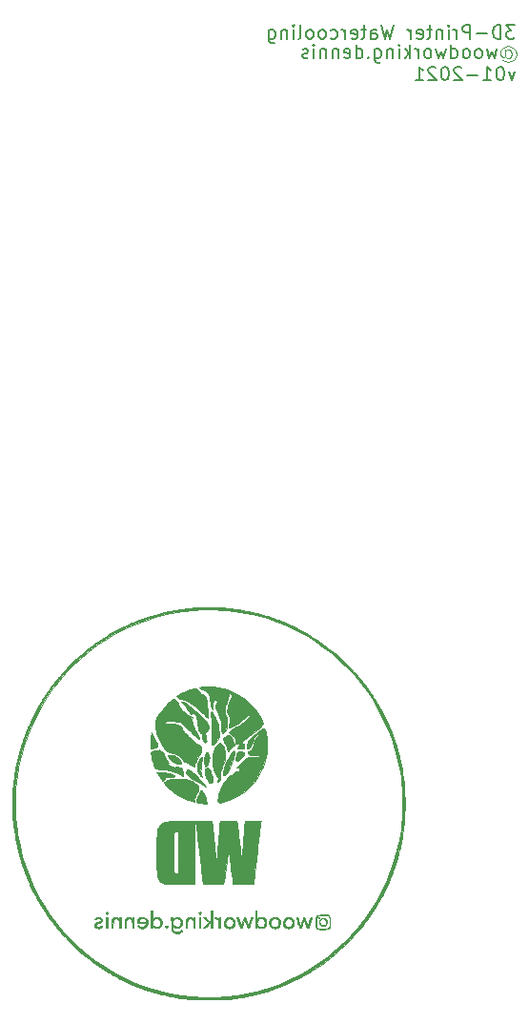
<source format=gbr>
G04 #@! TF.GenerationSoftware,KiCad,Pcbnew,(5.1.9-0-10_14)*
G04 #@! TF.CreationDate,2021-01-20T18:33:34+01:00*
G04 #@! TF.ProjectId,3DPrinter_Watercooling,33445072-696e-4746-9572-5f5761746572,rev?*
G04 #@! TF.SameCoordinates,Original*
G04 #@! TF.FileFunction,Legend,Bot*
G04 #@! TF.FilePolarity,Positive*
%FSLAX46Y46*%
G04 Gerber Fmt 4.6, Leading zero omitted, Abs format (unit mm)*
G04 Created by KiCad (PCBNEW (5.1.9-0-10_14)) date 2021-01-20 18:33:34*
%MOMM*%
%LPD*%
G01*
G04 APERTURE LIST*
%ADD10C,0.150000*%
%ADD11C,0.100000*%
%ADD12C,0.010000*%
G04 APERTURE END LIST*
D10*
X227596142Y-29460857D02*
X227310428Y-30260857D01*
X227024714Y-29460857D01*
X226339000Y-29060857D02*
X226224714Y-29060857D01*
X226110428Y-29118000D01*
X226053285Y-29175142D01*
X225996142Y-29289428D01*
X225939000Y-29518000D01*
X225939000Y-29803714D01*
X225996142Y-30032285D01*
X226053285Y-30146571D01*
X226110428Y-30203714D01*
X226224714Y-30260857D01*
X226339000Y-30260857D01*
X226453285Y-30203714D01*
X226510428Y-30146571D01*
X226567571Y-30032285D01*
X226624714Y-29803714D01*
X226624714Y-29518000D01*
X226567571Y-29289428D01*
X226510428Y-29175142D01*
X226453285Y-29118000D01*
X226339000Y-29060857D01*
X224796142Y-30260857D02*
X225481857Y-30260857D01*
X225139000Y-30260857D02*
X225139000Y-29060857D01*
X225253285Y-29232285D01*
X225367571Y-29346571D01*
X225481857Y-29403714D01*
X224281857Y-29803714D02*
X223367571Y-29803714D01*
X222853285Y-29175142D02*
X222796142Y-29118000D01*
X222681857Y-29060857D01*
X222396142Y-29060857D01*
X222281857Y-29118000D01*
X222224714Y-29175142D01*
X222167571Y-29289428D01*
X222167571Y-29403714D01*
X222224714Y-29575142D01*
X222910428Y-30260857D01*
X222167571Y-30260857D01*
X221424714Y-29060857D02*
X221310428Y-29060857D01*
X221196142Y-29118000D01*
X221139000Y-29175142D01*
X221081857Y-29289428D01*
X221024714Y-29518000D01*
X221024714Y-29803714D01*
X221081857Y-30032285D01*
X221139000Y-30146571D01*
X221196142Y-30203714D01*
X221310428Y-30260857D01*
X221424714Y-30260857D01*
X221539000Y-30203714D01*
X221596142Y-30146571D01*
X221653285Y-30032285D01*
X221710428Y-29803714D01*
X221710428Y-29518000D01*
X221653285Y-29289428D01*
X221596142Y-29175142D01*
X221539000Y-29118000D01*
X221424714Y-29060857D01*
X220567571Y-29175142D02*
X220510428Y-29118000D01*
X220396142Y-29060857D01*
X220110428Y-29060857D01*
X219996142Y-29118000D01*
X219939000Y-29175142D01*
X219881857Y-29289428D01*
X219881857Y-29403714D01*
X219939000Y-29575142D01*
X220624714Y-30260857D01*
X219881857Y-30260857D01*
X218739000Y-30260857D02*
X219424714Y-30260857D01*
X219081857Y-30260857D02*
X219081857Y-29060857D01*
X219196142Y-29232285D01*
X219310428Y-29346571D01*
X219424714Y-29403714D01*
X225982714Y-27492357D02*
X225754142Y-28292357D01*
X225525571Y-27720928D01*
X225297000Y-28292357D01*
X225068428Y-27492357D01*
X224439857Y-28292357D02*
X224554142Y-28235214D01*
X224611285Y-28178071D01*
X224668428Y-28063785D01*
X224668428Y-27720928D01*
X224611285Y-27606642D01*
X224554142Y-27549500D01*
X224439857Y-27492357D01*
X224268428Y-27492357D01*
X224154142Y-27549500D01*
X224097000Y-27606642D01*
X224039857Y-27720928D01*
X224039857Y-28063785D01*
X224097000Y-28178071D01*
X224154142Y-28235214D01*
X224268428Y-28292357D01*
X224439857Y-28292357D01*
X223354142Y-28292357D02*
X223468428Y-28235214D01*
X223525571Y-28178071D01*
X223582714Y-28063785D01*
X223582714Y-27720928D01*
X223525571Y-27606642D01*
X223468428Y-27549500D01*
X223354142Y-27492357D01*
X223182714Y-27492357D01*
X223068428Y-27549500D01*
X223011285Y-27606642D01*
X222954142Y-27720928D01*
X222954142Y-28063785D01*
X223011285Y-28178071D01*
X223068428Y-28235214D01*
X223182714Y-28292357D01*
X223354142Y-28292357D01*
X221925571Y-28292357D02*
X221925571Y-27092357D01*
X221925571Y-28235214D02*
X222039857Y-28292357D01*
X222268428Y-28292357D01*
X222382714Y-28235214D01*
X222439857Y-28178071D01*
X222497000Y-28063785D01*
X222497000Y-27720928D01*
X222439857Y-27606642D01*
X222382714Y-27549500D01*
X222268428Y-27492357D01*
X222039857Y-27492357D01*
X221925571Y-27549500D01*
X221468428Y-27492357D02*
X221239857Y-28292357D01*
X221011285Y-27720928D01*
X220782714Y-28292357D01*
X220554142Y-27492357D01*
X219925571Y-28292357D02*
X220039857Y-28235214D01*
X220097000Y-28178071D01*
X220154142Y-28063785D01*
X220154142Y-27720928D01*
X220097000Y-27606642D01*
X220039857Y-27549500D01*
X219925571Y-27492357D01*
X219754142Y-27492357D01*
X219639857Y-27549500D01*
X219582714Y-27606642D01*
X219525571Y-27720928D01*
X219525571Y-28063785D01*
X219582714Y-28178071D01*
X219639857Y-28235214D01*
X219754142Y-28292357D01*
X219925571Y-28292357D01*
X219011285Y-28292357D02*
X219011285Y-27492357D01*
X219011285Y-27720928D02*
X218954142Y-27606642D01*
X218897000Y-27549500D01*
X218782714Y-27492357D01*
X218668428Y-27492357D01*
X218268428Y-28292357D02*
X218268428Y-27092357D01*
X218154142Y-27835214D02*
X217811285Y-28292357D01*
X217811285Y-27492357D02*
X218268428Y-27949500D01*
X217297000Y-28292357D02*
X217297000Y-27492357D01*
X217297000Y-27092357D02*
X217354142Y-27149500D01*
X217297000Y-27206642D01*
X217239857Y-27149500D01*
X217297000Y-27092357D01*
X217297000Y-27206642D01*
X216725571Y-27492357D02*
X216725571Y-28292357D01*
X216725571Y-27606642D02*
X216668428Y-27549500D01*
X216554142Y-27492357D01*
X216382714Y-27492357D01*
X216268428Y-27549500D01*
X216211285Y-27663785D01*
X216211285Y-28292357D01*
X215125571Y-27492357D02*
X215125571Y-28463785D01*
X215182714Y-28578071D01*
X215239857Y-28635214D01*
X215354142Y-28692357D01*
X215525571Y-28692357D01*
X215639857Y-28635214D01*
X215125571Y-28235214D02*
X215239857Y-28292357D01*
X215468428Y-28292357D01*
X215582714Y-28235214D01*
X215639857Y-28178071D01*
X215697000Y-28063785D01*
X215697000Y-27720928D01*
X215639857Y-27606642D01*
X215582714Y-27549500D01*
X215468428Y-27492357D01*
X215239857Y-27492357D01*
X215125571Y-27549500D01*
X214554142Y-28178071D02*
X214497000Y-28235214D01*
X214554142Y-28292357D01*
X214611285Y-28235214D01*
X214554142Y-28178071D01*
X214554142Y-28292357D01*
X213468428Y-28292357D02*
X213468428Y-27092357D01*
X213468428Y-28235214D02*
X213582714Y-28292357D01*
X213811285Y-28292357D01*
X213925571Y-28235214D01*
X213982714Y-28178071D01*
X214039857Y-28063785D01*
X214039857Y-27720928D01*
X213982714Y-27606642D01*
X213925571Y-27549500D01*
X213811285Y-27492357D01*
X213582714Y-27492357D01*
X213468428Y-27549500D01*
X212439857Y-28235214D02*
X212554142Y-28292357D01*
X212782714Y-28292357D01*
X212897000Y-28235214D01*
X212954142Y-28120928D01*
X212954142Y-27663785D01*
X212897000Y-27549500D01*
X212782714Y-27492357D01*
X212554142Y-27492357D01*
X212439857Y-27549500D01*
X212382714Y-27663785D01*
X212382714Y-27778071D01*
X212954142Y-27892357D01*
X211868428Y-27492357D02*
X211868428Y-28292357D01*
X211868428Y-27606642D02*
X211811285Y-27549500D01*
X211697000Y-27492357D01*
X211525571Y-27492357D01*
X211411285Y-27549500D01*
X211354142Y-27663785D01*
X211354142Y-28292357D01*
X210782714Y-27492357D02*
X210782714Y-28292357D01*
X210782714Y-27606642D02*
X210725571Y-27549500D01*
X210611285Y-27492357D01*
X210439857Y-27492357D01*
X210325571Y-27549500D01*
X210268428Y-27663785D01*
X210268428Y-28292357D01*
X209697000Y-28292357D02*
X209697000Y-27492357D01*
X209697000Y-27092357D02*
X209754142Y-27149500D01*
X209697000Y-27206642D01*
X209639857Y-27149500D01*
X209697000Y-27092357D01*
X209697000Y-27206642D01*
X209182714Y-28235214D02*
X209068428Y-28292357D01*
X208839857Y-28292357D01*
X208725571Y-28235214D01*
X208668428Y-28120928D01*
X208668428Y-28063785D01*
X208725571Y-27949500D01*
X208839857Y-27892357D01*
X209011285Y-27892357D01*
X209125571Y-27835214D01*
X209182714Y-27720928D01*
X209182714Y-27663785D01*
X209125571Y-27549500D01*
X209011285Y-27492357D01*
X208839857Y-27492357D01*
X208725571Y-27549500D01*
D11*
X226691071Y-27713785D02*
X226762500Y-27642357D01*
X226905357Y-27570928D01*
X227048214Y-27570928D01*
X227191071Y-27642357D01*
X227262500Y-27713785D01*
X227333928Y-27856642D01*
X227333928Y-27999500D01*
X227262500Y-28142357D01*
X227191071Y-28213785D01*
X227048214Y-28285214D01*
X226905357Y-28285214D01*
X226762500Y-28213785D01*
X226691071Y-28142357D01*
X226691071Y-27570928D02*
X226691071Y-28142357D01*
X226619642Y-28213785D01*
X226548214Y-28213785D01*
X226405357Y-28142357D01*
X226333928Y-27999500D01*
X226333928Y-27642357D01*
X226476785Y-27428071D01*
X226691071Y-27285214D01*
X226976785Y-27213785D01*
X227262500Y-27285214D01*
X227476785Y-27428071D01*
X227619642Y-27642357D01*
X227691071Y-27928071D01*
X227619642Y-28213785D01*
X227476785Y-28428071D01*
X227262500Y-28570928D01*
X226976785Y-28642357D01*
X226691071Y-28570928D01*
X226476785Y-28428071D01*
D10*
X227569071Y-25377857D02*
X226826214Y-25377857D01*
X227226214Y-25835000D01*
X227054785Y-25835000D01*
X226940500Y-25892142D01*
X226883357Y-25949285D01*
X226826214Y-26063571D01*
X226826214Y-26349285D01*
X226883357Y-26463571D01*
X226940500Y-26520714D01*
X227054785Y-26577857D01*
X227397642Y-26577857D01*
X227511928Y-26520714D01*
X227569071Y-26463571D01*
X226311928Y-26577857D02*
X226311928Y-25377857D01*
X226026214Y-25377857D01*
X225854785Y-25435000D01*
X225740500Y-25549285D01*
X225683357Y-25663571D01*
X225626214Y-25892142D01*
X225626214Y-26063571D01*
X225683357Y-26292142D01*
X225740500Y-26406428D01*
X225854785Y-26520714D01*
X226026214Y-26577857D01*
X226311928Y-26577857D01*
X225111928Y-26120714D02*
X224197642Y-26120714D01*
X223626214Y-26577857D02*
X223626214Y-25377857D01*
X223169071Y-25377857D01*
X223054785Y-25435000D01*
X222997642Y-25492142D01*
X222940500Y-25606428D01*
X222940500Y-25777857D01*
X222997642Y-25892142D01*
X223054785Y-25949285D01*
X223169071Y-26006428D01*
X223626214Y-26006428D01*
X222426214Y-26577857D02*
X222426214Y-25777857D01*
X222426214Y-26006428D02*
X222369071Y-25892142D01*
X222311928Y-25835000D01*
X222197642Y-25777857D01*
X222083357Y-25777857D01*
X221683357Y-26577857D02*
X221683357Y-25777857D01*
X221683357Y-25377857D02*
X221740500Y-25435000D01*
X221683357Y-25492142D01*
X221626214Y-25435000D01*
X221683357Y-25377857D01*
X221683357Y-25492142D01*
X221111928Y-25777857D02*
X221111928Y-26577857D01*
X221111928Y-25892142D02*
X221054785Y-25835000D01*
X220940500Y-25777857D01*
X220769071Y-25777857D01*
X220654785Y-25835000D01*
X220597642Y-25949285D01*
X220597642Y-26577857D01*
X220197642Y-25777857D02*
X219740500Y-25777857D01*
X220026214Y-25377857D02*
X220026214Y-26406428D01*
X219969071Y-26520714D01*
X219854785Y-26577857D01*
X219740500Y-26577857D01*
X218883357Y-26520714D02*
X218997642Y-26577857D01*
X219226214Y-26577857D01*
X219340500Y-26520714D01*
X219397642Y-26406428D01*
X219397642Y-25949285D01*
X219340500Y-25835000D01*
X219226214Y-25777857D01*
X218997642Y-25777857D01*
X218883357Y-25835000D01*
X218826214Y-25949285D01*
X218826214Y-26063571D01*
X219397642Y-26177857D01*
X218311928Y-26577857D02*
X218311928Y-25777857D01*
X218311928Y-26006428D02*
X218254785Y-25892142D01*
X218197642Y-25835000D01*
X218083357Y-25777857D01*
X217969071Y-25777857D01*
X216769071Y-25377857D02*
X216483357Y-26577857D01*
X216254785Y-25720714D01*
X216026214Y-26577857D01*
X215740500Y-25377857D01*
X214769071Y-26577857D02*
X214769071Y-25949285D01*
X214826214Y-25835000D01*
X214940500Y-25777857D01*
X215169071Y-25777857D01*
X215283357Y-25835000D01*
X214769071Y-26520714D02*
X214883357Y-26577857D01*
X215169071Y-26577857D01*
X215283357Y-26520714D01*
X215340500Y-26406428D01*
X215340500Y-26292142D01*
X215283357Y-26177857D01*
X215169071Y-26120714D01*
X214883357Y-26120714D01*
X214769071Y-26063571D01*
X214369071Y-25777857D02*
X213911928Y-25777857D01*
X214197642Y-25377857D02*
X214197642Y-26406428D01*
X214140500Y-26520714D01*
X214026214Y-26577857D01*
X213911928Y-26577857D01*
X213054785Y-26520714D02*
X213169071Y-26577857D01*
X213397642Y-26577857D01*
X213511928Y-26520714D01*
X213569071Y-26406428D01*
X213569071Y-25949285D01*
X213511928Y-25835000D01*
X213397642Y-25777857D01*
X213169071Y-25777857D01*
X213054785Y-25835000D01*
X212997642Y-25949285D01*
X212997642Y-26063571D01*
X213569071Y-26177857D01*
X212483357Y-26577857D02*
X212483357Y-25777857D01*
X212483357Y-26006428D02*
X212426214Y-25892142D01*
X212369071Y-25835000D01*
X212254785Y-25777857D01*
X212140500Y-25777857D01*
X211226214Y-26520714D02*
X211340500Y-26577857D01*
X211569071Y-26577857D01*
X211683357Y-26520714D01*
X211740500Y-26463571D01*
X211797642Y-26349285D01*
X211797642Y-26006428D01*
X211740500Y-25892142D01*
X211683357Y-25835000D01*
X211569071Y-25777857D01*
X211340500Y-25777857D01*
X211226214Y-25835000D01*
X210540500Y-26577857D02*
X210654785Y-26520714D01*
X210711928Y-26463571D01*
X210769071Y-26349285D01*
X210769071Y-26006428D01*
X210711928Y-25892142D01*
X210654785Y-25835000D01*
X210540500Y-25777857D01*
X210369071Y-25777857D01*
X210254785Y-25835000D01*
X210197642Y-25892142D01*
X210140500Y-26006428D01*
X210140500Y-26349285D01*
X210197642Y-26463571D01*
X210254785Y-26520714D01*
X210369071Y-26577857D01*
X210540500Y-26577857D01*
X209454785Y-26577857D02*
X209569071Y-26520714D01*
X209626214Y-26463571D01*
X209683357Y-26349285D01*
X209683357Y-26006428D01*
X209626214Y-25892142D01*
X209569071Y-25835000D01*
X209454785Y-25777857D01*
X209283357Y-25777857D01*
X209169071Y-25835000D01*
X209111928Y-25892142D01*
X209054785Y-26006428D01*
X209054785Y-26349285D01*
X209111928Y-26463571D01*
X209169071Y-26520714D01*
X209283357Y-26577857D01*
X209454785Y-26577857D01*
X208369071Y-26577857D02*
X208483357Y-26520714D01*
X208540500Y-26406428D01*
X208540500Y-25377857D01*
X207911928Y-26577857D02*
X207911928Y-25777857D01*
X207911928Y-25377857D02*
X207969071Y-25435000D01*
X207911928Y-25492142D01*
X207854785Y-25435000D01*
X207911928Y-25377857D01*
X207911928Y-25492142D01*
X207340500Y-25777857D02*
X207340500Y-26577857D01*
X207340500Y-25892142D02*
X207283357Y-25835000D01*
X207169071Y-25777857D01*
X206997642Y-25777857D01*
X206883357Y-25835000D01*
X206826214Y-25949285D01*
X206826214Y-26577857D01*
X205740500Y-25777857D02*
X205740500Y-26749285D01*
X205797642Y-26863571D01*
X205854785Y-26920714D01*
X205969071Y-26977857D01*
X206140500Y-26977857D01*
X206254785Y-26920714D01*
X205740500Y-26520714D02*
X205854785Y-26577857D01*
X206083357Y-26577857D01*
X206197642Y-26520714D01*
X206254785Y-26463571D01*
X206311928Y-26349285D01*
X206311928Y-26006428D01*
X206254785Y-25892142D01*
X206197642Y-25835000D01*
X206083357Y-25777857D01*
X205854785Y-25777857D01*
X205740500Y-25835000D01*
D12*
G36*
X200067079Y-77079508D02*
G01*
X199785152Y-77080950D01*
X199535803Y-77083264D01*
X199323155Y-77086376D01*
X199151333Y-77090211D01*
X199024460Y-77094698D01*
X198946659Y-77099762D01*
X198921955Y-77104989D01*
X198895599Y-77118456D01*
X198825124Y-77132421D01*
X198723426Y-77144619D01*
X198672236Y-77148835D01*
X198521434Y-77162085D01*
X198347222Y-77181068D01*
X198182494Y-77202134D01*
X198151394Y-77206598D01*
X198013222Y-77226533D01*
X197878035Y-77245369D01*
X197768254Y-77260003D01*
X197737573Y-77263852D01*
X197599446Y-77283578D01*
X197419682Y-77313571D01*
X197212239Y-77351170D01*
X196991077Y-77393714D01*
X196770153Y-77438543D01*
X196563427Y-77482994D01*
X196439034Y-77511423D01*
X196180647Y-77574250D01*
X195917003Y-77641842D01*
X195666053Y-77709436D01*
X195445747Y-77772268D01*
X195368809Y-77795436D01*
X195179161Y-77854696D01*
X194984063Y-77917413D01*
X194798053Y-77978780D01*
X194635669Y-78033993D01*
X194511448Y-78078248D01*
X194498360Y-78083133D01*
X194389388Y-78123936D01*
X194283212Y-78163389D01*
X194234371Y-78181383D01*
X194069014Y-78242485D01*
X193946715Y-78289038D01*
X193856627Y-78325249D01*
X193799146Y-78350192D01*
X193728046Y-78381191D01*
X193627024Y-78423851D01*
X193528023Y-78464797D01*
X193101369Y-78650778D01*
X192646462Y-78870268D01*
X192175701Y-79116706D01*
X191701481Y-79383530D01*
X191236200Y-79664179D01*
X191102180Y-79748831D01*
X190994930Y-79816610D01*
X190902571Y-79873692D01*
X190837711Y-79912350D01*
X190816787Y-79923701D01*
X190770623Y-79950448D01*
X190696900Y-79998265D01*
X190638416Y-80038196D01*
X190535341Y-80110037D01*
X190418492Y-80191435D01*
X190353023Y-80237021D01*
X190162854Y-80373600D01*
X189943079Y-80538372D01*
X189706439Y-80721260D01*
X189465673Y-80912185D01*
X189233522Y-81101068D01*
X189022724Y-81277829D01*
X188876113Y-81405438D01*
X188804304Y-81469256D01*
X188709461Y-81553404D01*
X188611298Y-81640392D01*
X188604989Y-81645978D01*
X188478017Y-81762728D01*
X188322441Y-81912603D01*
X188147580Y-82086068D01*
X187962756Y-82273591D01*
X187777289Y-82465639D01*
X187600500Y-82652679D01*
X187441709Y-82825177D01*
X187335895Y-82944012D01*
X187233182Y-83061321D01*
X187143413Y-83163138D01*
X187073375Y-83241823D01*
X187029853Y-83289733D01*
X187019223Y-83300584D01*
X186992668Y-83330326D01*
X186937891Y-83397675D01*
X186861037Y-83494662D01*
X186768249Y-83613320D01*
X186665670Y-83745680D01*
X186559442Y-83883775D01*
X186455710Y-84019635D01*
X186360617Y-84145294D01*
X186280306Y-84252782D01*
X186220919Y-84334131D01*
X186205113Y-84356539D01*
X186122889Y-84474014D01*
X186034081Y-84599343D01*
X185962520Y-84699011D01*
X185899758Y-84788261D01*
X185848196Y-84866464D01*
X185820958Y-84913056D01*
X185791659Y-84965151D01*
X185741410Y-85046981D01*
X185681061Y-85140880D01*
X185680738Y-85141371D01*
X185607251Y-85254586D01*
X185531198Y-85373911D01*
X185480326Y-85455303D01*
X185427650Y-85540677D01*
X185384262Y-85610735D01*
X185365512Y-85640809D01*
X185324325Y-85708762D01*
X185268520Y-85804005D01*
X185206011Y-85912628D01*
X185144718Y-86020720D01*
X185092558Y-86114371D01*
X185057447Y-86179669D01*
X185048765Y-86197326D01*
X185013568Y-86269725D01*
X184994833Y-86304348D01*
X184940602Y-86404302D01*
X184868541Y-86544686D01*
X184784236Y-86713874D01*
X184693272Y-86900242D01*
X184601232Y-87092163D01*
X184513702Y-87278012D01*
X184436267Y-87446164D01*
X184374512Y-87584994D01*
X184340162Y-87667101D01*
X184298480Y-87770173D01*
X184258718Y-87865317D01*
X184239401Y-87909685D01*
X184217221Y-87960494D01*
X184192605Y-88020604D01*
X184161436Y-88100618D01*
X184119597Y-88211137D01*
X184062972Y-88362763D01*
X184051035Y-88394854D01*
X184010341Y-88502090D01*
X183971212Y-88601620D01*
X183948818Y-88656021D01*
X183922436Y-88725854D01*
X183910351Y-88774186D01*
X183910270Y-88776345D01*
X183899855Y-88821367D01*
X183874395Y-88891208D01*
X183870533Y-88900459D01*
X183842831Y-88974479D01*
X183807201Y-89081373D01*
X183770991Y-89199020D01*
X183768291Y-89208225D01*
X183732623Y-89326919D01*
X183697584Y-89437832D01*
X183670379Y-89518204D01*
X183668932Y-89522157D01*
X183637844Y-89615734D01*
X183606444Y-89723986D01*
X183599514Y-89750472D01*
X183550630Y-89943375D01*
X183501478Y-90137543D01*
X183455490Y-90319401D01*
X183416098Y-90475373D01*
X183386736Y-90591882D01*
X183383023Y-90606652D01*
X183333575Y-90820034D01*
X183281781Y-91072996D01*
X183230867Y-91348308D01*
X183184055Y-91628743D01*
X183153328Y-91833843D01*
X183132367Y-91978993D01*
X183110959Y-92122112D01*
X183092328Y-92241871D01*
X183084360Y-92290472D01*
X183069846Y-92393452D01*
X183054726Y-92528700D01*
X183041686Y-92671500D01*
X183038630Y-92711427D01*
X183027758Y-92826186D01*
X183014417Y-92915739D01*
X183000726Y-92967547D01*
X182993982Y-92975416D01*
X182988555Y-93002892D01*
X182983780Y-93081077D01*
X182979658Y-93203606D01*
X182976186Y-93364111D01*
X182973363Y-93556227D01*
X182971189Y-93773587D01*
X182969661Y-94009827D01*
X182968778Y-94258579D01*
X182968541Y-94513478D01*
X182968946Y-94768158D01*
X182969993Y-95016253D01*
X182971680Y-95251396D01*
X182974007Y-95467222D01*
X182976973Y-95657365D01*
X182980575Y-95815459D01*
X182984812Y-95935137D01*
X182989684Y-96010033D01*
X182994578Y-96033880D01*
X183007109Y-96064348D01*
X183022026Y-96140342D01*
X183037476Y-96250468D01*
X183051605Y-96383331D01*
X183051837Y-96385865D01*
X183069560Y-96555115D01*
X183094359Y-96756328D01*
X183124444Y-96977831D01*
X183158022Y-97207956D01*
X183193304Y-97435031D01*
X183228499Y-97647385D01*
X183261815Y-97833348D01*
X183291461Y-97981248D01*
X183306680Y-98046615D01*
X183326119Y-98127846D01*
X183352033Y-98242115D01*
X183379254Y-98366580D01*
X183382896Y-98383618D01*
X183419275Y-98545269D01*
X183464239Y-98731361D01*
X183513802Y-98926615D01*
X183563979Y-99115753D01*
X183610783Y-99283496D01*
X183650228Y-99414568D01*
X183658391Y-99439573D01*
X183684471Y-99526218D01*
X183710848Y-99626186D01*
X183714015Y-99639348D01*
X183743124Y-99739645D01*
X183778581Y-99833990D01*
X183782845Y-99843437D01*
X183811576Y-99916899D01*
X183824585Y-99973193D01*
X183824652Y-99975736D01*
X183837259Y-100029913D01*
X183867285Y-100099850D01*
X183897599Y-100170450D01*
X183910270Y-100224404D01*
X183923151Y-100279240D01*
X183952313Y-100347143D01*
X183991874Y-100435716D01*
X184021223Y-100518379D01*
X184047267Y-100597148D01*
X184084656Y-100700519D01*
X184109921Y-100766652D01*
X184148628Y-100868384D01*
X184182076Y-100961253D01*
X184196602Y-101004867D01*
X184223562Y-101075106D01*
X184248050Y-101119024D01*
X184276347Y-101170858D01*
X184295876Y-101223281D01*
X184320361Y-101288695D01*
X184365778Y-101395677D01*
X184427677Y-101534670D01*
X184501610Y-101696115D01*
X184583127Y-101870456D01*
X184667780Y-102048136D01*
X184751119Y-102219596D01*
X184828694Y-102375279D01*
X184867165Y-102450472D01*
X184917451Y-102547757D01*
X184978302Y-102665710D01*
X185021788Y-102750135D01*
X185077971Y-102857003D01*
X185133712Y-102959346D01*
X185168946Y-103021258D01*
X185295020Y-103233687D01*
X185397994Y-103405053D01*
X185483058Y-103543864D01*
X185555406Y-103658630D01*
X185595515Y-103720472D01*
X185654227Y-103811647D01*
X185701479Y-103888104D01*
X185727321Y-103933729D01*
X185727691Y-103934517D01*
X185754385Y-103980677D01*
X185802198Y-104054344D01*
X185842039Y-104112595D01*
X185893045Y-104187759D01*
X185927365Y-104242492D01*
X185936562Y-104261508D01*
X185953667Y-104296671D01*
X186001854Y-104370167D01*
X186076429Y-104475853D01*
X186172700Y-104607586D01*
X186285973Y-104759223D01*
X186411555Y-104924620D01*
X186544755Y-105097635D01*
X186680878Y-105272125D01*
X186815231Y-105441945D01*
X186943122Y-105600954D01*
X187059858Y-105743008D01*
X187147511Y-105846652D01*
X187381273Y-106110029D01*
X187646176Y-106394661D01*
X187931634Y-106690005D01*
X188227058Y-106985517D01*
X188521862Y-107270656D01*
X188805459Y-107534878D01*
X189067261Y-107767641D01*
X189133497Y-107824284D01*
X189320214Y-107977567D01*
X189542152Y-108151827D01*
X189789231Y-108339756D01*
X190051371Y-108534045D01*
X190318493Y-108727387D01*
X190580517Y-108912473D01*
X190827364Y-109081996D01*
X191048953Y-109228647D01*
X191210645Y-109330301D01*
X191327360Y-109401261D01*
X191444152Y-109472359D01*
X191538301Y-109529762D01*
X191549135Y-109536378D01*
X191653518Y-109597421D01*
X191791374Y-109673949D01*
X191955877Y-109762525D01*
X192140203Y-109859709D01*
X192337527Y-109962065D01*
X192541024Y-110066155D01*
X192743870Y-110168539D01*
X192939240Y-110265781D01*
X193120309Y-110354442D01*
X193280252Y-110431085D01*
X193412245Y-110492271D01*
X193509463Y-110534562D01*
X193565081Y-110554521D01*
X193572474Y-110555640D01*
X193605794Y-110566296D01*
X193671863Y-110593242D01*
X193707959Y-110609021D01*
X193865118Y-110675674D01*
X194062478Y-110754173D01*
X194285777Y-110839291D01*
X194520751Y-110925801D01*
X194753136Y-111008477D01*
X194968670Y-111082091D01*
X195153089Y-111141419D01*
X195197573Y-111154867D01*
X195287187Y-111181513D01*
X195403181Y-111216077D01*
X195497236Y-111244146D01*
X195609793Y-111276225D01*
X195753700Y-111315090D01*
X195904793Y-111354274D01*
X195968135Y-111370150D01*
X196109646Y-111405274D01*
X196250064Y-111440325D01*
X196367600Y-111469857D01*
X196410495Y-111480728D01*
X196637523Y-111534185D01*
X196905489Y-111590162D01*
X197199434Y-111646090D01*
X197504400Y-111699405D01*
X197805430Y-111747538D01*
X198087566Y-111787924D01*
X198335851Y-111817995D01*
X198429765Y-111827230D01*
X198532927Y-111839553D01*
X198612021Y-111854807D01*
X198651424Y-111869898D01*
X198652629Y-111871357D01*
X198683557Y-111876238D01*
X198767215Y-111880761D01*
X198899254Y-111884861D01*
X199075326Y-111888474D01*
X199291082Y-111891534D01*
X199542174Y-111893977D01*
X199824253Y-111895739D01*
X200132972Y-111896755D01*
X200377461Y-111896989D01*
X200703184Y-111896570D01*
X201005505Y-111895357D01*
X201280074Y-111893415D01*
X201522545Y-111890808D01*
X201728567Y-111887600D01*
X201893794Y-111883857D01*
X202013875Y-111879643D01*
X202084464Y-111875022D01*
X202102293Y-111871357D01*
X202136588Y-111856464D01*
X202212226Y-111841081D01*
X202313582Y-111828302D01*
X202325157Y-111827230D01*
X202553987Y-111802463D01*
X202823193Y-111766262D01*
X203117819Y-111721193D01*
X203422908Y-111669824D01*
X203723500Y-111614720D01*
X204004640Y-111558449D01*
X204251368Y-111503577D01*
X204344427Y-111480728D01*
X204442644Y-111455926D01*
X204574493Y-111422918D01*
X204718188Y-111387150D01*
X204786787Y-111370150D01*
X204933292Y-111332909D01*
X205083389Y-111293103D01*
X205212912Y-111257199D01*
X205257686Y-111244146D01*
X205374278Y-111209357D01*
X205487470Y-111175639D01*
X205557349Y-111154867D01*
X205730396Y-111100521D01*
X205938588Y-111030412D01*
X206167659Y-110949766D01*
X206403348Y-110863809D01*
X206631389Y-110777768D01*
X206837521Y-110696871D01*
X207007478Y-110626342D01*
X207046963Y-110609021D01*
X207121671Y-110577115D01*
X207172419Y-110558035D01*
X207182448Y-110555640D01*
X207224676Y-110542828D01*
X207310490Y-110506682D01*
X207433066Y-110450641D01*
X207585578Y-110378142D01*
X207761202Y-110292624D01*
X207953114Y-110197525D01*
X208154488Y-110096283D01*
X208358500Y-109992335D01*
X208558325Y-109889120D01*
X208747138Y-109790075D01*
X208918115Y-109698639D01*
X209064431Y-109618250D01*
X209179260Y-109552345D01*
X209205787Y-109536378D01*
X209294525Y-109482239D01*
X209409332Y-109412292D01*
X209527498Y-109340371D01*
X209544277Y-109330166D01*
X209944217Y-109075388D01*
X210366281Y-108785342D01*
X210797557Y-108469819D01*
X211225133Y-108138611D01*
X211636095Y-107801510D01*
X212017532Y-107468305D01*
X212104719Y-107388648D01*
X212506456Y-107006543D01*
X212905028Y-106605365D01*
X213290184Y-106196138D01*
X213651675Y-105789882D01*
X213979250Y-105397620D01*
X214109408Y-105233056D01*
X214206152Y-105107082D01*
X214311191Y-104968044D01*
X214419036Y-104823465D01*
X214524195Y-104680870D01*
X214621179Y-104547781D01*
X214704497Y-104431723D01*
X214768660Y-104340219D01*
X214808177Y-104280793D01*
X214818360Y-104261508D01*
X214833111Y-104232411D01*
X214871280Y-104171209D01*
X214911113Y-104111180D01*
X214961697Y-104036335D01*
X215002104Y-103975279D01*
X215042102Y-103912712D01*
X215091455Y-103833333D01*
X215159930Y-103721843D01*
X215167026Y-103710263D01*
X215224472Y-103617357D01*
X215276161Y-103535186D01*
X215303529Y-103492786D01*
X215338430Y-103437149D01*
X215391258Y-103349557D01*
X215451470Y-103247527D01*
X215460495Y-103232046D01*
X215519520Y-103130820D01*
X215571138Y-103042660D01*
X215605542Y-102984309D01*
X215608933Y-102978624D01*
X215629383Y-102943022D01*
X215659032Y-102888597D01*
X215701642Y-102808221D01*
X215760979Y-102694764D01*
X215840804Y-102541098D01*
X215887758Y-102450472D01*
X215960287Y-102307490D01*
X216041017Y-102143493D01*
X216125501Y-101968039D01*
X216209288Y-101790685D01*
X216287929Y-101620988D01*
X216356975Y-101468505D01*
X216411977Y-101342795D01*
X216448485Y-101253414D01*
X216459046Y-101223281D01*
X216485452Y-101155868D01*
X216506872Y-101119024D01*
X216534260Y-101068672D01*
X216558320Y-101004867D01*
X216582986Y-100932439D01*
X216619298Y-100833596D01*
X216645001Y-100766652D01*
X216684345Y-100662394D01*
X216718827Y-100564593D01*
X216733699Y-100518379D01*
X216767310Y-100425127D01*
X216802609Y-100347143D01*
X216832367Y-100278641D01*
X216844476Y-100228718D01*
X216855217Y-100177211D01*
X216881023Y-100104792D01*
X216882919Y-100100291D01*
X216910116Y-100028511D01*
X216945974Y-99923528D01*
X216983145Y-99806925D01*
X216986390Y-99796315D01*
X217023517Y-99678987D01*
X217060195Y-99570567D01*
X217088961Y-99493050D01*
X217090819Y-99488548D01*
X217117628Y-99411054D01*
X217129831Y-99349220D01*
X217129904Y-99345852D01*
X217138261Y-99289978D01*
X217159501Y-99206292D01*
X217171025Y-99168449D01*
X217217366Y-99012684D01*
X217268956Y-98820147D01*
X217320829Y-98610225D01*
X217368021Y-98402304D01*
X217372026Y-98383618D01*
X217399016Y-98259551D01*
X217425426Y-98142464D01*
X217446090Y-98055199D01*
X217448242Y-98046615D01*
X217474843Y-97927017D01*
X217506183Y-97762386D01*
X217540470Y-97564393D01*
X217575915Y-97344707D01*
X217610727Y-97115001D01*
X217643114Y-96886944D01*
X217671285Y-96672208D01*
X217693451Y-96482462D01*
X217703086Y-96385865D01*
X217717174Y-96252697D01*
X217732616Y-96142060D01*
X217747560Y-96065350D01*
X217760150Y-96033960D01*
X217760344Y-96033880D01*
X217765720Y-96004338D01*
X217770477Y-95924120D01*
X217774612Y-95799626D01*
X217778125Y-95637257D01*
X217781011Y-95443413D01*
X217783269Y-95224492D01*
X217784897Y-94986895D01*
X217785892Y-94737023D01*
X217786251Y-94481274D01*
X217786243Y-94473730D01*
X217599544Y-94473730D01*
X217598097Y-94829967D01*
X217593196Y-95142566D01*
X217583995Y-95424910D01*
X217569653Y-95690379D01*
X217549325Y-95952356D01*
X217522167Y-96224223D01*
X217487337Y-96519360D01*
X217454725Y-96771146D01*
X217297566Y-97738143D01*
X217086848Y-98688106D01*
X216824021Y-99619238D01*
X216510535Y-100529741D01*
X216147838Y-101417817D01*
X215737381Y-102281667D01*
X215280612Y-103119494D01*
X214778982Y-103929500D01*
X214233939Y-104709886D01*
X213646933Y-105458854D01*
X213019413Y-106174607D01*
X212352830Y-106855347D01*
X211648631Y-107499275D01*
X210908267Y-108104593D01*
X210133187Y-108669504D01*
X209324840Y-109192210D01*
X208484677Y-109670911D01*
X207614145Y-110103811D01*
X206714695Y-110489112D01*
X206256562Y-110662631D01*
X205429460Y-110937803D01*
X204578399Y-111173366D01*
X203715086Y-111366793D01*
X202851230Y-111515557D01*
X201998536Y-111617131D01*
X201733079Y-111639026D01*
X201569209Y-111651040D01*
X201413212Y-111662464D01*
X201279793Y-111672221D01*
X201183655Y-111679236D01*
X201162293Y-111680789D01*
X201049854Y-111685641D01*
X200890037Y-111687932D01*
X200692474Y-111687885D01*
X200466797Y-111685728D01*
X200222638Y-111681685D01*
X199969629Y-111675982D01*
X199717402Y-111668845D01*
X199475589Y-111660499D01*
X199253823Y-111651169D01*
X199061735Y-111641081D01*
X198908958Y-111630461D01*
X198871822Y-111627166D01*
X197890440Y-111508411D01*
X196935827Y-111340883D01*
X196003530Y-111123595D01*
X195089099Y-110855558D01*
X194526899Y-110662631D01*
X193613593Y-110301699D01*
X192728483Y-109892272D01*
X191873019Y-109436149D01*
X191048651Y-108935126D01*
X190256827Y-108391003D01*
X189498999Y-107805577D01*
X188776613Y-107180647D01*
X188091121Y-106518009D01*
X187443972Y-105819463D01*
X186836615Y-105086807D01*
X186270499Y-104321837D01*
X185747074Y-103526354D01*
X185267789Y-102702153D01*
X184834094Y-101851034D01*
X184447438Y-100974795D01*
X184109271Y-100075233D01*
X183821042Y-99154146D01*
X183584200Y-98213333D01*
X183400195Y-97254592D01*
X183328737Y-96771146D01*
X183287417Y-96448942D01*
X183254421Y-96160322D01*
X183228903Y-95891905D01*
X183210022Y-95630309D01*
X183196933Y-95362153D01*
X183188793Y-95074056D01*
X183184758Y-94752634D01*
X183183918Y-94473730D01*
X183185364Y-94117494D01*
X183190266Y-93804894D01*
X183199466Y-93522551D01*
X183213809Y-93257081D01*
X183234137Y-92995104D01*
X183261294Y-92723238D01*
X183296124Y-92428100D01*
X183328737Y-92176315D01*
X183485534Y-91210685D01*
X183695202Y-90263754D01*
X183956158Y-89337103D01*
X184266820Y-88432313D01*
X184625607Y-87550968D01*
X185030936Y-86694648D01*
X185481227Y-85864936D01*
X185974897Y-85063412D01*
X186510364Y-84291660D01*
X187086047Y-83551260D01*
X187700364Y-82843795D01*
X188351732Y-82170846D01*
X189038571Y-81533995D01*
X189759299Y-80934825D01*
X190512333Y-80374916D01*
X191296092Y-79855850D01*
X192108994Y-79379209D01*
X192949457Y-78946576D01*
X193815900Y-78559532D01*
X194706740Y-78219658D01*
X195620396Y-77928537D01*
X196555287Y-77687750D01*
X197509829Y-77498879D01*
X198094315Y-77410736D01*
X198416519Y-77369417D01*
X198705139Y-77336420D01*
X198973556Y-77310903D01*
X199235152Y-77292021D01*
X199503308Y-77278932D01*
X199791405Y-77270792D01*
X200112827Y-77266757D01*
X200391731Y-77265917D01*
X200747967Y-77267364D01*
X201060567Y-77272265D01*
X201342910Y-77281466D01*
X201608380Y-77295808D01*
X201870357Y-77316136D01*
X202142223Y-77343294D01*
X202437361Y-77378124D01*
X202689146Y-77410736D01*
X203654776Y-77567534D01*
X204601707Y-77777201D01*
X205528358Y-78038157D01*
X206433148Y-78348819D01*
X207314493Y-78707606D01*
X208170813Y-79112936D01*
X209000525Y-79563227D01*
X209802049Y-80056896D01*
X210573801Y-80592364D01*
X211314201Y-81168047D01*
X212021666Y-81782363D01*
X212694615Y-82433732D01*
X213331466Y-83120571D01*
X213930636Y-83841298D01*
X214490545Y-84594332D01*
X215009611Y-85378091D01*
X215486252Y-86190993D01*
X215918885Y-87031456D01*
X216305929Y-87897899D01*
X216645803Y-88788740D01*
X216936924Y-89702396D01*
X217177711Y-90637286D01*
X217366582Y-91591829D01*
X217454725Y-92176315D01*
X217496044Y-92498519D01*
X217529041Y-92787139D01*
X217554558Y-93055556D01*
X217573440Y-93317151D01*
X217586529Y-93585307D01*
X217594669Y-93873405D01*
X217598704Y-94194826D01*
X217599544Y-94473730D01*
X217786243Y-94473730D01*
X217785974Y-94226048D01*
X217785056Y-93977747D01*
X217783496Y-93742768D01*
X217781291Y-93527514D01*
X217778440Y-93338382D01*
X217774939Y-93181773D01*
X217770787Y-93064088D01*
X217765980Y-92991725D01*
X217761466Y-92970659D01*
X217749282Y-92940200D01*
X217734482Y-92864226D01*
X217718918Y-92754128D01*
X217704444Y-92621295D01*
X217704196Y-92618674D01*
X217663917Y-92257594D01*
X217609135Y-91864670D01*
X217543423Y-91462202D01*
X217470353Y-91072487D01*
X217413871Y-90806427D01*
X217384226Y-90674017D01*
X217356487Y-90549059D01*
X217335010Y-90451216D01*
X217328522Y-90421146D01*
X217308669Y-90335849D01*
X217279616Y-90220009D01*
X217247499Y-90098063D01*
X217246113Y-90092944D01*
X217212592Y-89968224D01*
X217180159Y-89845715D01*
X217155750Y-89751624D01*
X217155457Y-89750472D01*
X217126454Y-89645334D01*
X217094937Y-89543770D01*
X217087537Y-89522157D01*
X217061709Y-89444987D01*
X217026903Y-89335725D01*
X216990324Y-89217019D01*
X216987667Y-89208225D01*
X216950837Y-89090845D01*
X216914375Y-88982391D01*
X216885706Y-88904887D01*
X216883878Y-88900459D01*
X216857088Y-88827862D01*
X216843920Y-88775439D01*
X216843684Y-88772032D01*
X216831382Y-88726476D01*
X216801642Y-88653374D01*
X216787573Y-88623168D01*
X216753495Y-88545675D01*
X216733532Y-88486911D01*
X216731463Y-88474305D01*
X216720254Y-88426082D01*
X216694170Y-88354467D01*
X216690567Y-88345878D01*
X216654895Y-88258826D01*
X216614259Y-88155143D01*
X216602319Y-88123730D01*
X216563893Y-88025230D01*
X216525971Y-87933529D01*
X216515522Y-87909685D01*
X216483074Y-87834289D01*
X216441327Y-87733198D01*
X216414760Y-87667101D01*
X216369561Y-87560083D01*
X216304216Y-87414446D01*
X216224311Y-87241817D01*
X216135430Y-87053820D01*
X216043158Y-86862080D01*
X215953080Y-86678224D01*
X215870781Y-86513876D01*
X215801846Y-86380662D01*
X215760090Y-86304348D01*
X215723663Y-86234620D01*
X215706157Y-86197326D01*
X215680549Y-86147653D01*
X215633900Y-86063992D01*
X215574600Y-85961263D01*
X215549259Y-85918245D01*
X215490980Y-85817487D01*
X215445930Y-85734984D01*
X215420759Y-85683135D01*
X215417686Y-85672950D01*
X215398630Y-85638369D01*
X215360607Y-85598000D01*
X215318058Y-85550900D01*
X215303529Y-85520710D01*
X215288877Y-85487079D01*
X215249684Y-85417557D01*
X215193096Y-85323729D01*
X215126257Y-85217179D01*
X215056310Y-85109493D01*
X214990401Y-85012256D01*
X214986701Y-85006965D01*
X214948836Y-84947434D01*
X214930774Y-84908335D01*
X214930605Y-84907077D01*
X214913888Y-84874599D01*
X214871529Y-84809693D01*
X214812194Y-84725545D01*
X214803246Y-84713281D01*
X214719552Y-84597538D01*
X214625450Y-84465177D01*
X214549440Y-84356539D01*
X214499912Y-84287494D01*
X214427054Y-84189192D01*
X214337015Y-84069614D01*
X214235943Y-83936736D01*
X214129987Y-83798539D01*
X214025295Y-83663001D01*
X213928016Y-83538100D01*
X213844299Y-83431815D01*
X213780291Y-83352125D01*
X213742142Y-83307008D01*
X213735699Y-83300584D01*
X213711696Y-83275211D01*
X213657035Y-83214400D01*
X213578501Y-83125792D01*
X213482881Y-83017029D01*
X213419027Y-82944012D01*
X213280856Y-82789572D01*
X213117381Y-82613120D01*
X212937925Y-82424188D01*
X212751807Y-82232311D01*
X212568348Y-82047021D01*
X212396869Y-81877851D01*
X212246691Y-81734335D01*
X212149933Y-81645978D01*
X212052260Y-81559433D01*
X211956566Y-81474537D01*
X211882564Y-81408780D01*
X211878809Y-81405438D01*
X211694710Y-81245924D01*
X211478916Y-81066108D01*
X211244168Y-80876071D01*
X211003205Y-80685889D01*
X210768768Y-80505643D01*
X210553596Y-80345411D01*
X210401899Y-80237021D01*
X210293273Y-80161376D01*
X210177699Y-80080852D01*
X210116506Y-80038196D01*
X210034692Y-79982795D01*
X209967085Y-79939893D01*
X209938135Y-79923701D01*
X209896761Y-79900413D01*
X209820039Y-79853893D01*
X209720578Y-79791866D01*
X209652742Y-79748831D01*
X209192476Y-79465352D01*
X208719608Y-79193758D01*
X208246534Y-78940610D01*
X207785650Y-78712471D01*
X207349353Y-78515900D01*
X207226899Y-78464797D01*
X207118651Y-78419985D01*
X207019291Y-78377943D01*
X206955776Y-78350192D01*
X206870908Y-78314149D01*
X206772459Y-78275394D01*
X206756000Y-78269240D01*
X206557654Y-78195723D01*
X206386735Y-78131983D01*
X206256562Y-78083133D01*
X206138624Y-78040732D01*
X205980555Y-77986721D01*
X205796892Y-77925905D01*
X205602174Y-77863090D01*
X205410937Y-77803081D01*
X205386113Y-77795436D01*
X205183462Y-77735914D01*
X204942845Y-77669687D01*
X204682213Y-77601519D01*
X204419513Y-77536173D01*
X204315888Y-77511423D01*
X204126620Y-77468729D01*
X203913740Y-77423864D01*
X203691207Y-77379487D01*
X203472978Y-77338260D01*
X203273012Y-77302844D01*
X203105268Y-77275901D01*
X203017349Y-77263852D01*
X202923291Y-77251657D01*
X202795212Y-77234069D01*
X202655534Y-77214189D01*
X202603529Y-77206598D01*
X202445158Y-77185560D01*
X202270210Y-77165819D01*
X202111576Y-77151024D01*
X202082686Y-77148835D01*
X201971355Y-77138126D01*
X201885587Y-77124658D01*
X201838277Y-77110694D01*
X201832967Y-77104989D01*
X201805115Y-77099449D01*
X201724311Y-77094417D01*
X201594677Y-77089967D01*
X201420336Y-77086172D01*
X201205413Y-77083105D01*
X200954031Y-77080841D01*
X200670314Y-77079452D01*
X200377461Y-77079011D01*
X200067079Y-77079508D01*
G37*
X200067079Y-77079508D02*
X199785152Y-77080950D01*
X199535803Y-77083264D01*
X199323155Y-77086376D01*
X199151333Y-77090211D01*
X199024460Y-77094698D01*
X198946659Y-77099762D01*
X198921955Y-77104989D01*
X198895599Y-77118456D01*
X198825124Y-77132421D01*
X198723426Y-77144619D01*
X198672236Y-77148835D01*
X198521434Y-77162085D01*
X198347222Y-77181068D01*
X198182494Y-77202134D01*
X198151394Y-77206598D01*
X198013222Y-77226533D01*
X197878035Y-77245369D01*
X197768254Y-77260003D01*
X197737573Y-77263852D01*
X197599446Y-77283578D01*
X197419682Y-77313571D01*
X197212239Y-77351170D01*
X196991077Y-77393714D01*
X196770153Y-77438543D01*
X196563427Y-77482994D01*
X196439034Y-77511423D01*
X196180647Y-77574250D01*
X195917003Y-77641842D01*
X195666053Y-77709436D01*
X195445747Y-77772268D01*
X195368809Y-77795436D01*
X195179161Y-77854696D01*
X194984063Y-77917413D01*
X194798053Y-77978780D01*
X194635669Y-78033993D01*
X194511448Y-78078248D01*
X194498360Y-78083133D01*
X194389388Y-78123936D01*
X194283212Y-78163389D01*
X194234371Y-78181383D01*
X194069014Y-78242485D01*
X193946715Y-78289038D01*
X193856627Y-78325249D01*
X193799146Y-78350192D01*
X193728046Y-78381191D01*
X193627024Y-78423851D01*
X193528023Y-78464797D01*
X193101369Y-78650778D01*
X192646462Y-78870268D01*
X192175701Y-79116706D01*
X191701481Y-79383530D01*
X191236200Y-79664179D01*
X191102180Y-79748831D01*
X190994930Y-79816610D01*
X190902571Y-79873692D01*
X190837711Y-79912350D01*
X190816787Y-79923701D01*
X190770623Y-79950448D01*
X190696900Y-79998265D01*
X190638416Y-80038196D01*
X190535341Y-80110037D01*
X190418492Y-80191435D01*
X190353023Y-80237021D01*
X190162854Y-80373600D01*
X189943079Y-80538372D01*
X189706439Y-80721260D01*
X189465673Y-80912185D01*
X189233522Y-81101068D01*
X189022724Y-81277829D01*
X188876113Y-81405438D01*
X188804304Y-81469256D01*
X188709461Y-81553404D01*
X188611298Y-81640392D01*
X188604989Y-81645978D01*
X188478017Y-81762728D01*
X188322441Y-81912603D01*
X188147580Y-82086068D01*
X187962756Y-82273591D01*
X187777289Y-82465639D01*
X187600500Y-82652679D01*
X187441709Y-82825177D01*
X187335895Y-82944012D01*
X187233182Y-83061321D01*
X187143413Y-83163138D01*
X187073375Y-83241823D01*
X187029853Y-83289733D01*
X187019223Y-83300584D01*
X186992668Y-83330326D01*
X186937891Y-83397675D01*
X186861037Y-83494662D01*
X186768249Y-83613320D01*
X186665670Y-83745680D01*
X186559442Y-83883775D01*
X186455710Y-84019635D01*
X186360617Y-84145294D01*
X186280306Y-84252782D01*
X186220919Y-84334131D01*
X186205113Y-84356539D01*
X186122889Y-84474014D01*
X186034081Y-84599343D01*
X185962520Y-84699011D01*
X185899758Y-84788261D01*
X185848196Y-84866464D01*
X185820958Y-84913056D01*
X185791659Y-84965151D01*
X185741410Y-85046981D01*
X185681061Y-85140880D01*
X185680738Y-85141371D01*
X185607251Y-85254586D01*
X185531198Y-85373911D01*
X185480326Y-85455303D01*
X185427650Y-85540677D01*
X185384262Y-85610735D01*
X185365512Y-85640809D01*
X185324325Y-85708762D01*
X185268520Y-85804005D01*
X185206011Y-85912628D01*
X185144718Y-86020720D01*
X185092558Y-86114371D01*
X185057447Y-86179669D01*
X185048765Y-86197326D01*
X185013568Y-86269725D01*
X184994833Y-86304348D01*
X184940602Y-86404302D01*
X184868541Y-86544686D01*
X184784236Y-86713874D01*
X184693272Y-86900242D01*
X184601232Y-87092163D01*
X184513702Y-87278012D01*
X184436267Y-87446164D01*
X184374512Y-87584994D01*
X184340162Y-87667101D01*
X184298480Y-87770173D01*
X184258718Y-87865317D01*
X184239401Y-87909685D01*
X184217221Y-87960494D01*
X184192605Y-88020604D01*
X184161436Y-88100618D01*
X184119597Y-88211137D01*
X184062972Y-88362763D01*
X184051035Y-88394854D01*
X184010341Y-88502090D01*
X183971212Y-88601620D01*
X183948818Y-88656021D01*
X183922436Y-88725854D01*
X183910351Y-88774186D01*
X183910270Y-88776345D01*
X183899855Y-88821367D01*
X183874395Y-88891208D01*
X183870533Y-88900459D01*
X183842831Y-88974479D01*
X183807201Y-89081373D01*
X183770991Y-89199020D01*
X183768291Y-89208225D01*
X183732623Y-89326919D01*
X183697584Y-89437832D01*
X183670379Y-89518204D01*
X183668932Y-89522157D01*
X183637844Y-89615734D01*
X183606444Y-89723986D01*
X183599514Y-89750472D01*
X183550630Y-89943375D01*
X183501478Y-90137543D01*
X183455490Y-90319401D01*
X183416098Y-90475373D01*
X183386736Y-90591882D01*
X183383023Y-90606652D01*
X183333575Y-90820034D01*
X183281781Y-91072996D01*
X183230867Y-91348308D01*
X183184055Y-91628743D01*
X183153328Y-91833843D01*
X183132367Y-91978993D01*
X183110959Y-92122112D01*
X183092328Y-92241871D01*
X183084360Y-92290472D01*
X183069846Y-92393452D01*
X183054726Y-92528700D01*
X183041686Y-92671500D01*
X183038630Y-92711427D01*
X183027758Y-92826186D01*
X183014417Y-92915739D01*
X183000726Y-92967547D01*
X182993982Y-92975416D01*
X182988555Y-93002892D01*
X182983780Y-93081077D01*
X182979658Y-93203606D01*
X182976186Y-93364111D01*
X182973363Y-93556227D01*
X182971189Y-93773587D01*
X182969661Y-94009827D01*
X182968778Y-94258579D01*
X182968541Y-94513478D01*
X182968946Y-94768158D01*
X182969993Y-95016253D01*
X182971680Y-95251396D01*
X182974007Y-95467222D01*
X182976973Y-95657365D01*
X182980575Y-95815459D01*
X182984812Y-95935137D01*
X182989684Y-96010033D01*
X182994578Y-96033880D01*
X183007109Y-96064348D01*
X183022026Y-96140342D01*
X183037476Y-96250468D01*
X183051605Y-96383331D01*
X183051837Y-96385865D01*
X183069560Y-96555115D01*
X183094359Y-96756328D01*
X183124444Y-96977831D01*
X183158022Y-97207956D01*
X183193304Y-97435031D01*
X183228499Y-97647385D01*
X183261815Y-97833348D01*
X183291461Y-97981248D01*
X183306680Y-98046615D01*
X183326119Y-98127846D01*
X183352033Y-98242115D01*
X183379254Y-98366580D01*
X183382896Y-98383618D01*
X183419275Y-98545269D01*
X183464239Y-98731361D01*
X183513802Y-98926615D01*
X183563979Y-99115753D01*
X183610783Y-99283496D01*
X183650228Y-99414568D01*
X183658391Y-99439573D01*
X183684471Y-99526218D01*
X183710848Y-99626186D01*
X183714015Y-99639348D01*
X183743124Y-99739645D01*
X183778581Y-99833990D01*
X183782845Y-99843437D01*
X183811576Y-99916899D01*
X183824585Y-99973193D01*
X183824652Y-99975736D01*
X183837259Y-100029913D01*
X183867285Y-100099850D01*
X183897599Y-100170450D01*
X183910270Y-100224404D01*
X183923151Y-100279240D01*
X183952313Y-100347143D01*
X183991874Y-100435716D01*
X184021223Y-100518379D01*
X184047267Y-100597148D01*
X184084656Y-100700519D01*
X184109921Y-100766652D01*
X184148628Y-100868384D01*
X184182076Y-100961253D01*
X184196602Y-101004867D01*
X184223562Y-101075106D01*
X184248050Y-101119024D01*
X184276347Y-101170858D01*
X184295876Y-101223281D01*
X184320361Y-101288695D01*
X184365778Y-101395677D01*
X184427677Y-101534670D01*
X184501610Y-101696115D01*
X184583127Y-101870456D01*
X184667780Y-102048136D01*
X184751119Y-102219596D01*
X184828694Y-102375279D01*
X184867165Y-102450472D01*
X184917451Y-102547757D01*
X184978302Y-102665710D01*
X185021788Y-102750135D01*
X185077971Y-102857003D01*
X185133712Y-102959346D01*
X185168946Y-103021258D01*
X185295020Y-103233687D01*
X185397994Y-103405053D01*
X185483058Y-103543864D01*
X185555406Y-103658630D01*
X185595515Y-103720472D01*
X185654227Y-103811647D01*
X185701479Y-103888104D01*
X185727321Y-103933729D01*
X185727691Y-103934517D01*
X185754385Y-103980677D01*
X185802198Y-104054344D01*
X185842039Y-104112595D01*
X185893045Y-104187759D01*
X185927365Y-104242492D01*
X185936562Y-104261508D01*
X185953667Y-104296671D01*
X186001854Y-104370167D01*
X186076429Y-104475853D01*
X186172700Y-104607586D01*
X186285973Y-104759223D01*
X186411555Y-104924620D01*
X186544755Y-105097635D01*
X186680878Y-105272125D01*
X186815231Y-105441945D01*
X186943122Y-105600954D01*
X187059858Y-105743008D01*
X187147511Y-105846652D01*
X187381273Y-106110029D01*
X187646176Y-106394661D01*
X187931634Y-106690005D01*
X188227058Y-106985517D01*
X188521862Y-107270656D01*
X188805459Y-107534878D01*
X189067261Y-107767641D01*
X189133497Y-107824284D01*
X189320214Y-107977567D01*
X189542152Y-108151827D01*
X189789231Y-108339756D01*
X190051371Y-108534045D01*
X190318493Y-108727387D01*
X190580517Y-108912473D01*
X190827364Y-109081996D01*
X191048953Y-109228647D01*
X191210645Y-109330301D01*
X191327360Y-109401261D01*
X191444152Y-109472359D01*
X191538301Y-109529762D01*
X191549135Y-109536378D01*
X191653518Y-109597421D01*
X191791374Y-109673949D01*
X191955877Y-109762525D01*
X192140203Y-109859709D01*
X192337527Y-109962065D01*
X192541024Y-110066155D01*
X192743870Y-110168539D01*
X192939240Y-110265781D01*
X193120309Y-110354442D01*
X193280252Y-110431085D01*
X193412245Y-110492271D01*
X193509463Y-110534562D01*
X193565081Y-110554521D01*
X193572474Y-110555640D01*
X193605794Y-110566296D01*
X193671863Y-110593242D01*
X193707959Y-110609021D01*
X193865118Y-110675674D01*
X194062478Y-110754173D01*
X194285777Y-110839291D01*
X194520751Y-110925801D01*
X194753136Y-111008477D01*
X194968670Y-111082091D01*
X195153089Y-111141419D01*
X195197573Y-111154867D01*
X195287187Y-111181513D01*
X195403181Y-111216077D01*
X195497236Y-111244146D01*
X195609793Y-111276225D01*
X195753700Y-111315090D01*
X195904793Y-111354274D01*
X195968135Y-111370150D01*
X196109646Y-111405274D01*
X196250064Y-111440325D01*
X196367600Y-111469857D01*
X196410495Y-111480728D01*
X196637523Y-111534185D01*
X196905489Y-111590162D01*
X197199434Y-111646090D01*
X197504400Y-111699405D01*
X197805430Y-111747538D01*
X198087566Y-111787924D01*
X198335851Y-111817995D01*
X198429765Y-111827230D01*
X198532927Y-111839553D01*
X198612021Y-111854807D01*
X198651424Y-111869898D01*
X198652629Y-111871357D01*
X198683557Y-111876238D01*
X198767215Y-111880761D01*
X198899254Y-111884861D01*
X199075326Y-111888474D01*
X199291082Y-111891534D01*
X199542174Y-111893977D01*
X199824253Y-111895739D01*
X200132972Y-111896755D01*
X200377461Y-111896989D01*
X200703184Y-111896570D01*
X201005505Y-111895357D01*
X201280074Y-111893415D01*
X201522545Y-111890808D01*
X201728567Y-111887600D01*
X201893794Y-111883857D01*
X202013875Y-111879643D01*
X202084464Y-111875022D01*
X202102293Y-111871357D01*
X202136588Y-111856464D01*
X202212226Y-111841081D01*
X202313582Y-111828302D01*
X202325157Y-111827230D01*
X202553987Y-111802463D01*
X202823193Y-111766262D01*
X203117819Y-111721193D01*
X203422908Y-111669824D01*
X203723500Y-111614720D01*
X204004640Y-111558449D01*
X204251368Y-111503577D01*
X204344427Y-111480728D01*
X204442644Y-111455926D01*
X204574493Y-111422918D01*
X204718188Y-111387150D01*
X204786787Y-111370150D01*
X204933292Y-111332909D01*
X205083389Y-111293103D01*
X205212912Y-111257199D01*
X205257686Y-111244146D01*
X205374278Y-111209357D01*
X205487470Y-111175639D01*
X205557349Y-111154867D01*
X205730396Y-111100521D01*
X205938588Y-111030412D01*
X206167659Y-110949766D01*
X206403348Y-110863809D01*
X206631389Y-110777768D01*
X206837521Y-110696871D01*
X207007478Y-110626342D01*
X207046963Y-110609021D01*
X207121671Y-110577115D01*
X207172419Y-110558035D01*
X207182448Y-110555640D01*
X207224676Y-110542828D01*
X207310490Y-110506682D01*
X207433066Y-110450641D01*
X207585578Y-110378142D01*
X207761202Y-110292624D01*
X207953114Y-110197525D01*
X208154488Y-110096283D01*
X208358500Y-109992335D01*
X208558325Y-109889120D01*
X208747138Y-109790075D01*
X208918115Y-109698639D01*
X209064431Y-109618250D01*
X209179260Y-109552345D01*
X209205787Y-109536378D01*
X209294525Y-109482239D01*
X209409332Y-109412292D01*
X209527498Y-109340371D01*
X209544277Y-109330166D01*
X209944217Y-109075388D01*
X210366281Y-108785342D01*
X210797557Y-108469819D01*
X211225133Y-108138611D01*
X211636095Y-107801510D01*
X212017532Y-107468305D01*
X212104719Y-107388648D01*
X212506456Y-107006543D01*
X212905028Y-106605365D01*
X213290184Y-106196138D01*
X213651675Y-105789882D01*
X213979250Y-105397620D01*
X214109408Y-105233056D01*
X214206152Y-105107082D01*
X214311191Y-104968044D01*
X214419036Y-104823465D01*
X214524195Y-104680870D01*
X214621179Y-104547781D01*
X214704497Y-104431723D01*
X214768660Y-104340219D01*
X214808177Y-104280793D01*
X214818360Y-104261508D01*
X214833111Y-104232411D01*
X214871280Y-104171209D01*
X214911113Y-104111180D01*
X214961697Y-104036335D01*
X215002104Y-103975279D01*
X215042102Y-103912712D01*
X215091455Y-103833333D01*
X215159930Y-103721843D01*
X215167026Y-103710263D01*
X215224472Y-103617357D01*
X215276161Y-103535186D01*
X215303529Y-103492786D01*
X215338430Y-103437149D01*
X215391258Y-103349557D01*
X215451470Y-103247527D01*
X215460495Y-103232046D01*
X215519520Y-103130820D01*
X215571138Y-103042660D01*
X215605542Y-102984309D01*
X215608933Y-102978624D01*
X215629383Y-102943022D01*
X215659032Y-102888597D01*
X215701642Y-102808221D01*
X215760979Y-102694764D01*
X215840804Y-102541098D01*
X215887758Y-102450472D01*
X215960287Y-102307490D01*
X216041017Y-102143493D01*
X216125501Y-101968039D01*
X216209288Y-101790685D01*
X216287929Y-101620988D01*
X216356975Y-101468505D01*
X216411977Y-101342795D01*
X216448485Y-101253414D01*
X216459046Y-101223281D01*
X216485452Y-101155868D01*
X216506872Y-101119024D01*
X216534260Y-101068672D01*
X216558320Y-101004867D01*
X216582986Y-100932439D01*
X216619298Y-100833596D01*
X216645001Y-100766652D01*
X216684345Y-100662394D01*
X216718827Y-100564593D01*
X216733699Y-100518379D01*
X216767310Y-100425127D01*
X216802609Y-100347143D01*
X216832367Y-100278641D01*
X216844476Y-100228718D01*
X216855217Y-100177211D01*
X216881023Y-100104792D01*
X216882919Y-100100291D01*
X216910116Y-100028511D01*
X216945974Y-99923528D01*
X216983145Y-99806925D01*
X216986390Y-99796315D01*
X217023517Y-99678987D01*
X217060195Y-99570567D01*
X217088961Y-99493050D01*
X217090819Y-99488548D01*
X217117628Y-99411054D01*
X217129831Y-99349220D01*
X217129904Y-99345852D01*
X217138261Y-99289978D01*
X217159501Y-99206292D01*
X217171025Y-99168449D01*
X217217366Y-99012684D01*
X217268956Y-98820147D01*
X217320829Y-98610225D01*
X217368021Y-98402304D01*
X217372026Y-98383618D01*
X217399016Y-98259551D01*
X217425426Y-98142464D01*
X217446090Y-98055199D01*
X217448242Y-98046615D01*
X217474843Y-97927017D01*
X217506183Y-97762386D01*
X217540470Y-97564393D01*
X217575915Y-97344707D01*
X217610727Y-97115001D01*
X217643114Y-96886944D01*
X217671285Y-96672208D01*
X217693451Y-96482462D01*
X217703086Y-96385865D01*
X217717174Y-96252697D01*
X217732616Y-96142060D01*
X217747560Y-96065350D01*
X217760150Y-96033960D01*
X217760344Y-96033880D01*
X217765720Y-96004338D01*
X217770477Y-95924120D01*
X217774612Y-95799626D01*
X217778125Y-95637257D01*
X217781011Y-95443413D01*
X217783269Y-95224492D01*
X217784897Y-94986895D01*
X217785892Y-94737023D01*
X217786251Y-94481274D01*
X217786243Y-94473730D01*
X217599544Y-94473730D01*
X217598097Y-94829967D01*
X217593196Y-95142566D01*
X217583995Y-95424910D01*
X217569653Y-95690379D01*
X217549325Y-95952356D01*
X217522167Y-96224223D01*
X217487337Y-96519360D01*
X217454725Y-96771146D01*
X217297566Y-97738143D01*
X217086848Y-98688106D01*
X216824021Y-99619238D01*
X216510535Y-100529741D01*
X216147838Y-101417817D01*
X215737381Y-102281667D01*
X215280612Y-103119494D01*
X214778982Y-103929500D01*
X214233939Y-104709886D01*
X213646933Y-105458854D01*
X213019413Y-106174607D01*
X212352830Y-106855347D01*
X211648631Y-107499275D01*
X210908267Y-108104593D01*
X210133187Y-108669504D01*
X209324840Y-109192210D01*
X208484677Y-109670911D01*
X207614145Y-110103811D01*
X206714695Y-110489112D01*
X206256562Y-110662631D01*
X205429460Y-110937803D01*
X204578399Y-111173366D01*
X203715086Y-111366793D01*
X202851230Y-111515557D01*
X201998536Y-111617131D01*
X201733079Y-111639026D01*
X201569209Y-111651040D01*
X201413212Y-111662464D01*
X201279793Y-111672221D01*
X201183655Y-111679236D01*
X201162293Y-111680789D01*
X201049854Y-111685641D01*
X200890037Y-111687932D01*
X200692474Y-111687885D01*
X200466797Y-111685728D01*
X200222638Y-111681685D01*
X199969629Y-111675982D01*
X199717402Y-111668845D01*
X199475589Y-111660499D01*
X199253823Y-111651169D01*
X199061735Y-111641081D01*
X198908958Y-111630461D01*
X198871822Y-111627166D01*
X197890440Y-111508411D01*
X196935827Y-111340883D01*
X196003530Y-111123595D01*
X195089099Y-110855558D01*
X194526899Y-110662631D01*
X193613593Y-110301699D01*
X192728483Y-109892272D01*
X191873019Y-109436149D01*
X191048651Y-108935126D01*
X190256827Y-108391003D01*
X189498999Y-107805577D01*
X188776613Y-107180647D01*
X188091121Y-106518009D01*
X187443972Y-105819463D01*
X186836615Y-105086807D01*
X186270499Y-104321837D01*
X185747074Y-103526354D01*
X185267789Y-102702153D01*
X184834094Y-101851034D01*
X184447438Y-100974795D01*
X184109271Y-100075233D01*
X183821042Y-99154146D01*
X183584200Y-98213333D01*
X183400195Y-97254592D01*
X183328737Y-96771146D01*
X183287417Y-96448942D01*
X183254421Y-96160322D01*
X183228903Y-95891905D01*
X183210022Y-95630309D01*
X183196933Y-95362153D01*
X183188793Y-95074056D01*
X183184758Y-94752634D01*
X183183918Y-94473730D01*
X183185364Y-94117494D01*
X183190266Y-93804894D01*
X183199466Y-93522551D01*
X183213809Y-93257081D01*
X183234137Y-92995104D01*
X183261294Y-92723238D01*
X183296124Y-92428100D01*
X183328737Y-92176315D01*
X183485534Y-91210685D01*
X183695202Y-90263754D01*
X183956158Y-89337103D01*
X184266820Y-88432313D01*
X184625607Y-87550968D01*
X185030936Y-86694648D01*
X185481227Y-85864936D01*
X185974897Y-85063412D01*
X186510364Y-84291660D01*
X187086047Y-83551260D01*
X187700364Y-82843795D01*
X188351732Y-82170846D01*
X189038571Y-81533995D01*
X189759299Y-80934825D01*
X190512333Y-80374916D01*
X191296092Y-79855850D01*
X192108994Y-79379209D01*
X192949457Y-78946576D01*
X193815900Y-78559532D01*
X194706740Y-78219658D01*
X195620396Y-77928537D01*
X196555287Y-77687750D01*
X197509829Y-77498879D01*
X198094315Y-77410736D01*
X198416519Y-77369417D01*
X198705139Y-77336420D01*
X198973556Y-77310903D01*
X199235152Y-77292021D01*
X199503308Y-77278932D01*
X199791405Y-77270792D01*
X200112827Y-77266757D01*
X200391731Y-77265917D01*
X200747967Y-77267364D01*
X201060567Y-77272265D01*
X201342910Y-77281466D01*
X201608380Y-77295808D01*
X201870357Y-77316136D01*
X202142223Y-77343294D01*
X202437361Y-77378124D01*
X202689146Y-77410736D01*
X203654776Y-77567534D01*
X204601707Y-77777201D01*
X205528358Y-78038157D01*
X206433148Y-78348819D01*
X207314493Y-78707606D01*
X208170813Y-79112936D01*
X209000525Y-79563227D01*
X209802049Y-80056896D01*
X210573801Y-80592364D01*
X211314201Y-81168047D01*
X212021666Y-81782363D01*
X212694615Y-82433732D01*
X213331466Y-83120571D01*
X213930636Y-83841298D01*
X214490545Y-84594332D01*
X215009611Y-85378091D01*
X215486252Y-86190993D01*
X215918885Y-87031456D01*
X216305929Y-87897899D01*
X216645803Y-88788740D01*
X216936924Y-89702396D01*
X217177711Y-90637286D01*
X217366582Y-91591829D01*
X217454725Y-92176315D01*
X217496044Y-92498519D01*
X217529041Y-92787139D01*
X217554558Y-93055556D01*
X217573440Y-93317151D01*
X217586529Y-93585307D01*
X217594669Y-93873405D01*
X217598704Y-94194826D01*
X217599544Y-94473730D01*
X217786243Y-94473730D01*
X217785974Y-94226048D01*
X217785056Y-93977747D01*
X217783496Y-93742768D01*
X217781291Y-93527514D01*
X217778440Y-93338382D01*
X217774939Y-93181773D01*
X217770787Y-93064088D01*
X217765980Y-92991725D01*
X217761466Y-92970659D01*
X217749282Y-92940200D01*
X217734482Y-92864226D01*
X217718918Y-92754128D01*
X217704444Y-92621295D01*
X217704196Y-92618674D01*
X217663917Y-92257594D01*
X217609135Y-91864670D01*
X217543423Y-91462202D01*
X217470353Y-91072487D01*
X217413871Y-90806427D01*
X217384226Y-90674017D01*
X217356487Y-90549059D01*
X217335010Y-90451216D01*
X217328522Y-90421146D01*
X217308669Y-90335849D01*
X217279616Y-90220009D01*
X217247499Y-90098063D01*
X217246113Y-90092944D01*
X217212592Y-89968224D01*
X217180159Y-89845715D01*
X217155750Y-89751624D01*
X217155457Y-89750472D01*
X217126454Y-89645334D01*
X217094937Y-89543770D01*
X217087537Y-89522157D01*
X217061709Y-89444987D01*
X217026903Y-89335725D01*
X216990324Y-89217019D01*
X216987667Y-89208225D01*
X216950837Y-89090845D01*
X216914375Y-88982391D01*
X216885706Y-88904887D01*
X216883878Y-88900459D01*
X216857088Y-88827862D01*
X216843920Y-88775439D01*
X216843684Y-88772032D01*
X216831382Y-88726476D01*
X216801642Y-88653374D01*
X216787573Y-88623168D01*
X216753495Y-88545675D01*
X216733532Y-88486911D01*
X216731463Y-88474305D01*
X216720254Y-88426082D01*
X216694170Y-88354467D01*
X216690567Y-88345878D01*
X216654895Y-88258826D01*
X216614259Y-88155143D01*
X216602319Y-88123730D01*
X216563893Y-88025230D01*
X216525971Y-87933529D01*
X216515522Y-87909685D01*
X216483074Y-87834289D01*
X216441327Y-87733198D01*
X216414760Y-87667101D01*
X216369561Y-87560083D01*
X216304216Y-87414446D01*
X216224311Y-87241817D01*
X216135430Y-87053820D01*
X216043158Y-86862080D01*
X215953080Y-86678224D01*
X215870781Y-86513876D01*
X215801846Y-86380662D01*
X215760090Y-86304348D01*
X215723663Y-86234620D01*
X215706157Y-86197326D01*
X215680549Y-86147653D01*
X215633900Y-86063992D01*
X215574600Y-85961263D01*
X215549259Y-85918245D01*
X215490980Y-85817487D01*
X215445930Y-85734984D01*
X215420759Y-85683135D01*
X215417686Y-85672950D01*
X215398630Y-85638369D01*
X215360607Y-85598000D01*
X215318058Y-85550900D01*
X215303529Y-85520710D01*
X215288877Y-85487079D01*
X215249684Y-85417557D01*
X215193096Y-85323729D01*
X215126257Y-85217179D01*
X215056310Y-85109493D01*
X214990401Y-85012256D01*
X214986701Y-85006965D01*
X214948836Y-84947434D01*
X214930774Y-84908335D01*
X214930605Y-84907077D01*
X214913888Y-84874599D01*
X214871529Y-84809693D01*
X214812194Y-84725545D01*
X214803246Y-84713281D01*
X214719552Y-84597538D01*
X214625450Y-84465177D01*
X214549440Y-84356539D01*
X214499912Y-84287494D01*
X214427054Y-84189192D01*
X214337015Y-84069614D01*
X214235943Y-83936736D01*
X214129987Y-83798539D01*
X214025295Y-83663001D01*
X213928016Y-83538100D01*
X213844299Y-83431815D01*
X213780291Y-83352125D01*
X213742142Y-83307008D01*
X213735699Y-83300584D01*
X213711696Y-83275211D01*
X213657035Y-83214400D01*
X213578501Y-83125792D01*
X213482881Y-83017029D01*
X213419027Y-82944012D01*
X213280856Y-82789572D01*
X213117381Y-82613120D01*
X212937925Y-82424188D01*
X212751807Y-82232311D01*
X212568348Y-82047021D01*
X212396869Y-81877851D01*
X212246691Y-81734335D01*
X212149933Y-81645978D01*
X212052260Y-81559433D01*
X211956566Y-81474537D01*
X211882564Y-81408780D01*
X211878809Y-81405438D01*
X211694710Y-81245924D01*
X211478916Y-81066108D01*
X211244168Y-80876071D01*
X211003205Y-80685889D01*
X210768768Y-80505643D01*
X210553596Y-80345411D01*
X210401899Y-80237021D01*
X210293273Y-80161376D01*
X210177699Y-80080852D01*
X210116506Y-80038196D01*
X210034692Y-79982795D01*
X209967085Y-79939893D01*
X209938135Y-79923701D01*
X209896761Y-79900413D01*
X209820039Y-79853893D01*
X209720578Y-79791866D01*
X209652742Y-79748831D01*
X209192476Y-79465352D01*
X208719608Y-79193758D01*
X208246534Y-78940610D01*
X207785650Y-78712471D01*
X207349353Y-78515900D01*
X207226899Y-78464797D01*
X207118651Y-78419985D01*
X207019291Y-78377943D01*
X206955776Y-78350192D01*
X206870908Y-78314149D01*
X206772459Y-78275394D01*
X206756000Y-78269240D01*
X206557654Y-78195723D01*
X206386735Y-78131983D01*
X206256562Y-78083133D01*
X206138624Y-78040732D01*
X205980555Y-77986721D01*
X205796892Y-77925905D01*
X205602174Y-77863090D01*
X205410937Y-77803081D01*
X205386113Y-77795436D01*
X205183462Y-77735914D01*
X204942845Y-77669687D01*
X204682213Y-77601519D01*
X204419513Y-77536173D01*
X204315888Y-77511423D01*
X204126620Y-77468729D01*
X203913740Y-77423864D01*
X203691207Y-77379487D01*
X203472978Y-77338260D01*
X203273012Y-77302844D01*
X203105268Y-77275901D01*
X203017349Y-77263852D01*
X202923291Y-77251657D01*
X202795212Y-77234069D01*
X202655534Y-77214189D01*
X202603529Y-77206598D01*
X202445158Y-77185560D01*
X202270210Y-77165819D01*
X202111576Y-77151024D01*
X202082686Y-77148835D01*
X201971355Y-77138126D01*
X201885587Y-77124658D01*
X201838277Y-77110694D01*
X201832967Y-77104989D01*
X201805115Y-77099449D01*
X201724311Y-77094417D01*
X201594677Y-77089967D01*
X201420336Y-77086172D01*
X201205413Y-77083105D01*
X200954031Y-77080841D01*
X200670314Y-77079452D01*
X200377461Y-77079011D01*
X200067079Y-77079508D01*
G36*
X197447959Y-104574029D02*
G01*
X197313940Y-104631562D01*
X197267515Y-104665942D01*
X197181057Y-104738692D01*
X197181057Y-104664807D01*
X197170291Y-104609326D01*
X197126684Y-104591504D01*
X197108045Y-104590921D01*
X197035033Y-104590921D01*
X197043831Y-105159707D01*
X197047284Y-105355774D01*
X197051324Y-105503251D01*
X197056835Y-105610622D01*
X197064700Y-105686376D01*
X197075801Y-105738998D01*
X197091022Y-105776975D01*
X197111246Y-105808794D01*
X197111379Y-105808976D01*
X197214405Y-105906110D01*
X197351838Y-105975387D01*
X197505802Y-106011858D01*
X197658424Y-106010571D01*
X197750990Y-105986135D01*
X197820045Y-105950156D01*
X197900944Y-105897072D01*
X197916931Y-105885201D01*
X197975369Y-105837606D01*
X197993612Y-105806437D01*
X197977772Y-105774748D01*
X197962903Y-105757735D01*
X197924834Y-105721170D01*
X197894725Y-105723770D01*
X197854042Y-105758690D01*
X197733985Y-105835623D01*
X197592736Y-105871454D01*
X197448622Y-105864107D01*
X197330177Y-105817992D01*
X197247204Y-105747317D01*
X197199535Y-105651953D01*
X197181577Y-105519427D01*
X197181057Y-105485515D01*
X197181057Y-105356409D01*
X197267515Y-105429159D01*
X197395750Y-105504001D01*
X197534535Y-105530520D01*
X197673787Y-105513609D01*
X197803422Y-105458163D01*
X197913356Y-105369078D01*
X197993507Y-105251247D01*
X198033791Y-105109565D01*
X198036610Y-105055822D01*
X198029567Y-105012315D01*
X197890324Y-105012315D01*
X197886913Y-105084156D01*
X197849629Y-105224777D01*
X197772911Y-105330206D01*
X197665712Y-105395532D01*
X197536984Y-105415843D01*
X197395679Y-105386227D01*
X197362483Y-105371904D01*
X197260213Y-105295121D01*
X197200015Y-105181050D01*
X197181057Y-105034279D01*
X197189319Y-104939846D01*
X197222158Y-104866287D01*
X197274790Y-104801735D01*
X197352679Y-104731066D01*
X197433819Y-104696473D01*
X197495969Y-104686815D01*
X197628984Y-104691565D01*
X197734388Y-104740095D01*
X197825539Y-104838819D01*
X197832013Y-104848191D01*
X197876057Y-104929143D01*
X197890324Y-105012315D01*
X198029567Y-105012315D01*
X198011561Y-104901106D01*
X197944646Y-104769748D01*
X197845346Y-104666554D01*
X197723144Y-104596332D01*
X197587521Y-104563888D01*
X197447959Y-104574029D01*
G37*
X197447959Y-104574029D02*
X197313940Y-104631562D01*
X197267515Y-104665942D01*
X197181057Y-104738692D01*
X197181057Y-104664807D01*
X197170291Y-104609326D01*
X197126684Y-104591504D01*
X197108045Y-104590921D01*
X197035033Y-104590921D01*
X197043831Y-105159707D01*
X197047284Y-105355774D01*
X197051324Y-105503251D01*
X197056835Y-105610622D01*
X197064700Y-105686376D01*
X197075801Y-105738998D01*
X197091022Y-105776975D01*
X197111246Y-105808794D01*
X197111379Y-105808976D01*
X197214405Y-105906110D01*
X197351838Y-105975387D01*
X197505802Y-106011858D01*
X197658424Y-106010571D01*
X197750990Y-105986135D01*
X197820045Y-105950156D01*
X197900944Y-105897072D01*
X197916931Y-105885201D01*
X197975369Y-105837606D01*
X197993612Y-105806437D01*
X197977772Y-105774748D01*
X197962903Y-105757735D01*
X197924834Y-105721170D01*
X197894725Y-105723770D01*
X197854042Y-105758690D01*
X197733985Y-105835623D01*
X197592736Y-105871454D01*
X197448622Y-105864107D01*
X197330177Y-105817992D01*
X197247204Y-105747317D01*
X197199535Y-105651953D01*
X197181577Y-105519427D01*
X197181057Y-105485515D01*
X197181057Y-105356409D01*
X197267515Y-105429159D01*
X197395750Y-105504001D01*
X197534535Y-105530520D01*
X197673787Y-105513609D01*
X197803422Y-105458163D01*
X197913356Y-105369078D01*
X197993507Y-105251247D01*
X198033791Y-105109565D01*
X198036610Y-105055822D01*
X198029567Y-105012315D01*
X197890324Y-105012315D01*
X197886913Y-105084156D01*
X197849629Y-105224777D01*
X197772911Y-105330206D01*
X197665712Y-105395532D01*
X197536984Y-105415843D01*
X197395679Y-105386227D01*
X197362483Y-105371904D01*
X197260213Y-105295121D01*
X197200015Y-105181050D01*
X197181057Y-105034279D01*
X197189319Y-104939846D01*
X197222158Y-104866287D01*
X197274790Y-104801735D01*
X197352679Y-104731066D01*
X197433819Y-104696473D01*
X197495969Y-104686815D01*
X197628984Y-104691565D01*
X197734388Y-104740095D01*
X197825539Y-104838819D01*
X197832013Y-104848191D01*
X197876057Y-104929143D01*
X197890324Y-105012315D01*
X198029567Y-105012315D01*
X198011561Y-104901106D01*
X197944646Y-104769748D01*
X197845346Y-104666554D01*
X197723144Y-104596332D01*
X197587521Y-104563888D01*
X197447959Y-104574029D01*
G36*
X210327865Y-104364265D02*
G01*
X210168350Y-104373738D01*
X210052174Y-104397767D01*
X209972469Y-104443098D01*
X209922373Y-104516473D01*
X209895018Y-104624636D01*
X209883540Y-104774330D01*
X209881074Y-104972301D01*
X209881057Y-105007502D01*
X209882727Y-105212677D01*
X209892335Y-105368500D01*
X209916777Y-105481743D01*
X209962951Y-105559173D01*
X210037752Y-105607560D01*
X210148078Y-105633674D01*
X210300824Y-105644284D01*
X210502887Y-105646159D01*
X210531669Y-105646117D01*
X210705269Y-105644614D01*
X210831576Y-105640200D01*
X210920343Y-105631929D01*
X210981321Y-105618856D01*
X211024263Y-105600034D01*
X211027596Y-105598014D01*
X211077114Y-105561203D01*
X211113311Y-105515349D01*
X211138201Y-105451517D01*
X211153794Y-105360773D01*
X211162102Y-105234180D01*
X211165137Y-105062804D01*
X211165280Y-105004741D01*
X211108248Y-105004741D01*
X211107915Y-105173445D01*
X211106036Y-105294778D01*
X211101291Y-105378449D01*
X211092359Y-105434167D01*
X211077920Y-105471639D01*
X211056653Y-105500573D01*
X211038197Y-105519747D01*
X211009709Y-105546151D01*
X210979126Y-105564919D01*
X210936798Y-105577352D01*
X210873072Y-105584753D01*
X210778298Y-105588426D01*
X210642824Y-105589672D01*
X210519193Y-105589798D01*
X210348658Y-105589329D01*
X210225587Y-105587151D01*
X210140369Y-105582105D01*
X210083394Y-105573034D01*
X210045048Y-105558779D01*
X210015722Y-105538183D01*
X210004188Y-105527744D01*
X209979355Y-105501909D01*
X209961677Y-105472238D01*
X209949941Y-105429271D01*
X209942933Y-105363548D01*
X209939441Y-105265610D01*
X209938250Y-105125996D01*
X209938135Y-105012739D01*
X209938453Y-104842344D01*
X209940262Y-104719432D01*
X209944848Y-104634407D01*
X209953497Y-104577674D01*
X209967493Y-104539638D01*
X209988122Y-104510704D01*
X210008186Y-104489736D01*
X210036807Y-104463229D01*
X210067546Y-104444423D01*
X210110112Y-104431997D01*
X210174211Y-104424631D01*
X210269553Y-104421005D01*
X210405845Y-104419798D01*
X210523191Y-104419685D01*
X210691895Y-104420018D01*
X210813228Y-104421897D01*
X210896899Y-104426642D01*
X210952617Y-104435574D01*
X210990089Y-104450013D01*
X211019023Y-104471280D01*
X211038197Y-104489736D01*
X211064704Y-104518357D01*
X211083510Y-104549096D01*
X211095936Y-104591662D01*
X211103302Y-104655761D01*
X211106928Y-104751103D01*
X211108135Y-104887395D01*
X211108248Y-105004741D01*
X211165280Y-105004741D01*
X211165326Y-104986275D01*
X211165326Y-104556674D01*
X211068293Y-104459640D01*
X210971259Y-104362607D01*
X210537584Y-104362607D01*
X210327865Y-104364265D01*
G37*
X210327865Y-104364265D02*
X210168350Y-104373738D01*
X210052174Y-104397767D01*
X209972469Y-104443098D01*
X209922373Y-104516473D01*
X209895018Y-104624636D01*
X209883540Y-104774330D01*
X209881074Y-104972301D01*
X209881057Y-105007502D01*
X209882727Y-105212677D01*
X209892335Y-105368500D01*
X209916777Y-105481743D01*
X209962951Y-105559173D01*
X210037752Y-105607560D01*
X210148078Y-105633674D01*
X210300824Y-105644284D01*
X210502887Y-105646159D01*
X210531669Y-105646117D01*
X210705269Y-105644614D01*
X210831576Y-105640200D01*
X210920343Y-105631929D01*
X210981321Y-105618856D01*
X211024263Y-105600034D01*
X211027596Y-105598014D01*
X211077114Y-105561203D01*
X211113311Y-105515349D01*
X211138201Y-105451517D01*
X211153794Y-105360773D01*
X211162102Y-105234180D01*
X211165137Y-105062804D01*
X211165280Y-105004741D01*
X211108248Y-105004741D01*
X211107915Y-105173445D01*
X211106036Y-105294778D01*
X211101291Y-105378449D01*
X211092359Y-105434167D01*
X211077920Y-105471639D01*
X211056653Y-105500573D01*
X211038197Y-105519747D01*
X211009709Y-105546151D01*
X210979126Y-105564919D01*
X210936798Y-105577352D01*
X210873072Y-105584753D01*
X210778298Y-105588426D01*
X210642824Y-105589672D01*
X210519193Y-105589798D01*
X210348658Y-105589329D01*
X210225587Y-105587151D01*
X210140369Y-105582105D01*
X210083394Y-105573034D01*
X210045048Y-105558779D01*
X210015722Y-105538183D01*
X210004188Y-105527744D01*
X209979355Y-105501909D01*
X209961677Y-105472238D01*
X209949941Y-105429271D01*
X209942933Y-105363548D01*
X209939441Y-105265610D01*
X209938250Y-105125996D01*
X209938135Y-105012739D01*
X209938453Y-104842344D01*
X209940262Y-104719432D01*
X209944848Y-104634407D01*
X209953497Y-104577674D01*
X209967493Y-104539638D01*
X209988122Y-104510704D01*
X210008186Y-104489736D01*
X210036807Y-104463229D01*
X210067546Y-104444423D01*
X210110112Y-104431997D01*
X210174211Y-104424631D01*
X210269553Y-104421005D01*
X210405845Y-104419798D01*
X210523191Y-104419685D01*
X210691895Y-104420018D01*
X210813228Y-104421897D01*
X210896899Y-104426642D01*
X210952617Y-104435574D01*
X210990089Y-104450013D01*
X211019023Y-104471280D01*
X211038197Y-104489736D01*
X211064704Y-104518357D01*
X211083510Y-104549096D01*
X211095936Y-104591662D01*
X211103302Y-104655761D01*
X211106928Y-104751103D01*
X211108135Y-104887395D01*
X211108248Y-105004741D01*
X211165280Y-105004741D01*
X211165326Y-104986275D01*
X211165326Y-104556674D01*
X211068293Y-104459640D01*
X210971259Y-104362607D01*
X210537584Y-104362607D01*
X210327865Y-104364265D01*
G36*
X207315001Y-104588480D02*
G01*
X207175232Y-104660659D01*
X207065738Y-104769745D01*
X207035764Y-104818095D01*
X206982053Y-104972977D01*
X206978332Y-105126953D01*
X207019194Y-105270755D01*
X207099230Y-105395116D01*
X207213031Y-105490768D01*
X207355188Y-105548443D01*
X207469484Y-105561258D01*
X207584028Y-105544430D01*
X207702488Y-105501026D01*
X207713209Y-105495540D01*
X207837801Y-105402326D01*
X207918977Y-105284550D01*
X207959196Y-105151618D01*
X207959720Y-105109253D01*
X207818588Y-105109253D01*
X207785107Y-105230148D01*
X207718979Y-105333651D01*
X207623657Y-105408818D01*
X207502593Y-105444706D01*
X207469484Y-105446260D01*
X207380198Y-105433854D01*
X207313374Y-105410590D01*
X207219523Y-105334559D01*
X207149360Y-105223022D01*
X207114561Y-105096271D01*
X207112742Y-105061820D01*
X207136464Y-104932894D01*
X207199761Y-104813699D01*
X207290828Y-104724852D01*
X207313374Y-104711448D01*
X207405593Y-104686952D01*
X207518136Y-104689055D01*
X207624621Y-104714929D01*
X207688626Y-104751647D01*
X207773800Y-104859059D01*
X207815970Y-104981909D01*
X207818588Y-105109253D01*
X207959720Y-105109253D01*
X207960912Y-105012935D01*
X207926583Y-104877906D01*
X207858665Y-104755938D01*
X207759615Y-104656435D01*
X207631889Y-104588803D01*
X207477944Y-104562447D01*
X207469484Y-104562382D01*
X207315001Y-104588480D01*
G37*
X207315001Y-104588480D02*
X207175232Y-104660659D01*
X207065738Y-104769745D01*
X207035764Y-104818095D01*
X206982053Y-104972977D01*
X206978332Y-105126953D01*
X207019194Y-105270755D01*
X207099230Y-105395116D01*
X207213031Y-105490768D01*
X207355188Y-105548443D01*
X207469484Y-105561258D01*
X207584028Y-105544430D01*
X207702488Y-105501026D01*
X207713209Y-105495540D01*
X207837801Y-105402326D01*
X207918977Y-105284550D01*
X207959196Y-105151618D01*
X207959720Y-105109253D01*
X207818588Y-105109253D01*
X207785107Y-105230148D01*
X207718979Y-105333651D01*
X207623657Y-105408818D01*
X207502593Y-105444706D01*
X207469484Y-105446260D01*
X207380198Y-105433854D01*
X207313374Y-105410590D01*
X207219523Y-105334559D01*
X207149360Y-105223022D01*
X207114561Y-105096271D01*
X207112742Y-105061820D01*
X207136464Y-104932894D01*
X207199761Y-104813699D01*
X207290828Y-104724852D01*
X207313374Y-104711448D01*
X207405593Y-104686952D01*
X207518136Y-104689055D01*
X207624621Y-104714929D01*
X207688626Y-104751647D01*
X207773800Y-104859059D01*
X207815970Y-104981909D01*
X207818588Y-105109253D01*
X207959720Y-105109253D01*
X207960912Y-105012935D01*
X207926583Y-104877906D01*
X207858665Y-104755938D01*
X207759615Y-104656435D01*
X207631889Y-104588803D01*
X207477944Y-104562447D01*
X207469484Y-104562382D01*
X207315001Y-104588480D01*
G36*
X206087810Y-104588480D02*
G01*
X205948041Y-104660659D01*
X205838547Y-104769745D01*
X205808573Y-104818095D01*
X205754862Y-104972977D01*
X205751141Y-105126953D01*
X205792003Y-105270755D01*
X205872039Y-105395116D01*
X205985840Y-105490768D01*
X206127997Y-105548443D01*
X206242293Y-105561258D01*
X206356837Y-105544430D01*
X206475297Y-105501026D01*
X206486018Y-105495540D01*
X206610610Y-105402326D01*
X206691786Y-105284550D01*
X206732005Y-105151618D01*
X206732529Y-105109253D01*
X206591397Y-105109253D01*
X206557916Y-105230148D01*
X206491788Y-105333651D01*
X206396466Y-105408818D01*
X206275402Y-105444706D01*
X206242293Y-105446260D01*
X206153007Y-105433854D01*
X206086183Y-105410590D01*
X205992332Y-105334559D01*
X205922169Y-105223022D01*
X205887370Y-105096271D01*
X205885551Y-105061820D01*
X205909273Y-104932894D01*
X205972570Y-104813699D01*
X206063637Y-104724852D01*
X206086183Y-104711448D01*
X206178402Y-104686952D01*
X206290945Y-104689055D01*
X206397430Y-104714929D01*
X206461435Y-104751647D01*
X206546609Y-104859059D01*
X206588779Y-104981909D01*
X206591397Y-105109253D01*
X206732529Y-105109253D01*
X206733721Y-105012935D01*
X206699392Y-104877906D01*
X206631474Y-104755938D01*
X206532424Y-104656435D01*
X206404698Y-104588803D01*
X206250753Y-104562447D01*
X206242293Y-104562382D01*
X206087810Y-104588480D01*
G37*
X206087810Y-104588480D02*
X205948041Y-104660659D01*
X205838547Y-104769745D01*
X205808573Y-104818095D01*
X205754862Y-104972977D01*
X205751141Y-105126953D01*
X205792003Y-105270755D01*
X205872039Y-105395116D01*
X205985840Y-105490768D01*
X206127997Y-105548443D01*
X206242293Y-105561258D01*
X206356837Y-105544430D01*
X206475297Y-105501026D01*
X206486018Y-105495540D01*
X206610610Y-105402326D01*
X206691786Y-105284550D01*
X206732005Y-105151618D01*
X206732529Y-105109253D01*
X206591397Y-105109253D01*
X206557916Y-105230148D01*
X206491788Y-105333651D01*
X206396466Y-105408818D01*
X206275402Y-105444706D01*
X206242293Y-105446260D01*
X206153007Y-105433854D01*
X206086183Y-105410590D01*
X205992332Y-105334559D01*
X205922169Y-105223022D01*
X205887370Y-105096271D01*
X205885551Y-105061820D01*
X205909273Y-104932894D01*
X205972570Y-104813699D01*
X206063637Y-104724852D01*
X206086183Y-104711448D01*
X206178402Y-104686952D01*
X206290945Y-104689055D01*
X206397430Y-104714929D01*
X206461435Y-104751647D01*
X206546609Y-104859059D01*
X206588779Y-104981909D01*
X206591397Y-105109253D01*
X206732529Y-105109253D01*
X206733721Y-105012935D01*
X206699392Y-104877906D01*
X206631474Y-104755938D01*
X206532424Y-104656435D01*
X206404698Y-104588803D01*
X206250753Y-104562447D01*
X206242293Y-104562382D01*
X206087810Y-104588480D01*
G36*
X204515663Y-105532719D02*
G01*
X204587012Y-105532719D01*
X204640098Y-105521941D01*
X204657639Y-105478207D01*
X204658360Y-105456396D01*
X204658360Y-105380073D01*
X204722573Y-105440225D01*
X204852198Y-105525431D01*
X204999019Y-105558228D01*
X205155955Y-105537863D01*
X205257525Y-105497045D01*
X205381721Y-105404150D01*
X205465898Y-105278449D01*
X205506915Y-105130704D01*
X205506079Y-105105515D01*
X205366528Y-105105515D01*
X205330961Y-105236369D01*
X205256601Y-105347487D01*
X205171211Y-105412193D01*
X205090972Y-105434587D01*
X204986762Y-105437964D01*
X204973273Y-105436825D01*
X204876381Y-105416682D01*
X204800001Y-105369432D01*
X204752093Y-105321905D01*
X204695891Y-105252841D01*
X204667934Y-105188583D01*
X204658831Y-105103066D01*
X204658360Y-105061820D01*
X204662955Y-104962186D01*
X204683004Y-104893244D01*
X204727899Y-104828928D01*
X204752093Y-104801735D01*
X204829983Y-104731066D01*
X204911122Y-104696473D01*
X204973273Y-104686815D01*
X205107888Y-104691951D01*
X205214131Y-104741785D01*
X205304834Y-104842414D01*
X205306773Y-104845277D01*
X205359675Y-104970095D01*
X205366528Y-105105515D01*
X205506079Y-105105515D01*
X205501631Y-104971676D01*
X205453565Y-104825458D01*
X205365046Y-104701485D01*
X205245288Y-104615573D01*
X205106654Y-104570506D01*
X204961510Y-104569067D01*
X204822219Y-104614037D01*
X204744818Y-104665942D01*
X204658360Y-104738692D01*
X204658360Y-103991595D01*
X204515663Y-103991595D01*
X204515663Y-105532719D01*
G37*
X204515663Y-105532719D02*
X204587012Y-105532719D01*
X204640098Y-105521941D01*
X204657639Y-105478207D01*
X204658360Y-105456396D01*
X204658360Y-105380073D01*
X204722573Y-105440225D01*
X204852198Y-105525431D01*
X204999019Y-105558228D01*
X205155955Y-105537863D01*
X205257525Y-105497045D01*
X205381721Y-105404150D01*
X205465898Y-105278449D01*
X205506915Y-105130704D01*
X205506079Y-105105515D01*
X205366528Y-105105515D01*
X205330961Y-105236369D01*
X205256601Y-105347487D01*
X205171211Y-105412193D01*
X205090972Y-105434587D01*
X204986762Y-105437964D01*
X204973273Y-105436825D01*
X204876381Y-105416682D01*
X204800001Y-105369432D01*
X204752093Y-105321905D01*
X204695891Y-105252841D01*
X204667934Y-105188583D01*
X204658831Y-105103066D01*
X204658360Y-105061820D01*
X204662955Y-104962186D01*
X204683004Y-104893244D01*
X204727899Y-104828928D01*
X204752093Y-104801735D01*
X204829983Y-104731066D01*
X204911122Y-104696473D01*
X204973273Y-104686815D01*
X205107888Y-104691951D01*
X205214131Y-104741785D01*
X205304834Y-104842414D01*
X205306773Y-104845277D01*
X205359675Y-104970095D01*
X205366528Y-105105515D01*
X205506079Y-105105515D01*
X205501631Y-104971676D01*
X205453565Y-104825458D01*
X205365046Y-104701485D01*
X205245288Y-104615573D01*
X205106654Y-104570506D01*
X204961510Y-104569067D01*
X204822219Y-104614037D01*
X204744818Y-104665942D01*
X204658360Y-104738692D01*
X204658360Y-103991595D01*
X204515663Y-103991595D01*
X204515663Y-105532719D01*
G36*
X202063765Y-104588480D02*
G01*
X201923996Y-104660659D01*
X201814502Y-104769745D01*
X201784528Y-104818095D01*
X201730817Y-104972977D01*
X201727096Y-105126953D01*
X201767958Y-105270755D01*
X201847994Y-105395116D01*
X201961795Y-105490768D01*
X202103952Y-105548443D01*
X202218248Y-105561258D01*
X202332792Y-105544430D01*
X202451252Y-105501026D01*
X202461973Y-105495540D01*
X202586565Y-105402326D01*
X202667741Y-105284550D01*
X202707960Y-105151618D01*
X202708484Y-105109253D01*
X202567352Y-105109253D01*
X202533871Y-105230148D01*
X202467743Y-105333651D01*
X202372421Y-105408818D01*
X202251357Y-105444706D01*
X202218248Y-105446260D01*
X202128962Y-105433854D01*
X202062138Y-105410590D01*
X201968287Y-105334559D01*
X201898124Y-105223022D01*
X201863325Y-105096271D01*
X201861506Y-105061820D01*
X201885228Y-104932894D01*
X201948525Y-104813699D01*
X202039592Y-104724852D01*
X202062138Y-104711448D01*
X202154357Y-104686952D01*
X202266900Y-104689055D01*
X202373385Y-104714929D01*
X202437390Y-104751647D01*
X202522564Y-104859059D01*
X202564734Y-104981909D01*
X202567352Y-105109253D01*
X202708484Y-105109253D01*
X202709676Y-105012935D01*
X202675347Y-104877906D01*
X202607429Y-104755938D01*
X202508379Y-104656435D01*
X202380653Y-104588803D01*
X202226708Y-104562447D01*
X202218248Y-104562382D01*
X202063765Y-104588480D01*
G37*
X202063765Y-104588480D02*
X201923996Y-104660659D01*
X201814502Y-104769745D01*
X201784528Y-104818095D01*
X201730817Y-104972977D01*
X201727096Y-105126953D01*
X201767958Y-105270755D01*
X201847994Y-105395116D01*
X201961795Y-105490768D01*
X202103952Y-105548443D01*
X202218248Y-105561258D01*
X202332792Y-105544430D01*
X202451252Y-105501026D01*
X202461973Y-105495540D01*
X202586565Y-105402326D01*
X202667741Y-105284550D01*
X202707960Y-105151618D01*
X202708484Y-105109253D01*
X202567352Y-105109253D01*
X202533871Y-105230148D01*
X202467743Y-105333651D01*
X202372421Y-105408818D01*
X202251357Y-105444706D01*
X202218248Y-105446260D01*
X202128962Y-105433854D01*
X202062138Y-105410590D01*
X201968287Y-105334559D01*
X201898124Y-105223022D01*
X201863325Y-105096271D01*
X201861506Y-105061820D01*
X201885228Y-104932894D01*
X201948525Y-104813699D01*
X202039592Y-104724852D01*
X202062138Y-104711448D01*
X202154357Y-104686952D01*
X202266900Y-104689055D01*
X202373385Y-104714929D01*
X202437390Y-104751647D01*
X202522564Y-104859059D01*
X202564734Y-104981909D01*
X202567352Y-105109253D01*
X202708484Y-105109253D01*
X202709676Y-105012935D01*
X202675347Y-104877906D01*
X202607429Y-104755938D01*
X202508379Y-104656435D01*
X202380653Y-104588803D01*
X202226708Y-104562447D01*
X202218248Y-104562382D01*
X202063765Y-104588480D01*
G36*
X195240382Y-105532719D02*
G01*
X195311731Y-105532719D01*
X195364817Y-105521941D01*
X195382358Y-105478207D01*
X195383079Y-105456396D01*
X195383079Y-105380073D01*
X195447293Y-105440225D01*
X195576917Y-105525431D01*
X195723738Y-105558228D01*
X195880674Y-105537863D01*
X195982244Y-105497045D01*
X196106440Y-105404150D01*
X196190617Y-105278449D01*
X196231634Y-105130704D01*
X196230798Y-105105515D01*
X196091247Y-105105515D01*
X196055680Y-105236369D01*
X195981320Y-105347487D01*
X195895930Y-105412193D01*
X195815691Y-105434587D01*
X195711481Y-105437964D01*
X195697992Y-105436825D01*
X195601100Y-105416682D01*
X195524720Y-105369432D01*
X195476812Y-105321905D01*
X195420610Y-105252841D01*
X195392654Y-105188583D01*
X195383550Y-105103066D01*
X195383079Y-105061820D01*
X195387675Y-104962186D01*
X195407723Y-104893244D01*
X195452618Y-104828928D01*
X195476812Y-104801735D01*
X195554702Y-104731066D01*
X195635841Y-104696473D01*
X195697992Y-104686815D01*
X195832607Y-104691951D01*
X195938850Y-104741785D01*
X196029553Y-104842414D01*
X196031492Y-104845277D01*
X196084394Y-104970095D01*
X196091247Y-105105515D01*
X196230798Y-105105515D01*
X196226350Y-104971676D01*
X196178284Y-104825458D01*
X196089765Y-104701485D01*
X195970007Y-104615573D01*
X195831373Y-104570506D01*
X195686229Y-104569067D01*
X195546938Y-104614037D01*
X195469537Y-104665942D01*
X195383079Y-104738692D01*
X195383079Y-103991595D01*
X195240382Y-103991595D01*
X195240382Y-105532719D01*
G37*
X195240382Y-105532719D02*
X195311731Y-105532719D01*
X195364817Y-105521941D01*
X195382358Y-105478207D01*
X195383079Y-105456396D01*
X195383079Y-105380073D01*
X195447293Y-105440225D01*
X195576917Y-105525431D01*
X195723738Y-105558228D01*
X195880674Y-105537863D01*
X195982244Y-105497045D01*
X196106440Y-105404150D01*
X196190617Y-105278449D01*
X196231634Y-105130704D01*
X196230798Y-105105515D01*
X196091247Y-105105515D01*
X196055680Y-105236369D01*
X195981320Y-105347487D01*
X195895930Y-105412193D01*
X195815691Y-105434587D01*
X195711481Y-105437964D01*
X195697992Y-105436825D01*
X195601100Y-105416682D01*
X195524720Y-105369432D01*
X195476812Y-105321905D01*
X195420610Y-105252841D01*
X195392654Y-105188583D01*
X195383550Y-105103066D01*
X195383079Y-105061820D01*
X195387675Y-104962186D01*
X195407723Y-104893244D01*
X195452618Y-104828928D01*
X195476812Y-104801735D01*
X195554702Y-104731066D01*
X195635841Y-104696473D01*
X195697992Y-104686815D01*
X195832607Y-104691951D01*
X195938850Y-104741785D01*
X196029553Y-104842414D01*
X196031492Y-104845277D01*
X196084394Y-104970095D01*
X196091247Y-105105515D01*
X196230798Y-105105515D01*
X196226350Y-104971676D01*
X196178284Y-104825458D01*
X196089765Y-104701485D01*
X195970007Y-104615573D01*
X195831373Y-104570506D01*
X195686229Y-104569067D01*
X195546938Y-104614037D01*
X195469537Y-104665942D01*
X195383079Y-104738692D01*
X195383079Y-103991595D01*
X195240382Y-103991595D01*
X195240382Y-105532719D01*
G36*
X194252232Y-104621176D02*
G01*
X194141858Y-104703896D01*
X194059790Y-104823073D01*
X194016931Y-104960805D01*
X194013191Y-105013752D01*
X194013191Y-105104629D01*
X194818480Y-105104629D01*
X194799081Y-105183112D01*
X194744646Y-105298861D01*
X194654624Y-105382847D01*
X194542284Y-105431219D01*
X194420897Y-105440128D01*
X194303731Y-105405724D01*
X194226631Y-105349203D01*
X194176486Y-105305854D01*
X194138928Y-105301431D01*
X194100517Y-105323544D01*
X194064166Y-105352556D01*
X194063207Y-105377248D01*
X194101253Y-105415146D01*
X194123235Y-105433749D01*
X194271000Y-105524784D01*
X194428961Y-105560306D01*
X194591985Y-105539765D01*
X194699276Y-105495540D01*
X194819795Y-105401344D01*
X194906832Y-105271062D01*
X194951215Y-105120255D01*
X194954989Y-105061820D01*
X194935431Y-104946049D01*
X194806460Y-104946049D01*
X194786796Y-104970680D01*
X194731104Y-104983980D01*
X194632404Y-104989420D01*
X194483718Y-104990472D01*
X194149700Y-104990472D01*
X194168083Y-104911989D01*
X194201274Y-104840908D01*
X194259364Y-104766846D01*
X194271514Y-104755022D01*
X194377069Y-104692569D01*
X194495362Y-104678062D01*
X194612644Y-104708888D01*
X194715161Y-104782433D01*
X194765615Y-104848912D01*
X194797073Y-104906617D01*
X194806460Y-104946049D01*
X194935431Y-104946049D01*
X194928891Y-104907337D01*
X194856712Y-104767569D01*
X194747626Y-104658074D01*
X194699276Y-104628101D01*
X194546749Y-104572527D01*
X194397298Y-104572094D01*
X194252232Y-104621176D01*
G37*
X194252232Y-104621176D02*
X194141858Y-104703896D01*
X194059790Y-104823073D01*
X194016931Y-104960805D01*
X194013191Y-105013752D01*
X194013191Y-105104629D01*
X194818480Y-105104629D01*
X194799081Y-105183112D01*
X194744646Y-105298861D01*
X194654624Y-105382847D01*
X194542284Y-105431219D01*
X194420897Y-105440128D01*
X194303731Y-105405724D01*
X194226631Y-105349203D01*
X194176486Y-105305854D01*
X194138928Y-105301431D01*
X194100517Y-105323544D01*
X194064166Y-105352556D01*
X194063207Y-105377248D01*
X194101253Y-105415146D01*
X194123235Y-105433749D01*
X194271000Y-105524784D01*
X194428961Y-105560306D01*
X194591985Y-105539765D01*
X194699276Y-105495540D01*
X194819795Y-105401344D01*
X194906832Y-105271062D01*
X194951215Y-105120255D01*
X194954989Y-105061820D01*
X194935431Y-104946049D01*
X194806460Y-104946049D01*
X194786796Y-104970680D01*
X194731104Y-104983980D01*
X194632404Y-104989420D01*
X194483718Y-104990472D01*
X194149700Y-104990472D01*
X194168083Y-104911989D01*
X194201274Y-104840908D01*
X194259364Y-104766846D01*
X194271514Y-104755022D01*
X194377069Y-104692569D01*
X194495362Y-104678062D01*
X194612644Y-104708888D01*
X194715161Y-104782433D01*
X194765615Y-104848912D01*
X194797073Y-104906617D01*
X194806460Y-104946049D01*
X194935431Y-104946049D01*
X194928891Y-104907337D01*
X194856712Y-104767569D01*
X194747626Y-104658074D01*
X194699276Y-104628101D01*
X194546749Y-104572527D01*
X194397298Y-104572094D01*
X194252232Y-104621176D01*
G36*
X190500929Y-104565040D02*
G01*
X190378826Y-104603035D01*
X190271686Y-104679393D01*
X190209474Y-104741605D01*
X190273695Y-104775975D01*
X190324783Y-104793897D01*
X190368890Y-104776165D01*
X190404818Y-104743442D01*
X190495489Y-104689697D01*
X190604045Y-104678187D01*
X190708332Y-104710470D01*
X190724819Y-104720967D01*
X190781553Y-104782717D01*
X190785240Y-104846252D01*
X190739496Y-104906482D01*
X190647939Y-104958313D01*
X190531558Y-104993103D01*
X190392333Y-105041376D01*
X190290557Y-105114192D01*
X190230993Y-105204144D01*
X190218402Y-105303825D01*
X190257546Y-105405829D01*
X190262003Y-105412375D01*
X190352633Y-105495543D01*
X190475644Y-105545919D01*
X190614152Y-105559540D01*
X190751276Y-105532443D01*
X190759694Y-105529196D01*
X190835058Y-105487377D01*
X190894665Y-105440967D01*
X190935953Y-105396733D01*
X190936473Y-105369071D01*
X190911362Y-105346858D01*
X190871077Y-105330593D01*
X190821036Y-105345372D01*
X190765273Y-105379817D01*
X190661260Y-105428726D01*
X190556016Y-105442823D01*
X190462350Y-105424975D01*
X190393073Y-105378047D01*
X190360993Y-105304906D01*
X190360158Y-105289174D01*
X190376245Y-105229759D01*
X190429158Y-105179342D01*
X190525875Y-105133227D01*
X190652180Y-105092641D01*
X190794218Y-105036963D01*
X190887674Y-104965541D01*
X190929113Y-104881264D01*
X190930944Y-104858006D01*
X190906288Y-104745121D01*
X190839774Y-104656352D01*
X190742587Y-104594728D01*
X190625911Y-104563281D01*
X190500929Y-104565040D01*
G37*
X190500929Y-104565040D02*
X190378826Y-104603035D01*
X190271686Y-104679393D01*
X190209474Y-104741605D01*
X190273695Y-104775975D01*
X190324783Y-104793897D01*
X190368890Y-104776165D01*
X190404818Y-104743442D01*
X190495489Y-104689697D01*
X190604045Y-104678187D01*
X190708332Y-104710470D01*
X190724819Y-104720967D01*
X190781553Y-104782717D01*
X190785240Y-104846252D01*
X190739496Y-104906482D01*
X190647939Y-104958313D01*
X190531558Y-104993103D01*
X190392333Y-105041376D01*
X190290557Y-105114192D01*
X190230993Y-105204144D01*
X190218402Y-105303825D01*
X190257546Y-105405829D01*
X190262003Y-105412375D01*
X190352633Y-105495543D01*
X190475644Y-105545919D01*
X190614152Y-105559540D01*
X190751276Y-105532443D01*
X190759694Y-105529196D01*
X190835058Y-105487377D01*
X190894665Y-105440967D01*
X190935953Y-105396733D01*
X190936473Y-105369071D01*
X190911362Y-105346858D01*
X190871077Y-105330593D01*
X190821036Y-105345372D01*
X190765273Y-105379817D01*
X190661260Y-105428726D01*
X190556016Y-105442823D01*
X190462350Y-105424975D01*
X190393073Y-105378047D01*
X190360993Y-105304906D01*
X190360158Y-105289174D01*
X190376245Y-105229759D01*
X190429158Y-105179342D01*
X190525875Y-105133227D01*
X190652180Y-105092641D01*
X190794218Y-105036963D01*
X190887674Y-104965541D01*
X190929113Y-104881264D01*
X190930944Y-104858006D01*
X190906288Y-104745121D01*
X190839774Y-104656352D01*
X190742587Y-104594728D01*
X190625911Y-104563281D01*
X190500929Y-104565040D01*
G36*
X208153628Y-104602177D02*
G01*
X208147413Y-104626595D01*
X208160217Y-104664920D01*
X208186888Y-104747559D01*
X208224182Y-104864372D01*
X208268858Y-105005217D01*
X208298000Y-105097494D01*
X208349858Y-105260496D01*
X208388811Y-105376784D01*
X208418681Y-105454217D01*
X208443290Y-105500653D01*
X208466459Y-105523951D01*
X208492009Y-105531971D01*
X208509635Y-105532719D01*
X208539898Y-105529628D01*
X208565173Y-105514841D01*
X208589779Y-105480089D01*
X208618037Y-105417102D01*
X208654268Y-105317609D01*
X208702791Y-105173341D01*
X208712130Y-105145108D01*
X208840214Y-104757497D01*
X208967036Y-105145108D01*
X209017460Y-105297451D01*
X209055010Y-105403647D01*
X209083997Y-105471982D01*
X209108730Y-105510739D01*
X209133520Y-105528203D01*
X209162675Y-105532659D01*
X209168688Y-105532719D01*
X209197546Y-105530066D01*
X209221698Y-105516867D01*
X209244975Y-105485262D01*
X209271205Y-105427391D01*
X209304220Y-105335393D01*
X209347847Y-105201407D01*
X209380743Y-105097494D01*
X209428301Y-104947059D01*
X209470434Y-104814543D01*
X209503898Y-104710087D01*
X209525450Y-104643832D01*
X209531329Y-104626595D01*
X209519029Y-104598583D01*
X209471515Y-104590921D01*
X209437118Y-104594973D01*
X209410083Y-104613695D01*
X209384802Y-104656940D01*
X209355668Y-104734561D01*
X209317075Y-104856409D01*
X209313161Y-104869180D01*
X209274822Y-104996012D01*
X209241166Y-105110229D01*
X209216910Y-105195676D01*
X209208886Y-105226191D01*
X209188676Y-105287569D01*
X209170118Y-105317102D01*
X209154589Y-105296135D01*
X209125619Y-105230204D01*
X209086956Y-105128769D01*
X209042354Y-105001294D01*
X209028607Y-104960090D01*
X208978653Y-104811244D01*
X208941245Y-104708535D01*
X208912079Y-104643564D01*
X208886848Y-104607934D01*
X208861249Y-104593246D01*
X208839371Y-104590921D01*
X208810745Y-104595453D01*
X208785677Y-104614638D01*
X208759876Y-104656858D01*
X208729050Y-104730496D01*
X208688908Y-104843935D01*
X208649678Y-104961477D01*
X208604056Y-105094209D01*
X208563233Y-105202800D01*
X208530926Y-105278104D01*
X208510850Y-105310969D01*
X208507667Y-105311084D01*
X208490872Y-105275261D01*
X208464248Y-105199372D01*
X208432977Y-105098419D01*
X208426492Y-105076090D01*
X208376173Y-104902192D01*
X208337859Y-104775713D01*
X208308130Y-104689121D01*
X208283564Y-104634880D01*
X208260738Y-104605456D01*
X208236232Y-104593314D01*
X208206623Y-104590921D01*
X208206159Y-104590921D01*
X208153628Y-104602177D01*
G37*
X208153628Y-104602177D02*
X208147413Y-104626595D01*
X208160217Y-104664920D01*
X208186888Y-104747559D01*
X208224182Y-104864372D01*
X208268858Y-105005217D01*
X208298000Y-105097494D01*
X208349858Y-105260496D01*
X208388811Y-105376784D01*
X208418681Y-105454217D01*
X208443290Y-105500653D01*
X208466459Y-105523951D01*
X208492009Y-105531971D01*
X208509635Y-105532719D01*
X208539898Y-105529628D01*
X208565173Y-105514841D01*
X208589779Y-105480089D01*
X208618037Y-105417102D01*
X208654268Y-105317609D01*
X208702791Y-105173341D01*
X208712130Y-105145108D01*
X208840214Y-104757497D01*
X208967036Y-105145108D01*
X209017460Y-105297451D01*
X209055010Y-105403647D01*
X209083997Y-105471982D01*
X209108730Y-105510739D01*
X209133520Y-105528203D01*
X209162675Y-105532659D01*
X209168688Y-105532719D01*
X209197546Y-105530066D01*
X209221698Y-105516867D01*
X209244975Y-105485262D01*
X209271205Y-105427391D01*
X209304220Y-105335393D01*
X209347847Y-105201407D01*
X209380743Y-105097494D01*
X209428301Y-104947059D01*
X209470434Y-104814543D01*
X209503898Y-104710087D01*
X209525450Y-104643832D01*
X209531329Y-104626595D01*
X209519029Y-104598583D01*
X209471515Y-104590921D01*
X209437118Y-104594973D01*
X209410083Y-104613695D01*
X209384802Y-104656940D01*
X209355668Y-104734561D01*
X209317075Y-104856409D01*
X209313161Y-104869180D01*
X209274822Y-104996012D01*
X209241166Y-105110229D01*
X209216910Y-105195676D01*
X209208886Y-105226191D01*
X209188676Y-105287569D01*
X209170118Y-105317102D01*
X209154589Y-105296135D01*
X209125619Y-105230204D01*
X209086956Y-105128769D01*
X209042354Y-105001294D01*
X209028607Y-104960090D01*
X208978653Y-104811244D01*
X208941245Y-104708535D01*
X208912079Y-104643564D01*
X208886848Y-104607934D01*
X208861249Y-104593246D01*
X208839371Y-104590921D01*
X208810745Y-104595453D01*
X208785677Y-104614638D01*
X208759876Y-104656858D01*
X208729050Y-104730496D01*
X208688908Y-104843935D01*
X208649678Y-104961477D01*
X208604056Y-105094209D01*
X208563233Y-105202800D01*
X208530926Y-105278104D01*
X208510850Y-105310969D01*
X208507667Y-105311084D01*
X208490872Y-105275261D01*
X208464248Y-105199372D01*
X208432977Y-105098419D01*
X208426492Y-105076090D01*
X208376173Y-104902192D01*
X208337859Y-104775713D01*
X208308130Y-104689121D01*
X208283564Y-104634880D01*
X208260738Y-104605456D01*
X208236232Y-104593314D01*
X208206623Y-104590921D01*
X208206159Y-104590921D01*
X208153628Y-104602177D01*
G36*
X202873852Y-104602177D02*
G01*
X202867638Y-104626595D01*
X202880442Y-104664920D01*
X202907113Y-104747559D01*
X202944407Y-104864372D01*
X202989083Y-105005217D01*
X203018225Y-105097494D01*
X203070082Y-105260496D01*
X203109036Y-105376784D01*
X203138906Y-105454217D01*
X203163515Y-105500653D01*
X203186683Y-105523951D01*
X203212233Y-105531971D01*
X203229859Y-105532719D01*
X203260123Y-105529628D01*
X203285398Y-105514841D01*
X203310004Y-105480089D01*
X203338262Y-105417102D01*
X203374492Y-105317609D01*
X203423015Y-105173341D01*
X203432355Y-105145108D01*
X203560439Y-104757497D01*
X203687261Y-105145108D01*
X203737684Y-105297451D01*
X203775235Y-105403647D01*
X203804222Y-105471982D01*
X203828955Y-105510739D01*
X203853744Y-105528203D01*
X203882900Y-105532659D01*
X203888913Y-105532719D01*
X203917771Y-105530066D01*
X203941923Y-105516867D01*
X203965200Y-105485262D01*
X203991430Y-105427391D01*
X204024444Y-105335393D01*
X204068072Y-105201407D01*
X204100967Y-105097494D01*
X204148526Y-104947059D01*
X204190659Y-104814543D01*
X204224122Y-104710087D01*
X204245675Y-104643832D01*
X204251554Y-104626595D01*
X204239254Y-104598583D01*
X204191740Y-104590921D01*
X204157343Y-104594973D01*
X204130308Y-104613695D01*
X204105026Y-104656940D01*
X204075893Y-104734561D01*
X204037300Y-104856409D01*
X204033386Y-104869180D01*
X203995047Y-104996012D01*
X203961391Y-105110229D01*
X203937135Y-105195676D01*
X203929111Y-105226191D01*
X203908901Y-105287569D01*
X203890342Y-105317102D01*
X203874814Y-105296135D01*
X203845843Y-105230204D01*
X203807181Y-105128769D01*
X203762578Y-105001294D01*
X203748832Y-104960090D01*
X203698878Y-104811244D01*
X203661470Y-104708535D01*
X203632303Y-104643564D01*
X203607073Y-104607934D01*
X203581473Y-104593246D01*
X203559596Y-104590921D01*
X203530970Y-104595453D01*
X203505902Y-104614638D01*
X203480101Y-104656858D01*
X203449275Y-104730496D01*
X203409133Y-104843935D01*
X203369903Y-104961477D01*
X203324280Y-105094209D01*
X203283458Y-105202800D01*
X203251150Y-105278104D01*
X203231075Y-105310969D01*
X203227892Y-105311084D01*
X203211097Y-105275261D01*
X203184473Y-105199372D01*
X203153202Y-105098419D01*
X203146716Y-105076090D01*
X203096397Y-104902192D01*
X203058084Y-104775713D01*
X203028355Y-104689121D01*
X203003788Y-104634880D01*
X202980963Y-104605456D01*
X202956456Y-104593314D01*
X202926848Y-104590921D01*
X202926384Y-104590921D01*
X202873852Y-104602177D01*
G37*
X202873852Y-104602177D02*
X202867638Y-104626595D01*
X202880442Y-104664920D01*
X202907113Y-104747559D01*
X202944407Y-104864372D01*
X202989083Y-105005217D01*
X203018225Y-105097494D01*
X203070082Y-105260496D01*
X203109036Y-105376784D01*
X203138906Y-105454217D01*
X203163515Y-105500653D01*
X203186683Y-105523951D01*
X203212233Y-105531971D01*
X203229859Y-105532719D01*
X203260123Y-105529628D01*
X203285398Y-105514841D01*
X203310004Y-105480089D01*
X203338262Y-105417102D01*
X203374492Y-105317609D01*
X203423015Y-105173341D01*
X203432355Y-105145108D01*
X203560439Y-104757497D01*
X203687261Y-105145108D01*
X203737684Y-105297451D01*
X203775235Y-105403647D01*
X203804222Y-105471982D01*
X203828955Y-105510739D01*
X203853744Y-105528203D01*
X203882900Y-105532659D01*
X203888913Y-105532719D01*
X203917771Y-105530066D01*
X203941923Y-105516867D01*
X203965200Y-105485262D01*
X203991430Y-105427391D01*
X204024444Y-105335393D01*
X204068072Y-105201407D01*
X204100967Y-105097494D01*
X204148526Y-104947059D01*
X204190659Y-104814543D01*
X204224122Y-104710087D01*
X204245675Y-104643832D01*
X204251554Y-104626595D01*
X204239254Y-104598583D01*
X204191740Y-104590921D01*
X204157343Y-104594973D01*
X204130308Y-104613695D01*
X204105026Y-104656940D01*
X204075893Y-104734561D01*
X204037300Y-104856409D01*
X204033386Y-104869180D01*
X203995047Y-104996012D01*
X203961391Y-105110229D01*
X203937135Y-105195676D01*
X203929111Y-105226191D01*
X203908901Y-105287569D01*
X203890342Y-105317102D01*
X203874814Y-105296135D01*
X203845843Y-105230204D01*
X203807181Y-105128769D01*
X203762578Y-105001294D01*
X203748832Y-104960090D01*
X203698878Y-104811244D01*
X203661470Y-104708535D01*
X203632303Y-104643564D01*
X203607073Y-104607934D01*
X203581473Y-104593246D01*
X203559596Y-104590921D01*
X203530970Y-104595453D01*
X203505902Y-104614638D01*
X203480101Y-104656858D01*
X203449275Y-104730496D01*
X203409133Y-104843935D01*
X203369903Y-104961477D01*
X203324280Y-105094209D01*
X203283458Y-105202800D01*
X203251150Y-105278104D01*
X203231075Y-105310969D01*
X203227892Y-105311084D01*
X203211097Y-105275261D01*
X203184473Y-105199372D01*
X203153202Y-105098419D01*
X203146716Y-105076090D01*
X203096397Y-104902192D01*
X203058084Y-104775713D01*
X203028355Y-104689121D01*
X203003788Y-104634880D01*
X202980963Y-104605456D01*
X202956456Y-104593314D01*
X202926848Y-104590921D01*
X202926384Y-104590921D01*
X202873852Y-104602177D01*
G36*
X200880792Y-104573627D02*
G01*
X200873826Y-104607472D01*
X200873846Y-104607525D01*
X200889246Y-104661897D01*
X200891169Y-104678873D01*
X200915648Y-104698436D01*
X200963935Y-104705079D01*
X201077600Y-104728668D01*
X201172779Y-104791401D01*
X201230547Y-104879706D01*
X201244376Y-104947843D01*
X201255138Y-105055042D01*
X201261301Y-105183308D01*
X201262180Y-105251584D01*
X201262632Y-105379941D01*
X201265762Y-105461718D01*
X201274237Y-105507416D01*
X201290721Y-105527535D01*
X201317878Y-105532574D01*
X201333529Y-105532719D01*
X201404877Y-105532719D01*
X201404877Y-104590921D01*
X201333529Y-104590921D01*
X201277417Y-104604454D01*
X201262180Y-104647140D01*
X201258731Y-104679505D01*
X201239945Y-104683121D01*
X201193161Y-104656249D01*
X201158310Y-104632870D01*
X201079197Y-104591335D01*
X200997334Y-104566793D01*
X200926580Y-104560478D01*
X200880792Y-104573627D01*
G37*
X200880792Y-104573627D02*
X200873826Y-104607472D01*
X200873846Y-104607525D01*
X200889246Y-104661897D01*
X200891169Y-104678873D01*
X200915648Y-104698436D01*
X200963935Y-104705079D01*
X201077600Y-104728668D01*
X201172779Y-104791401D01*
X201230547Y-104879706D01*
X201244376Y-104947843D01*
X201255138Y-105055042D01*
X201261301Y-105183308D01*
X201262180Y-105251584D01*
X201262632Y-105379941D01*
X201265762Y-105461718D01*
X201274237Y-105507416D01*
X201290721Y-105527535D01*
X201317878Y-105532574D01*
X201333529Y-105532719D01*
X201404877Y-105532719D01*
X201404877Y-104590921D01*
X201333529Y-104590921D01*
X201277417Y-104604454D01*
X201262180Y-104647140D01*
X201258731Y-104679505D01*
X201239945Y-104683121D01*
X201193161Y-104656249D01*
X201158310Y-104632870D01*
X201079197Y-104591335D01*
X200997334Y-104566793D01*
X200926580Y-104560478D01*
X200880792Y-104573627D01*
G36*
X200548697Y-105031942D02*
G01*
X200326886Y-104811431D01*
X200225791Y-104712885D01*
X200153032Y-104648749D01*
X200097860Y-104611836D01*
X200049528Y-104594956D01*
X199997289Y-104590921D01*
X199889329Y-104590921D01*
X200054912Y-104730074D01*
X200149242Y-104811806D01*
X200237480Y-104892408D01*
X200300548Y-104954452D01*
X200300626Y-104954535D01*
X200380756Y-105039843D01*
X199849484Y-105532561D01*
X199948807Y-105532640D01*
X199995884Y-105528029D01*
X200042826Y-105509664D01*
X200099010Y-105470866D01*
X200173811Y-105404956D01*
X200276605Y-105305256D01*
X200298413Y-105283595D01*
X200548697Y-105034471D01*
X200548697Y-105283595D01*
X200549310Y-105402967D01*
X200553279Y-105476414D01*
X200563798Y-105515086D01*
X200584060Y-105530136D01*
X200617260Y-105532717D01*
X200620045Y-105532719D01*
X200691394Y-105532719D01*
X200691394Y-104020135D01*
X200548697Y-104020135D01*
X200548697Y-105031942D01*
G37*
X200548697Y-105031942D02*
X200326886Y-104811431D01*
X200225791Y-104712885D01*
X200153032Y-104648749D01*
X200097860Y-104611836D01*
X200049528Y-104594956D01*
X199997289Y-104590921D01*
X199889329Y-104590921D01*
X200054912Y-104730074D01*
X200149242Y-104811806D01*
X200237480Y-104892408D01*
X200300548Y-104954452D01*
X200300626Y-104954535D01*
X200380756Y-105039843D01*
X199849484Y-105532561D01*
X199948807Y-105532640D01*
X199995884Y-105528029D01*
X200042826Y-105509664D01*
X200099010Y-105470866D01*
X200173811Y-105404956D01*
X200276605Y-105305256D01*
X200298413Y-105283595D01*
X200548697Y-105034471D01*
X200548697Y-105283595D01*
X200549310Y-105402967D01*
X200553279Y-105476414D01*
X200563798Y-105515086D01*
X200584060Y-105530136D01*
X200617260Y-105532717D01*
X200620045Y-105532719D01*
X200691394Y-105532719D01*
X200691394Y-104020135D01*
X200548697Y-104020135D01*
X200548697Y-105031942D01*
G36*
X199521281Y-105532719D02*
G01*
X199663978Y-105532719D01*
X199663978Y-104590921D01*
X199521281Y-104590921D01*
X199521281Y-105532719D01*
G37*
X199521281Y-105532719D02*
X199663978Y-105532719D01*
X199663978Y-104590921D01*
X199521281Y-104590921D01*
X199521281Y-105532719D01*
G36*
X198558150Y-104579982D02*
G01*
X198502443Y-104600755D01*
X198433230Y-104648250D01*
X198383378Y-104714044D01*
X198350208Y-104806878D01*
X198331042Y-104935493D01*
X198323198Y-105108631D01*
X198322630Y-105187425D01*
X198322630Y-105532719D01*
X198465326Y-105532719D01*
X198465326Y-105220644D01*
X198469114Y-105039350D01*
X198481747Y-104905823D01*
X198505126Y-104811177D01*
X198541154Y-104746526D01*
X198573471Y-104715447D01*
X198656671Y-104682894D01*
X198758314Y-104683165D01*
X198850540Y-104715711D01*
X198858690Y-104721081D01*
X198921689Y-104777576D01*
X198964989Y-104850600D01*
X198991660Y-104950687D01*
X199004776Y-105088374D01*
X199007573Y-105231639D01*
X199007573Y-105532719D01*
X199150270Y-105532719D01*
X199150270Y-104590921D01*
X199078922Y-104590921D01*
X199023125Y-104604154D01*
X199007573Y-104648854D01*
X199005077Y-104685397D01*
X198988316Y-104689053D01*
X198943384Y-104659290D01*
X198924926Y-104645683D01*
X198813543Y-104591288D01*
X198683189Y-104568527D01*
X198558150Y-104579982D01*
G37*
X198558150Y-104579982D02*
X198502443Y-104600755D01*
X198433230Y-104648250D01*
X198383378Y-104714044D01*
X198350208Y-104806878D01*
X198331042Y-104935493D01*
X198323198Y-105108631D01*
X198322630Y-105187425D01*
X198322630Y-105532719D01*
X198465326Y-105532719D01*
X198465326Y-105220644D01*
X198469114Y-105039350D01*
X198481747Y-104905823D01*
X198505126Y-104811177D01*
X198541154Y-104746526D01*
X198573471Y-104715447D01*
X198656671Y-104682894D01*
X198758314Y-104683165D01*
X198850540Y-104715711D01*
X198858690Y-104721081D01*
X198921689Y-104777576D01*
X198964989Y-104850600D01*
X198991660Y-104950687D01*
X199004776Y-105088374D01*
X199007573Y-105231639D01*
X199007573Y-105532719D01*
X199150270Y-105532719D01*
X199150270Y-104590921D01*
X199078922Y-104590921D01*
X199023125Y-104604154D01*
X199007573Y-104648854D01*
X199005077Y-104685397D01*
X198988316Y-104689053D01*
X198943384Y-104659290D01*
X198924926Y-104645683D01*
X198813543Y-104591288D01*
X198683189Y-104568527D01*
X198558150Y-104579982D01*
G36*
X196560326Y-105321879D02*
G01*
X196511802Y-105377810D01*
X196504309Y-105444092D01*
X196533347Y-105501725D01*
X196594416Y-105531711D01*
X196610270Y-105532719D01*
X196670591Y-105512136D01*
X196694750Y-105491281D01*
X196719698Y-105427619D01*
X196704168Y-105365501D01*
X196660313Y-105320240D01*
X196600285Y-105307151D01*
X196560326Y-105321879D01*
G37*
X196560326Y-105321879D02*
X196511802Y-105377810D01*
X196504309Y-105444092D01*
X196533347Y-105501725D01*
X196594416Y-105531711D01*
X196610270Y-105532719D01*
X196670591Y-105512136D01*
X196694750Y-105491281D01*
X196719698Y-105427619D01*
X196704168Y-105365501D01*
X196660313Y-105320240D01*
X196600285Y-105307151D01*
X196560326Y-105321879D01*
G36*
X193135678Y-104579982D02*
G01*
X193079971Y-104600755D01*
X193010758Y-104648250D01*
X192960906Y-104714044D01*
X192927737Y-104806878D01*
X192908570Y-104935493D01*
X192900726Y-105108631D01*
X192900158Y-105187425D01*
X192900158Y-105532719D01*
X193042854Y-105532719D01*
X193042854Y-105220644D01*
X193046642Y-105039350D01*
X193059275Y-104905823D01*
X193082654Y-104811177D01*
X193118682Y-104746526D01*
X193150999Y-104715447D01*
X193234199Y-104682894D01*
X193335842Y-104683165D01*
X193428069Y-104715711D01*
X193436218Y-104721081D01*
X193499217Y-104777576D01*
X193542517Y-104850600D01*
X193569188Y-104950687D01*
X193582304Y-105088374D01*
X193585102Y-105231639D01*
X193585102Y-105532719D01*
X193727798Y-105532719D01*
X193727798Y-104590921D01*
X193656450Y-104590921D01*
X193600653Y-104604154D01*
X193585102Y-104648854D01*
X193582605Y-104685397D01*
X193565844Y-104689053D01*
X193520912Y-104659290D01*
X193502454Y-104645683D01*
X193391071Y-104591288D01*
X193260717Y-104568527D01*
X193135678Y-104579982D01*
G37*
X193135678Y-104579982D02*
X193079971Y-104600755D01*
X193010758Y-104648250D01*
X192960906Y-104714044D01*
X192927737Y-104806878D01*
X192908570Y-104935493D01*
X192900726Y-105108631D01*
X192900158Y-105187425D01*
X192900158Y-105532719D01*
X193042854Y-105532719D01*
X193042854Y-105220644D01*
X193046642Y-105039350D01*
X193059275Y-104905823D01*
X193082654Y-104811177D01*
X193118682Y-104746526D01*
X193150999Y-104715447D01*
X193234199Y-104682894D01*
X193335842Y-104683165D01*
X193428069Y-104715711D01*
X193436218Y-104721081D01*
X193499217Y-104777576D01*
X193542517Y-104850600D01*
X193569188Y-104950687D01*
X193582304Y-105088374D01*
X193585102Y-105231639D01*
X193585102Y-105532719D01*
X193727798Y-105532719D01*
X193727798Y-104590921D01*
X193656450Y-104590921D01*
X193600653Y-104604154D01*
X193585102Y-104648854D01*
X193582605Y-104685397D01*
X193565844Y-104689053D01*
X193520912Y-104659290D01*
X193502454Y-104645683D01*
X193391071Y-104591288D01*
X193260717Y-104568527D01*
X193135678Y-104579982D01*
G36*
X191965566Y-104579982D02*
G01*
X191909859Y-104600755D01*
X191840646Y-104648250D01*
X191790794Y-104714044D01*
X191757624Y-104806878D01*
X191738457Y-104935493D01*
X191730614Y-105108631D01*
X191730045Y-105187425D01*
X191730045Y-105532719D01*
X191872742Y-105532719D01*
X191872742Y-105220644D01*
X191876530Y-105039350D01*
X191889162Y-104905823D01*
X191912541Y-104811177D01*
X191948569Y-104746526D01*
X191980886Y-104715447D01*
X192064086Y-104682894D01*
X192165730Y-104683165D01*
X192257956Y-104715711D01*
X192266105Y-104721081D01*
X192329105Y-104777576D01*
X192372404Y-104850600D01*
X192399076Y-104950687D01*
X192412192Y-105088374D01*
X192414989Y-105231639D01*
X192414989Y-105532719D01*
X192557686Y-105532719D01*
X192557686Y-104590921D01*
X192486338Y-104590921D01*
X192430541Y-104604154D01*
X192414989Y-104648854D01*
X192412493Y-104685397D01*
X192395732Y-104689053D01*
X192350799Y-104659290D01*
X192332342Y-104645683D01*
X192220959Y-104591288D01*
X192090605Y-104568527D01*
X191965566Y-104579982D01*
G37*
X191965566Y-104579982D02*
X191909859Y-104600755D01*
X191840646Y-104648250D01*
X191790794Y-104714044D01*
X191757624Y-104806878D01*
X191738457Y-104935493D01*
X191730614Y-105108631D01*
X191730045Y-105187425D01*
X191730045Y-105532719D01*
X191872742Y-105532719D01*
X191872742Y-105220644D01*
X191876530Y-105039350D01*
X191889162Y-104905823D01*
X191912541Y-104811177D01*
X191948569Y-104746526D01*
X191980886Y-104715447D01*
X192064086Y-104682894D01*
X192165730Y-104683165D01*
X192257956Y-104715711D01*
X192266105Y-104721081D01*
X192329105Y-104777576D01*
X192372404Y-104850600D01*
X192399076Y-104950687D01*
X192412192Y-105088374D01*
X192414989Y-105231639D01*
X192414989Y-105532719D01*
X192557686Y-105532719D01*
X192557686Y-104590921D01*
X192486338Y-104590921D01*
X192430541Y-104604154D01*
X192414989Y-104648854D01*
X192412493Y-104685397D01*
X192395732Y-104689053D01*
X192350799Y-104659290D01*
X192332342Y-104645683D01*
X192220959Y-104591288D01*
X192090605Y-104568527D01*
X191965566Y-104579982D01*
G36*
X191244877Y-105532719D02*
G01*
X191387573Y-105532719D01*
X191387573Y-104590921D01*
X191244877Y-104590921D01*
X191244877Y-105532719D01*
G37*
X191244877Y-105532719D02*
X191387573Y-105532719D01*
X191387573Y-104590921D01*
X191244877Y-104590921D01*
X191244877Y-105532719D01*
G36*
X199564216Y-104120356D02*
G01*
X199526687Y-104145195D01*
X199495782Y-104194463D01*
X199510554Y-104241850D01*
X199565658Y-104292289D01*
X199626746Y-104292353D01*
X199662660Y-104264306D01*
X199686449Y-104203893D01*
X199668143Y-104151154D01*
X199622484Y-104119004D01*
X199564216Y-104120356D01*
G37*
X199564216Y-104120356D02*
X199526687Y-104145195D01*
X199495782Y-104194463D01*
X199510554Y-104241850D01*
X199565658Y-104292289D01*
X199626746Y-104292353D01*
X199662660Y-104264306D01*
X199686449Y-104203893D01*
X199668143Y-104151154D01*
X199622484Y-104119004D01*
X199564216Y-104120356D01*
G36*
X191287811Y-104120356D02*
G01*
X191250282Y-104145195D01*
X191219377Y-104194463D01*
X191234150Y-104241850D01*
X191289254Y-104292289D01*
X191350341Y-104292353D01*
X191386256Y-104264306D01*
X191410045Y-104203893D01*
X191391739Y-104151154D01*
X191346080Y-104119004D01*
X191287811Y-104120356D01*
G37*
X191287811Y-104120356D02*
X191250282Y-104145195D01*
X191219377Y-104194463D01*
X191234150Y-104241850D01*
X191289254Y-104292289D01*
X191350341Y-104292353D01*
X191386256Y-104264306D01*
X191410045Y-104203893D01*
X191391739Y-104151154D01*
X191346080Y-104119004D01*
X191287811Y-104120356D01*
G36*
X204068241Y-96000836D02*
G01*
X203897935Y-96001896D01*
X203771651Y-96004217D01*
X203682861Y-96008256D01*
X203625037Y-96014465D01*
X203591652Y-96023301D01*
X203576178Y-96035218D01*
X203572092Y-96050528D01*
X203568769Y-96114342D01*
X203561848Y-96224050D01*
X203551740Y-96374158D01*
X203538859Y-96559170D01*
X203523616Y-96773590D01*
X203506424Y-97011925D01*
X203487693Y-97268677D01*
X203467838Y-97538353D01*
X203447269Y-97815456D01*
X203426398Y-98094491D01*
X203405639Y-98369964D01*
X203385402Y-98636378D01*
X203366101Y-98888238D01*
X203348147Y-99120050D01*
X203331952Y-99326318D01*
X203317929Y-99501546D01*
X203306489Y-99640239D01*
X203298045Y-99736902D01*
X203293008Y-99786039D01*
X203291726Y-99789041D01*
X203286853Y-99701321D01*
X203275645Y-99563673D01*
X203258865Y-99382803D01*
X203237275Y-99165418D01*
X203211640Y-98918225D01*
X203182723Y-98647931D01*
X203151286Y-98361242D01*
X203118092Y-98064867D01*
X203083905Y-97765510D01*
X203049488Y-97469881D01*
X203015603Y-97184684D01*
X202983015Y-96916628D01*
X202952485Y-96672419D01*
X202924778Y-96458764D01*
X202900656Y-96282370D01*
X202880883Y-96149943D01*
X202871230Y-96093337D01*
X202854030Y-96000584D01*
X202115184Y-96000584D01*
X201916436Y-96000848D01*
X201737764Y-96001590D01*
X201586703Y-96002739D01*
X201470791Y-96004222D01*
X201397562Y-96005966D01*
X201374372Y-96007719D01*
X201371776Y-96036609D01*
X201364900Y-96117854D01*
X201354118Y-96246921D01*
X201339806Y-96419278D01*
X201322337Y-96630390D01*
X201302087Y-96875726D01*
X201279430Y-97150752D01*
X201254741Y-97450934D01*
X201228395Y-97771740D01*
X201206298Y-98041146D01*
X201179094Y-98370546D01*
X201153191Y-98679429D01*
X201128957Y-98963699D01*
X201106761Y-99219263D01*
X201086971Y-99442023D01*
X201069955Y-99627886D01*
X201056082Y-99772755D01*
X201045719Y-99872536D01*
X201039235Y-99923133D01*
X201037028Y-99923649D01*
X201032066Y-99816344D01*
X201021172Y-99659210D01*
X201005051Y-99459110D01*
X200984406Y-99222906D01*
X200959939Y-98957462D01*
X200932356Y-98669640D01*
X200902359Y-98366302D01*
X200870653Y-98054312D01*
X200837940Y-97740532D01*
X200804924Y-97431825D01*
X200772310Y-97135054D01*
X200740800Y-96857081D01*
X200711099Y-96604769D01*
X200683909Y-96384981D01*
X200659935Y-96204579D01*
X200645782Y-96107607D01*
X200629298Y-96000584D01*
X199203851Y-96000584D01*
X199220828Y-96121876D01*
X199226117Y-96164298D01*
X199237312Y-96257655D01*
X199253863Y-96397223D01*
X199275219Y-96578278D01*
X199300829Y-96796097D01*
X199330144Y-97045957D01*
X199362611Y-97323134D01*
X199397682Y-97622905D01*
X199434805Y-97940545D01*
X199473430Y-98271333D01*
X199513007Y-98610544D01*
X199552985Y-98953454D01*
X199592812Y-99295341D01*
X199631940Y-99631481D01*
X199669817Y-99957150D01*
X199705893Y-100267624D01*
X199739618Y-100558182D01*
X199770440Y-100824098D01*
X199797810Y-101060649D01*
X199821176Y-101263113D01*
X199839989Y-101426765D01*
X199853697Y-101546882D01*
X199861751Y-101618740D01*
X199863753Y-101638268D01*
X199891163Y-101641460D01*
X199968876Y-101644370D01*
X200090116Y-101646902D01*
X200248107Y-101648958D01*
X200436075Y-101650439D01*
X200647243Y-101651248D01*
X200771300Y-101651371D01*
X201678847Y-101651371D01*
X201800050Y-100902213D01*
X201841118Y-100644463D01*
X201886611Y-100352345D01*
X201933309Y-100046979D01*
X201977989Y-99749483D01*
X202017431Y-99480975D01*
X202027536Y-99410805D01*
X202133819Y-98668553D01*
X202328591Y-100110018D01*
X202366768Y-100391608D01*
X202402991Y-100656952D01*
X202436484Y-100900496D01*
X202466472Y-101116688D01*
X202492179Y-101299975D01*
X202512830Y-101444804D01*
X202527651Y-101545624D01*
X202535865Y-101596880D01*
X202536829Y-101601427D01*
X202544066Y-101615380D01*
X202561365Y-101626475D01*
X202594638Y-101635037D01*
X202649798Y-101641390D01*
X202732758Y-101645858D01*
X202849431Y-101648766D01*
X203005729Y-101650438D01*
X203207564Y-101651198D01*
X203447362Y-101651371D01*
X203703889Y-101650523D01*
X203922749Y-101648058D01*
X204100087Y-101644093D01*
X204232045Y-101638745D01*
X204314768Y-101632132D01*
X204344399Y-101624370D01*
X204344427Y-101624107D01*
X204347668Y-101592239D01*
X204357020Y-101508424D01*
X204371931Y-101377403D01*
X204391845Y-101203918D01*
X204416209Y-100992709D01*
X204444470Y-100748516D01*
X204476072Y-100476083D01*
X204510464Y-100180149D01*
X204547089Y-99865455D01*
X204585395Y-99536744D01*
X204624828Y-99198755D01*
X204664833Y-98856230D01*
X204704857Y-98513910D01*
X204744346Y-98176536D01*
X204782745Y-97848849D01*
X204819502Y-97535590D01*
X204854062Y-97241501D01*
X204885871Y-96971322D01*
X204914375Y-96729794D01*
X204939020Y-96521660D01*
X204959253Y-96351659D01*
X204974520Y-96224532D01*
X204984266Y-96145022D01*
X204987270Y-96121876D01*
X205004329Y-96000584D01*
X204289097Y-96000584D01*
X204068241Y-96000836D01*
G37*
X204068241Y-96000836D02*
X203897935Y-96001896D01*
X203771651Y-96004217D01*
X203682861Y-96008256D01*
X203625037Y-96014465D01*
X203591652Y-96023301D01*
X203576178Y-96035218D01*
X203572092Y-96050528D01*
X203568769Y-96114342D01*
X203561848Y-96224050D01*
X203551740Y-96374158D01*
X203538859Y-96559170D01*
X203523616Y-96773590D01*
X203506424Y-97011925D01*
X203487693Y-97268677D01*
X203467838Y-97538353D01*
X203447269Y-97815456D01*
X203426398Y-98094491D01*
X203405639Y-98369964D01*
X203385402Y-98636378D01*
X203366101Y-98888238D01*
X203348147Y-99120050D01*
X203331952Y-99326318D01*
X203317929Y-99501546D01*
X203306489Y-99640239D01*
X203298045Y-99736902D01*
X203293008Y-99786039D01*
X203291726Y-99789041D01*
X203286853Y-99701321D01*
X203275645Y-99563673D01*
X203258865Y-99382803D01*
X203237275Y-99165418D01*
X203211640Y-98918225D01*
X203182723Y-98647931D01*
X203151286Y-98361242D01*
X203118092Y-98064867D01*
X203083905Y-97765510D01*
X203049488Y-97469881D01*
X203015603Y-97184684D01*
X202983015Y-96916628D01*
X202952485Y-96672419D01*
X202924778Y-96458764D01*
X202900656Y-96282370D01*
X202880883Y-96149943D01*
X202871230Y-96093337D01*
X202854030Y-96000584D01*
X202115184Y-96000584D01*
X201916436Y-96000848D01*
X201737764Y-96001590D01*
X201586703Y-96002739D01*
X201470791Y-96004222D01*
X201397562Y-96005966D01*
X201374372Y-96007719D01*
X201371776Y-96036609D01*
X201364900Y-96117854D01*
X201354118Y-96246921D01*
X201339806Y-96419278D01*
X201322337Y-96630390D01*
X201302087Y-96875726D01*
X201279430Y-97150752D01*
X201254741Y-97450934D01*
X201228395Y-97771740D01*
X201206298Y-98041146D01*
X201179094Y-98370546D01*
X201153191Y-98679429D01*
X201128957Y-98963699D01*
X201106761Y-99219263D01*
X201086971Y-99442023D01*
X201069955Y-99627886D01*
X201056082Y-99772755D01*
X201045719Y-99872536D01*
X201039235Y-99923133D01*
X201037028Y-99923649D01*
X201032066Y-99816344D01*
X201021172Y-99659210D01*
X201005051Y-99459110D01*
X200984406Y-99222906D01*
X200959939Y-98957462D01*
X200932356Y-98669640D01*
X200902359Y-98366302D01*
X200870653Y-98054312D01*
X200837940Y-97740532D01*
X200804924Y-97431825D01*
X200772310Y-97135054D01*
X200740800Y-96857081D01*
X200711099Y-96604769D01*
X200683909Y-96384981D01*
X200659935Y-96204579D01*
X200645782Y-96107607D01*
X200629298Y-96000584D01*
X199203851Y-96000584D01*
X199220828Y-96121876D01*
X199226117Y-96164298D01*
X199237312Y-96257655D01*
X199253863Y-96397223D01*
X199275219Y-96578278D01*
X199300829Y-96796097D01*
X199330144Y-97045957D01*
X199362611Y-97323134D01*
X199397682Y-97622905D01*
X199434805Y-97940545D01*
X199473430Y-98271333D01*
X199513007Y-98610544D01*
X199552985Y-98953454D01*
X199592812Y-99295341D01*
X199631940Y-99631481D01*
X199669817Y-99957150D01*
X199705893Y-100267624D01*
X199739618Y-100558182D01*
X199770440Y-100824098D01*
X199797810Y-101060649D01*
X199821176Y-101263113D01*
X199839989Y-101426765D01*
X199853697Y-101546882D01*
X199861751Y-101618740D01*
X199863753Y-101638268D01*
X199891163Y-101641460D01*
X199968876Y-101644370D01*
X200090116Y-101646902D01*
X200248107Y-101648958D01*
X200436075Y-101650439D01*
X200647243Y-101651248D01*
X200771300Y-101651371D01*
X201678847Y-101651371D01*
X201800050Y-100902213D01*
X201841118Y-100644463D01*
X201886611Y-100352345D01*
X201933309Y-100046979D01*
X201977989Y-99749483D01*
X202017431Y-99480975D01*
X202027536Y-99410805D01*
X202133819Y-98668553D01*
X202328591Y-100110018D01*
X202366768Y-100391608D01*
X202402991Y-100656952D01*
X202436484Y-100900496D01*
X202466472Y-101116688D01*
X202492179Y-101299975D01*
X202512830Y-101444804D01*
X202527651Y-101545624D01*
X202535865Y-101596880D01*
X202536829Y-101601427D01*
X202544066Y-101615380D01*
X202561365Y-101626475D01*
X202594638Y-101635037D01*
X202649798Y-101641390D01*
X202732758Y-101645858D01*
X202849431Y-101648766D01*
X203005729Y-101650438D01*
X203207564Y-101651198D01*
X203447362Y-101651371D01*
X203703889Y-101650523D01*
X203922749Y-101648058D01*
X204100087Y-101644093D01*
X204232045Y-101638745D01*
X204314768Y-101632132D01*
X204344399Y-101624370D01*
X204344427Y-101624107D01*
X204347668Y-101592239D01*
X204357020Y-101508424D01*
X204371931Y-101377403D01*
X204391845Y-101203918D01*
X204416209Y-100992709D01*
X204444470Y-100748516D01*
X204476072Y-100476083D01*
X204510464Y-100180149D01*
X204547089Y-99865455D01*
X204585395Y-99536744D01*
X204624828Y-99198755D01*
X204664833Y-98856230D01*
X204704857Y-98513910D01*
X204744346Y-98176536D01*
X204782745Y-97848849D01*
X204819502Y-97535590D01*
X204854062Y-97241501D01*
X204885871Y-96971322D01*
X204914375Y-96729794D01*
X204939020Y-96521660D01*
X204959253Y-96351659D01*
X204974520Y-96224532D01*
X204984266Y-96145022D01*
X204987270Y-96121876D01*
X205004329Y-96000584D01*
X204289097Y-96000584D01*
X204068241Y-96000836D01*
G36*
X198087180Y-96008480D02*
G01*
X197772790Y-96013507D01*
X197508926Y-96019397D01*
X197289037Y-96026667D01*
X197106571Y-96035836D01*
X196954976Y-96047422D01*
X196827702Y-96061944D01*
X196718196Y-96079921D01*
X196619908Y-96101871D01*
X196526285Y-96128313D01*
X196510382Y-96133285D01*
X196285761Y-96232379D01*
X196097672Y-96374864D01*
X195948413Y-96558458D01*
X195840282Y-96780877D01*
X195830819Y-96808149D01*
X195818420Y-96847278D01*
X195807832Y-96887832D01*
X195798879Y-96934565D01*
X195791380Y-96992228D01*
X195785156Y-97065575D01*
X195780029Y-97159358D01*
X195775819Y-97278331D01*
X195772347Y-97427245D01*
X195769435Y-97610855D01*
X195766904Y-97833912D01*
X195764574Y-98101169D01*
X195762266Y-98417379D01*
X195760544Y-98674018D01*
X195758247Y-99090531D01*
X195757329Y-99454133D01*
X195757979Y-99768979D01*
X195760382Y-100039226D01*
X195764723Y-100269028D01*
X195771190Y-100462540D01*
X195779969Y-100623919D01*
X195791245Y-100757319D01*
X195805205Y-100866896D01*
X195822036Y-100956805D01*
X195841923Y-101031201D01*
X195865052Y-101094241D01*
X195869457Y-101104437D01*
X195970096Y-101274195D01*
X196109615Y-101411005D01*
X196292876Y-101518713D01*
X196481843Y-101588812D01*
X196527984Y-101599667D01*
X196591696Y-101608892D01*
X196678037Y-101616686D01*
X196792068Y-101623247D01*
X196938849Y-101628773D01*
X197123438Y-101633462D01*
X197350897Y-101637512D01*
X197626284Y-101641121D01*
X197887405Y-101643853D01*
X199150270Y-101656001D01*
X199150270Y-100709573D01*
X197694764Y-100709573D01*
X197609724Y-100709573D01*
X197527111Y-100698653D01*
X197431049Y-100671671D01*
X197411938Y-100664461D01*
X197313971Y-100605478D01*
X197262356Y-100528899D01*
X197253415Y-100478573D01*
X197245239Y-100377633D01*
X197237865Y-100232537D01*
X197231327Y-100049744D01*
X197225661Y-99835714D01*
X197220903Y-99596906D01*
X197217088Y-99339779D01*
X197214253Y-99070792D01*
X197212433Y-98796404D01*
X197211662Y-98523075D01*
X197211978Y-98257263D01*
X197213416Y-98005429D01*
X197216011Y-97774030D01*
X197219799Y-97569527D01*
X197224815Y-97398378D01*
X197231096Y-97267042D01*
X197238676Y-97181979D01*
X197243752Y-97156174D01*
X197306807Y-97049433D01*
X197410799Y-96977041D01*
X197547724Y-96943970D01*
X197587742Y-96942426D01*
X197694764Y-96942382D01*
X197694764Y-100709573D01*
X199150270Y-100709573D01*
X199150270Y-95993646D01*
X198087180Y-96008480D01*
G37*
X198087180Y-96008480D02*
X197772790Y-96013507D01*
X197508926Y-96019397D01*
X197289037Y-96026667D01*
X197106571Y-96035836D01*
X196954976Y-96047422D01*
X196827702Y-96061944D01*
X196718196Y-96079921D01*
X196619908Y-96101871D01*
X196526285Y-96128313D01*
X196510382Y-96133285D01*
X196285761Y-96232379D01*
X196097672Y-96374864D01*
X195948413Y-96558458D01*
X195840282Y-96780877D01*
X195830819Y-96808149D01*
X195818420Y-96847278D01*
X195807832Y-96887832D01*
X195798879Y-96934565D01*
X195791380Y-96992228D01*
X195785156Y-97065575D01*
X195780029Y-97159358D01*
X195775819Y-97278331D01*
X195772347Y-97427245D01*
X195769435Y-97610855D01*
X195766904Y-97833912D01*
X195764574Y-98101169D01*
X195762266Y-98417379D01*
X195760544Y-98674018D01*
X195758247Y-99090531D01*
X195757329Y-99454133D01*
X195757979Y-99768979D01*
X195760382Y-100039226D01*
X195764723Y-100269028D01*
X195771190Y-100462540D01*
X195779969Y-100623919D01*
X195791245Y-100757319D01*
X195805205Y-100866896D01*
X195822036Y-100956805D01*
X195841923Y-101031201D01*
X195865052Y-101094241D01*
X195869457Y-101104437D01*
X195970096Y-101274195D01*
X196109615Y-101411005D01*
X196292876Y-101518713D01*
X196481843Y-101588812D01*
X196527984Y-101599667D01*
X196591696Y-101608892D01*
X196678037Y-101616686D01*
X196792068Y-101623247D01*
X196938849Y-101628773D01*
X197123438Y-101633462D01*
X197350897Y-101637512D01*
X197626284Y-101641121D01*
X197887405Y-101643853D01*
X199150270Y-101656001D01*
X199150270Y-100709573D01*
X197694764Y-100709573D01*
X197609724Y-100709573D01*
X197527111Y-100698653D01*
X197431049Y-100671671D01*
X197411938Y-100664461D01*
X197313971Y-100605478D01*
X197262356Y-100528899D01*
X197253415Y-100478573D01*
X197245239Y-100377633D01*
X197237865Y-100232537D01*
X197231327Y-100049744D01*
X197225661Y-99835714D01*
X197220903Y-99596906D01*
X197217088Y-99339779D01*
X197214253Y-99070792D01*
X197212433Y-98796404D01*
X197211662Y-98523075D01*
X197211978Y-98257263D01*
X197213416Y-98005429D01*
X197216011Y-97774030D01*
X197219799Y-97569527D01*
X197224815Y-97398378D01*
X197231096Y-97267042D01*
X197238676Y-97181979D01*
X197243752Y-97156174D01*
X197306807Y-97049433D01*
X197410799Y-96977041D01*
X197547724Y-96943970D01*
X197587742Y-96942426D01*
X197694764Y-96942382D01*
X197694764Y-100709573D01*
X199150270Y-100709573D01*
X199150270Y-95993646D01*
X198087180Y-96008480D01*
G36*
X199683489Y-93326197D02*
G01*
X199652379Y-93358159D01*
X199607524Y-93428243D01*
X199557893Y-93522202D01*
X199550948Y-93536717D01*
X199504243Y-93641000D01*
X199452000Y-93766252D01*
X199398178Y-93901840D01*
X199346736Y-94037134D01*
X199301635Y-94161500D01*
X199266833Y-94264306D01*
X199246291Y-94334921D01*
X199243454Y-94362383D01*
X199281900Y-94377236D01*
X199364587Y-94396135D01*
X199479003Y-94417046D01*
X199612635Y-94437938D01*
X199752970Y-94456778D01*
X199887497Y-94471534D01*
X199946757Y-94476602D01*
X200210407Y-94496505D01*
X200190275Y-94385230D01*
X200147834Y-94190704D01*
X200092904Y-93999322D01*
X200028959Y-93818338D01*
X199959469Y-93655007D01*
X199887907Y-93516584D01*
X199817742Y-93410322D01*
X199752448Y-93343477D01*
X199695495Y-93323302D01*
X199683489Y-93326197D01*
G37*
X199683489Y-93326197D02*
X199652379Y-93358159D01*
X199607524Y-93428243D01*
X199557893Y-93522202D01*
X199550948Y-93536717D01*
X199504243Y-93641000D01*
X199452000Y-93766252D01*
X199398178Y-93901840D01*
X199346736Y-94037134D01*
X199301635Y-94161500D01*
X199266833Y-94264306D01*
X199246291Y-94334921D01*
X199243454Y-94362383D01*
X199281900Y-94377236D01*
X199364587Y-94396135D01*
X199479003Y-94417046D01*
X199612635Y-94437938D01*
X199752970Y-94456778D01*
X199887497Y-94471534D01*
X199946757Y-94476602D01*
X200210407Y-94496505D01*
X200190275Y-94385230D01*
X200147834Y-94190704D01*
X200092904Y-93999322D01*
X200028959Y-93818338D01*
X199959469Y-93655007D01*
X199887907Y-93516584D01*
X199817742Y-93410322D01*
X199752448Y-93343477D01*
X199695495Y-93323302D01*
X199683489Y-93326197D01*
G36*
X205164959Y-87830264D02*
G01*
X205106812Y-87870493D01*
X205023940Y-87944352D01*
X204942757Y-88014426D01*
X204828604Y-88105692D01*
X204695642Y-88207149D01*
X204558033Y-88307796D01*
X204535350Y-88323924D01*
X204289464Y-88509395D01*
X204091698Y-88683310D01*
X203943807Y-88843878D01*
X203847548Y-88989309D01*
X203820110Y-89053474D01*
X203794593Y-89155050D01*
X203778929Y-89271680D01*
X203773270Y-89388806D01*
X203777766Y-89491873D01*
X203792570Y-89566322D01*
X203814452Y-89596688D01*
X203877759Y-89595166D01*
X203959859Y-89560997D01*
X204042239Y-89504732D01*
X204106383Y-89436923D01*
X204113314Y-89426366D01*
X204144059Y-89364512D01*
X204186870Y-89262609D01*
X204236056Y-89134854D01*
X204285463Y-88996799D01*
X204349922Y-88816065D01*
X204404981Y-88679446D01*
X204456313Y-88576005D01*
X204509591Y-88494802D01*
X204570490Y-88424902D01*
X204594296Y-88401427D01*
X204658993Y-88352718D01*
X204738182Y-88310163D01*
X204813930Y-88281404D01*
X204868304Y-88274081D01*
X204880647Y-88279425D01*
X204868358Y-88303258D01*
X204823664Y-88350654D01*
X204788693Y-88382739D01*
X204690933Y-88485201D01*
X204609315Y-88610769D01*
X204537608Y-88770943D01*
X204472993Y-88965640D01*
X204406442Y-89183706D01*
X204348157Y-89354808D01*
X204293261Y-89487524D01*
X204236874Y-89590434D01*
X204174115Y-89672117D01*
X204100104Y-89741152D01*
X204009963Y-89806119D01*
X203986156Y-89821567D01*
X203895256Y-89885438D01*
X203846734Y-89936605D01*
X203830887Y-89985716D01*
X203830720Y-89992122D01*
X203857961Y-90059366D01*
X203935154Y-90118443D01*
X204055504Y-90167321D01*
X204212213Y-90203965D01*
X204398487Y-90226344D01*
X204607528Y-90232425D01*
X204632704Y-90231988D01*
X204829420Y-90232872D01*
X204970712Y-90245434D01*
X205056426Y-90269649D01*
X205086412Y-90305492D01*
X205086450Y-90307043D01*
X205059929Y-90352169D01*
X204984499Y-90382007D01*
X204866365Y-90396129D01*
X204711728Y-90394107D01*
X204526790Y-90375513D01*
X204395249Y-90354694D01*
X204174337Y-90343844D01*
X203946569Y-90388085D01*
X203714250Y-90486166D01*
X203479682Y-90636840D01*
X203245169Y-90838858D01*
X203013015Y-91090970D01*
X202993481Y-91114649D01*
X202921728Y-91204104D01*
X202866326Y-91276507D01*
X202835503Y-91320949D01*
X202831843Y-91328962D01*
X202855122Y-91332266D01*
X202911785Y-91317794D01*
X202917965Y-91315683D01*
X203009013Y-91298482D01*
X203087261Y-91308488D01*
X203136660Y-91341794D01*
X203145776Y-91371132D01*
X203130404Y-91424755D01*
X203091919Y-91498873D01*
X203075176Y-91524939D01*
X203026321Y-91589540D01*
X202982305Y-91616417D01*
X202919017Y-91617042D01*
X202889273Y-91613371D01*
X202835109Y-91608142D01*
X202791500Y-91614077D01*
X202746915Y-91638147D01*
X202689823Y-91687324D01*
X202608696Y-91768577D01*
X202574813Y-91803485D01*
X202474262Y-91903328D01*
X202402514Y-91964164D01*
X202352413Y-91991312D01*
X202321471Y-91991868D01*
X202270145Y-92003467D01*
X202196239Y-92057945D01*
X202105089Y-92148395D01*
X202002032Y-92267910D01*
X201892405Y-92409584D01*
X201781546Y-92566510D01*
X201674790Y-92731782D01*
X201577476Y-92898491D01*
X201494939Y-93059733D01*
X201492846Y-93064203D01*
X201395830Y-93291952D01*
X201312102Y-93527753D01*
X201245425Y-93758198D01*
X201199563Y-93969883D01*
X201178280Y-94149400D01*
X201177238Y-94188337D01*
X201184050Y-94268661D01*
X201213999Y-94317908D01*
X201264673Y-94352438D01*
X201311530Y-94378296D01*
X201350976Y-94393049D01*
X201395756Y-94396051D01*
X201458613Y-94386658D01*
X201552292Y-94364225D01*
X201676324Y-94331602D01*
X202195213Y-94165307D01*
X202691114Y-93948208D01*
X203160351Y-93682833D01*
X203599249Y-93371707D01*
X204004132Y-93017357D01*
X204371324Y-92622306D01*
X204608561Y-92316514D01*
X204732111Y-92129677D01*
X204863137Y-91906169D01*
X204993574Y-91661889D01*
X205115356Y-91412741D01*
X205220420Y-91174626D01*
X205300699Y-90963445D01*
X205311693Y-90930151D01*
X205454582Y-90394102D01*
X205540603Y-89853317D01*
X205569735Y-89308181D01*
X205541959Y-88759076D01*
X205457254Y-88206387D01*
X205454338Y-88192193D01*
X205427507Y-88068383D01*
X205402681Y-87964389D01*
X205383213Y-87893712D01*
X205374735Y-87871556D01*
X205334734Y-87843644D01*
X205266229Y-87821497D01*
X205265105Y-87821270D01*
X205212849Y-87816343D01*
X205164959Y-87830264D01*
G37*
X205164959Y-87830264D02*
X205106812Y-87870493D01*
X205023940Y-87944352D01*
X204942757Y-88014426D01*
X204828604Y-88105692D01*
X204695642Y-88207149D01*
X204558033Y-88307796D01*
X204535350Y-88323924D01*
X204289464Y-88509395D01*
X204091698Y-88683310D01*
X203943807Y-88843878D01*
X203847548Y-88989309D01*
X203820110Y-89053474D01*
X203794593Y-89155050D01*
X203778929Y-89271680D01*
X203773270Y-89388806D01*
X203777766Y-89491873D01*
X203792570Y-89566322D01*
X203814452Y-89596688D01*
X203877759Y-89595166D01*
X203959859Y-89560997D01*
X204042239Y-89504732D01*
X204106383Y-89436923D01*
X204113314Y-89426366D01*
X204144059Y-89364512D01*
X204186870Y-89262609D01*
X204236056Y-89134854D01*
X204285463Y-88996799D01*
X204349922Y-88816065D01*
X204404981Y-88679446D01*
X204456313Y-88576005D01*
X204509591Y-88494802D01*
X204570490Y-88424902D01*
X204594296Y-88401427D01*
X204658993Y-88352718D01*
X204738182Y-88310163D01*
X204813930Y-88281404D01*
X204868304Y-88274081D01*
X204880647Y-88279425D01*
X204868358Y-88303258D01*
X204823664Y-88350654D01*
X204788693Y-88382739D01*
X204690933Y-88485201D01*
X204609315Y-88610769D01*
X204537608Y-88770943D01*
X204472993Y-88965640D01*
X204406442Y-89183706D01*
X204348157Y-89354808D01*
X204293261Y-89487524D01*
X204236874Y-89590434D01*
X204174115Y-89672117D01*
X204100104Y-89741152D01*
X204009963Y-89806119D01*
X203986156Y-89821567D01*
X203895256Y-89885438D01*
X203846734Y-89936605D01*
X203830887Y-89985716D01*
X203830720Y-89992122D01*
X203857961Y-90059366D01*
X203935154Y-90118443D01*
X204055504Y-90167321D01*
X204212213Y-90203965D01*
X204398487Y-90226344D01*
X204607528Y-90232425D01*
X204632704Y-90231988D01*
X204829420Y-90232872D01*
X204970712Y-90245434D01*
X205056426Y-90269649D01*
X205086412Y-90305492D01*
X205086450Y-90307043D01*
X205059929Y-90352169D01*
X204984499Y-90382007D01*
X204866365Y-90396129D01*
X204711728Y-90394107D01*
X204526790Y-90375513D01*
X204395249Y-90354694D01*
X204174337Y-90343844D01*
X203946569Y-90388085D01*
X203714250Y-90486166D01*
X203479682Y-90636840D01*
X203245169Y-90838858D01*
X203013015Y-91090970D01*
X202993481Y-91114649D01*
X202921728Y-91204104D01*
X202866326Y-91276507D01*
X202835503Y-91320949D01*
X202831843Y-91328962D01*
X202855122Y-91332266D01*
X202911785Y-91317794D01*
X202917965Y-91315683D01*
X203009013Y-91298482D01*
X203087261Y-91308488D01*
X203136660Y-91341794D01*
X203145776Y-91371132D01*
X203130404Y-91424755D01*
X203091919Y-91498873D01*
X203075176Y-91524939D01*
X203026321Y-91589540D01*
X202982305Y-91616417D01*
X202919017Y-91617042D01*
X202889273Y-91613371D01*
X202835109Y-91608142D01*
X202791500Y-91614077D01*
X202746915Y-91638147D01*
X202689823Y-91687324D01*
X202608696Y-91768577D01*
X202574813Y-91803485D01*
X202474262Y-91903328D01*
X202402514Y-91964164D01*
X202352413Y-91991312D01*
X202321471Y-91991868D01*
X202270145Y-92003467D01*
X202196239Y-92057945D01*
X202105089Y-92148395D01*
X202002032Y-92267910D01*
X201892405Y-92409584D01*
X201781546Y-92566510D01*
X201674790Y-92731782D01*
X201577476Y-92898491D01*
X201494939Y-93059733D01*
X201492846Y-93064203D01*
X201395830Y-93291952D01*
X201312102Y-93527753D01*
X201245425Y-93758198D01*
X201199563Y-93969883D01*
X201178280Y-94149400D01*
X201177238Y-94188337D01*
X201184050Y-94268661D01*
X201213999Y-94317908D01*
X201264673Y-94352438D01*
X201311530Y-94378296D01*
X201350976Y-94393049D01*
X201395756Y-94396051D01*
X201458613Y-94386658D01*
X201552292Y-94364225D01*
X201676324Y-94331602D01*
X202195213Y-94165307D01*
X202691114Y-93948208D01*
X203160351Y-93682833D01*
X203599249Y-93371707D01*
X204004132Y-93017357D01*
X204371324Y-92622306D01*
X204608561Y-92316514D01*
X204732111Y-92129677D01*
X204863137Y-91906169D01*
X204993574Y-91661889D01*
X205115356Y-91412741D01*
X205220420Y-91174626D01*
X205300699Y-90963445D01*
X205311693Y-90930151D01*
X205454582Y-90394102D01*
X205540603Y-89853317D01*
X205569735Y-89308181D01*
X205541959Y-88759076D01*
X205457254Y-88206387D01*
X205454338Y-88192193D01*
X205427507Y-88068383D01*
X205402681Y-87964389D01*
X205383213Y-87893712D01*
X205374735Y-87871556D01*
X205334734Y-87843644D01*
X205266229Y-87821497D01*
X205265105Y-87821270D01*
X205212849Y-87816343D01*
X205164959Y-87830264D01*
G36*
X197646233Y-92267460D02*
G01*
X197406203Y-92281665D01*
X197185426Y-92307991D01*
X197004683Y-92345222D01*
X196780439Y-92414276D01*
X196599372Y-92486876D01*
X196467728Y-92560440D01*
X196446107Y-92576427D01*
X196373468Y-92633565D01*
X196698779Y-92957416D01*
X197091430Y-93315710D01*
X197498472Y-93621831D01*
X197926237Y-93880108D01*
X198328672Y-94072894D01*
X198492001Y-94139466D01*
X198652954Y-94199687D01*
X198802548Y-94250757D01*
X198931798Y-94289880D01*
X199031722Y-94314256D01*
X199093335Y-94321090D01*
X199108154Y-94315642D01*
X199105919Y-94275104D01*
X199080246Y-94197844D01*
X199035785Y-94096828D01*
X199013835Y-94052775D01*
X199028240Y-94035772D01*
X199061541Y-94031371D01*
X199119875Y-94004247D01*
X199171178Y-93928477D01*
X199210266Y-93812464D01*
X199217398Y-93778809D01*
X199248650Y-93692717D01*
X199301786Y-93605405D01*
X199311504Y-93593303D01*
X199387492Y-93485346D01*
X199448746Y-93365224D01*
X199485655Y-93253749D01*
X199492115Y-93202199D01*
X199479889Y-93136627D01*
X199447755Y-93045220D01*
X199418036Y-92979405D01*
X199329338Y-92852382D01*
X199194082Y-92724431D01*
X199022358Y-92601634D01*
X198824257Y-92490071D01*
X198609867Y-92395825D01*
X198389279Y-92324975D01*
X198296672Y-92303548D01*
X198109984Y-92277805D01*
X197886999Y-92265974D01*
X197646233Y-92267460D01*
G37*
X197646233Y-92267460D02*
X197406203Y-92281665D01*
X197185426Y-92307991D01*
X197004683Y-92345222D01*
X196780439Y-92414276D01*
X196599372Y-92486876D01*
X196467728Y-92560440D01*
X196446107Y-92576427D01*
X196373468Y-92633565D01*
X196698779Y-92957416D01*
X197091430Y-93315710D01*
X197498472Y-93621831D01*
X197926237Y-93880108D01*
X198328672Y-94072894D01*
X198492001Y-94139466D01*
X198652954Y-94199687D01*
X198802548Y-94250757D01*
X198931798Y-94289880D01*
X199031722Y-94314256D01*
X199093335Y-94321090D01*
X199108154Y-94315642D01*
X199105919Y-94275104D01*
X199080246Y-94197844D01*
X199035785Y-94096828D01*
X199013835Y-94052775D01*
X199028240Y-94035772D01*
X199061541Y-94031371D01*
X199119875Y-94004247D01*
X199171178Y-93928477D01*
X199210266Y-93812464D01*
X199217398Y-93778809D01*
X199248650Y-93692717D01*
X199301786Y-93605405D01*
X199311504Y-93593303D01*
X199387492Y-93485346D01*
X199448746Y-93365224D01*
X199485655Y-93253749D01*
X199492115Y-93202199D01*
X199479889Y-93136627D01*
X199447755Y-93045220D01*
X199418036Y-92979405D01*
X199329338Y-92852382D01*
X199194082Y-92724431D01*
X199022358Y-92601634D01*
X198824257Y-92490071D01*
X198609867Y-92395825D01*
X198389279Y-92324975D01*
X198296672Y-92303548D01*
X198109984Y-92277805D01*
X197886999Y-92265974D01*
X197646233Y-92267460D01*
G36*
X198486294Y-91468290D02*
G01*
X198432893Y-91502617D01*
X198398876Y-91578387D01*
X198388683Y-91681956D01*
X198395238Y-91748225D01*
X198426533Y-91856692D01*
X198485592Y-91960871D01*
X198576734Y-92064289D01*
X198704282Y-92170474D01*
X198872557Y-92282955D01*
X199085882Y-92405258D01*
X199348578Y-92540912D01*
X199393489Y-92563113D01*
X199583608Y-92659395D01*
X199742313Y-92745415D01*
X199863443Y-92817618D01*
X199940839Y-92872446D01*
X199958854Y-92889473D01*
X200020248Y-92948344D01*
X200067858Y-92975859D01*
X200091221Y-92966544D01*
X200092068Y-92959153D01*
X200075041Y-92921317D01*
X200028580Y-92849069D01*
X199959610Y-92751996D01*
X199875060Y-92639684D01*
X199781857Y-92521718D01*
X199732591Y-92461708D01*
X199564676Y-92270313D01*
X199389147Y-92088595D01*
X199211957Y-91921298D01*
X199039060Y-91773168D01*
X198876410Y-91648952D01*
X198729961Y-91553395D01*
X198605667Y-91491243D01*
X198509482Y-91467241D01*
X198486294Y-91468290D01*
G37*
X198486294Y-91468290D02*
X198432893Y-91502617D01*
X198398876Y-91578387D01*
X198388683Y-91681956D01*
X198395238Y-91748225D01*
X198426533Y-91856692D01*
X198485592Y-91960871D01*
X198576734Y-92064289D01*
X198704282Y-92170474D01*
X198872557Y-92282955D01*
X199085882Y-92405258D01*
X199348578Y-92540912D01*
X199393489Y-92563113D01*
X199583608Y-92659395D01*
X199742313Y-92745415D01*
X199863443Y-92817618D01*
X199940839Y-92872446D01*
X199958854Y-92889473D01*
X200020248Y-92948344D01*
X200067858Y-92975859D01*
X200091221Y-92966544D01*
X200092068Y-92959153D01*
X200075041Y-92921317D01*
X200028580Y-92849069D01*
X199959610Y-92751996D01*
X199875060Y-92639684D01*
X199781857Y-92521718D01*
X199732591Y-92461708D01*
X199564676Y-92270313D01*
X199389147Y-92088595D01*
X199211957Y-91921298D01*
X199039060Y-91773168D01*
X198876410Y-91648952D01*
X198729961Y-91553395D01*
X198605667Y-91491243D01*
X198509482Y-91467241D01*
X198486294Y-91468290D01*
G36*
X200098838Y-91362834D02*
G01*
X200074979Y-91391780D01*
X200051410Y-91441305D01*
X200039056Y-91508617D01*
X200036409Y-91607706D01*
X200040093Y-91715607D01*
X200046415Y-91821664D01*
X200056748Y-91906028D01*
X200075611Y-91983410D01*
X200107523Y-92068521D01*
X200157005Y-92176072D01*
X200221940Y-92307502D01*
X200287013Y-92435103D01*
X200345055Y-92544127D01*
X200390440Y-92624346D01*
X200417545Y-92665533D01*
X200420270Y-92668181D01*
X200467569Y-92683348D01*
X200534427Y-92689148D01*
X200606399Y-92682572D01*
X200651447Y-92668181D01*
X200705309Y-92603464D01*
X200740152Y-92504814D01*
X200748472Y-92425340D01*
X200735603Y-92296851D01*
X200700432Y-92139736D01*
X200648114Y-91967628D01*
X200583805Y-91794159D01*
X200512660Y-91632961D01*
X200439834Y-91497669D01*
X200370483Y-91401914D01*
X200355906Y-91387231D01*
X200265619Y-91331514D01*
X200175479Y-91323453D01*
X200098838Y-91362834D01*
G37*
X200098838Y-91362834D02*
X200074979Y-91391780D01*
X200051410Y-91441305D01*
X200039056Y-91508617D01*
X200036409Y-91607706D01*
X200040093Y-91715607D01*
X200046415Y-91821664D01*
X200056748Y-91906028D01*
X200075611Y-91983410D01*
X200107523Y-92068521D01*
X200157005Y-92176072D01*
X200221940Y-92307502D01*
X200287013Y-92435103D01*
X200345055Y-92544127D01*
X200390440Y-92624346D01*
X200417545Y-92665533D01*
X200420270Y-92668181D01*
X200467569Y-92683348D01*
X200534427Y-92689148D01*
X200606399Y-92682572D01*
X200651447Y-92668181D01*
X200705309Y-92603464D01*
X200740152Y-92504814D01*
X200748472Y-92425340D01*
X200735603Y-92296851D01*
X200700432Y-92139736D01*
X200648114Y-91967628D01*
X200583805Y-91794159D01*
X200512660Y-91632961D01*
X200439834Y-91497669D01*
X200370483Y-91401914D01*
X200355906Y-91387231D01*
X200265619Y-91331514D01*
X200175479Y-91323453D01*
X200098838Y-91362834D01*
G36*
X201283131Y-89131452D02*
G01*
X201113998Y-89263278D01*
X200975421Y-89441128D01*
X200868567Y-89662098D01*
X200794606Y-89923281D01*
X200754703Y-90221770D01*
X200747777Y-90463955D01*
X200747339Y-90612649D01*
X200743385Y-90761989D01*
X200736662Y-90889019D01*
X200732374Y-90938118D01*
X200726979Y-91054712D01*
X200738424Y-91171757D01*
X200769650Y-91298701D01*
X200823596Y-91444995D01*
X200903201Y-91620086D01*
X201010090Y-91830915D01*
X201089317Y-91984618D01*
X201143966Y-92097950D01*
X201177602Y-92180198D01*
X201193785Y-92240651D01*
X201196080Y-92288597D01*
X201193463Y-92308949D01*
X201175870Y-92408992D01*
X201159170Y-92504517D01*
X201154043Y-92577013D01*
X201173445Y-92600278D01*
X201218833Y-92574301D01*
X201287763Y-92503524D01*
X201341373Y-92436335D01*
X201374782Y-92382780D01*
X201379798Y-92367962D01*
X201381664Y-92326604D01*
X201384039Y-92241451D01*
X201386590Y-92125778D01*
X201388547Y-92019348D01*
X201393574Y-91862526D01*
X201405058Y-91739976D01*
X201426787Y-91628956D01*
X201462544Y-91506722D01*
X201485025Y-91439654D01*
X201540489Y-91292312D01*
X201611746Y-91122906D01*
X201686857Y-90959263D01*
X201718859Y-90894670D01*
X201861506Y-90615447D01*
X201861084Y-90318521D01*
X201856548Y-90169374D01*
X201844751Y-90018591D01*
X201827810Y-89889760D01*
X201818316Y-89841979D01*
X201775591Y-89701734D01*
X201712063Y-89542632D01*
X201636609Y-89383488D01*
X201558110Y-89243118D01*
X201489439Y-89145056D01*
X201414037Y-89054736D01*
X201283131Y-89131452D01*
G37*
X201283131Y-89131452D02*
X201113998Y-89263278D01*
X200975421Y-89441128D01*
X200868567Y-89662098D01*
X200794606Y-89923281D01*
X200754703Y-90221770D01*
X200747777Y-90463955D01*
X200747339Y-90612649D01*
X200743385Y-90761989D01*
X200736662Y-90889019D01*
X200732374Y-90938118D01*
X200726979Y-91054712D01*
X200738424Y-91171757D01*
X200769650Y-91298701D01*
X200823596Y-91444995D01*
X200903201Y-91620086D01*
X201010090Y-91830915D01*
X201089317Y-91984618D01*
X201143966Y-92097950D01*
X201177602Y-92180198D01*
X201193785Y-92240651D01*
X201196080Y-92288597D01*
X201193463Y-92308949D01*
X201175870Y-92408992D01*
X201159170Y-92504517D01*
X201154043Y-92577013D01*
X201173445Y-92600278D01*
X201218833Y-92574301D01*
X201287763Y-92503524D01*
X201341373Y-92436335D01*
X201374782Y-92382780D01*
X201379798Y-92367962D01*
X201381664Y-92326604D01*
X201384039Y-92241451D01*
X201386590Y-92125778D01*
X201388547Y-92019348D01*
X201393574Y-91862526D01*
X201405058Y-91739976D01*
X201426787Y-91628956D01*
X201462544Y-91506722D01*
X201485025Y-91439654D01*
X201540489Y-91292312D01*
X201611746Y-91122906D01*
X201686857Y-90959263D01*
X201718859Y-90894670D01*
X201861506Y-90615447D01*
X201861084Y-90318521D01*
X201856548Y-90169374D01*
X201844751Y-90018591D01*
X201827810Y-89889760D01*
X201818316Y-89841979D01*
X201775591Y-89701734D01*
X201712063Y-89542632D01*
X201636609Y-89383488D01*
X201558110Y-89243118D01*
X201489439Y-89145056D01*
X201414037Y-89054736D01*
X201283131Y-89131452D01*
G36*
X195826610Y-91807688D02*
G01*
X195880789Y-91906180D01*
X195949783Y-92019627D01*
X196026614Y-92137963D01*
X196104304Y-92251122D01*
X196175874Y-92349040D01*
X196234347Y-92421652D01*
X196272743Y-92458892D01*
X196280041Y-92461708D01*
X196327094Y-92445199D01*
X196388740Y-92405415D01*
X196389711Y-92404654D01*
X196440968Y-92345767D01*
X196449272Y-92297632D01*
X196454959Y-92236911D01*
X196478089Y-92190584D01*
X196500344Y-92167394D01*
X196534124Y-92150696D01*
X196589184Y-92138896D01*
X196675278Y-92130400D01*
X196802162Y-92123614D01*
X196914681Y-92119236D01*
X197071982Y-92113046D01*
X197181227Y-92106715D01*
X197251419Y-92098616D01*
X197291562Y-92087118D01*
X197310659Y-92070595D01*
X197317713Y-92047418D01*
X197317875Y-92046313D01*
X197304464Y-91982321D01*
X197275066Y-91942957D01*
X197190122Y-91892656D01*
X197056826Y-91844016D01*
X196883900Y-91798880D01*
X196680070Y-91759094D01*
X196454061Y-91726503D01*
X196214598Y-91702951D01*
X196106795Y-91695905D01*
X195760286Y-91676876D01*
X195826610Y-91807688D01*
G37*
X195826610Y-91807688D02*
X195880789Y-91906180D01*
X195949783Y-92019627D01*
X196026614Y-92137963D01*
X196104304Y-92251122D01*
X196175874Y-92349040D01*
X196234347Y-92421652D01*
X196272743Y-92458892D01*
X196280041Y-92461708D01*
X196327094Y-92445199D01*
X196388740Y-92405415D01*
X196389711Y-92404654D01*
X196440968Y-92345767D01*
X196449272Y-92297632D01*
X196454959Y-92236911D01*
X196478089Y-92190584D01*
X196500344Y-92167394D01*
X196534124Y-92150696D01*
X196589184Y-92138896D01*
X196675278Y-92130400D01*
X196802162Y-92123614D01*
X196914681Y-92119236D01*
X197071982Y-92113046D01*
X197181227Y-92106715D01*
X197251419Y-92098616D01*
X197291562Y-92087118D01*
X197310659Y-92070595D01*
X197317713Y-92047418D01*
X197317875Y-92046313D01*
X197304464Y-91982321D01*
X197275066Y-91942957D01*
X197190122Y-91892656D01*
X197056826Y-91844016D01*
X196883900Y-91798880D01*
X196680070Y-91759094D01*
X196454061Y-91726503D01*
X196214598Y-91702951D01*
X196106795Y-91695905D01*
X195760286Y-91676876D01*
X195826610Y-91807688D01*
G36*
X199729247Y-90383567D02*
G01*
X199678272Y-90415076D01*
X199613147Y-90484972D01*
X199543601Y-90579796D01*
X199479359Y-90686089D01*
X199430149Y-90790394D01*
X199424702Y-90804934D01*
X199367973Y-91016654D01*
X199343758Y-91235523D01*
X199352134Y-91445803D01*
X199393175Y-91631752D01*
X199420396Y-91699282D01*
X199457651Y-91762324D01*
X199516349Y-91845728D01*
X199585751Y-91936030D01*
X199655122Y-92019770D01*
X199713725Y-92083485D01*
X199750822Y-92113713D01*
X199750988Y-92113778D01*
X199754374Y-92094891D01*
X199739459Y-92036919D01*
X199717397Y-91973817D01*
X199677673Y-91815158D01*
X199662312Y-91611122D01*
X199671318Y-91359825D01*
X199704696Y-91059382D01*
X199719894Y-90956603D01*
X199749834Y-90755399D01*
X199768769Y-90604283D01*
X199776795Y-90497353D01*
X199774008Y-90428709D01*
X199760506Y-90392448D01*
X199736384Y-90382671D01*
X199729247Y-90383567D01*
G37*
X199729247Y-90383567D02*
X199678272Y-90415076D01*
X199613147Y-90484972D01*
X199543601Y-90579796D01*
X199479359Y-90686089D01*
X199430149Y-90790394D01*
X199424702Y-90804934D01*
X199367973Y-91016654D01*
X199343758Y-91235523D01*
X199352134Y-91445803D01*
X199393175Y-91631752D01*
X199420396Y-91699282D01*
X199457651Y-91762324D01*
X199516349Y-91845728D01*
X199585751Y-91936030D01*
X199655122Y-92019770D01*
X199713725Y-92083485D01*
X199750822Y-92113713D01*
X199750988Y-92113778D01*
X199754374Y-92094891D01*
X199739459Y-92036919D01*
X199717397Y-91973817D01*
X199677673Y-91815158D01*
X199662312Y-91611122D01*
X199671318Y-91359825D01*
X199704696Y-91059382D01*
X199719894Y-90956603D01*
X199749834Y-90755399D01*
X199768769Y-90604283D01*
X199776795Y-90497353D01*
X199774008Y-90428709D01*
X199760506Y-90392448D01*
X199736384Y-90382671D01*
X199729247Y-90383567D01*
G36*
X195896217Y-89728789D02*
G01*
X195771109Y-89747333D01*
X195635815Y-89774522D01*
X195501978Y-89807316D01*
X195381245Y-89842676D01*
X195285261Y-89877559D01*
X195225673Y-89908925D01*
X195211843Y-89927584D01*
X195218736Y-89989002D01*
X195237508Y-90093092D01*
X195265296Y-90227385D01*
X195299240Y-90379409D01*
X195336476Y-90536696D01*
X195374143Y-90686775D01*
X195409380Y-90817176D01*
X195436849Y-90908012D01*
X195492201Y-91074701D01*
X195535142Y-91195547D01*
X195571396Y-91278826D01*
X195606688Y-91332815D01*
X195646743Y-91365791D01*
X195697285Y-91386031D01*
X195764040Y-91401811D01*
X195780852Y-91405375D01*
X195897055Y-91422998D01*
X196011800Y-91429259D01*
X196072202Y-91425935D01*
X196174182Y-91423018D01*
X196318018Y-91433617D01*
X196490588Y-91455901D01*
X196678769Y-91488039D01*
X196869441Y-91528201D01*
X196955534Y-91549162D01*
X197208577Y-91624980D01*
X197470131Y-91723064D01*
X197716465Y-91833870D01*
X197878495Y-91920479D01*
X197973071Y-91973972D01*
X198049300Y-92013817D01*
X198093426Y-92032909D01*
X198097480Y-92033618D01*
X198111630Y-92007876D01*
X198120770Y-91941755D01*
X198122695Y-91883786D01*
X198104424Y-91685853D01*
X198052440Y-91515246D01*
X198000953Y-91423560D01*
X197902493Y-91331701D01*
X197764173Y-91268748D01*
X197596957Y-91237635D01*
X197411813Y-91241298D01*
X197352293Y-91249988D01*
X197237868Y-91248636D01*
X197092369Y-91207727D01*
X197091241Y-91207305D01*
X196996403Y-91163328D01*
X196898817Y-91104345D01*
X196808937Y-91038765D01*
X196737218Y-90974998D01*
X196694113Y-90921451D01*
X196690077Y-90886534D01*
X196691078Y-90885439D01*
X196738938Y-90875378D01*
X196778442Y-90890405D01*
X196826683Y-90909470D01*
X196832782Y-90892033D01*
X196796648Y-90837377D01*
X196767043Y-90800993D01*
X196727982Y-90744528D01*
X196670733Y-90648956D01*
X196602234Y-90526422D01*
X196529424Y-90389069D01*
X196510023Y-90351208D01*
X196389809Y-90127041D01*
X196283068Y-89954967D01*
X196187550Y-89832212D01*
X196101002Y-89755999D01*
X196021172Y-89723553D01*
X195999491Y-89721932D01*
X195896217Y-89728789D01*
G37*
X195896217Y-89728789D02*
X195771109Y-89747333D01*
X195635815Y-89774522D01*
X195501978Y-89807316D01*
X195381245Y-89842676D01*
X195285261Y-89877559D01*
X195225673Y-89908925D01*
X195211843Y-89927584D01*
X195218736Y-89989002D01*
X195237508Y-90093092D01*
X195265296Y-90227385D01*
X195299240Y-90379409D01*
X195336476Y-90536696D01*
X195374143Y-90686775D01*
X195409380Y-90817176D01*
X195436849Y-90908012D01*
X195492201Y-91074701D01*
X195535142Y-91195547D01*
X195571396Y-91278826D01*
X195606688Y-91332815D01*
X195646743Y-91365791D01*
X195697285Y-91386031D01*
X195764040Y-91401811D01*
X195780852Y-91405375D01*
X195897055Y-91422998D01*
X196011800Y-91429259D01*
X196072202Y-91425935D01*
X196174182Y-91423018D01*
X196318018Y-91433617D01*
X196490588Y-91455901D01*
X196678769Y-91488039D01*
X196869441Y-91528201D01*
X196955534Y-91549162D01*
X197208577Y-91624980D01*
X197470131Y-91723064D01*
X197716465Y-91833870D01*
X197878495Y-91920479D01*
X197973071Y-91973972D01*
X198049300Y-92013817D01*
X198093426Y-92032909D01*
X198097480Y-92033618D01*
X198111630Y-92007876D01*
X198120770Y-91941755D01*
X198122695Y-91883786D01*
X198104424Y-91685853D01*
X198052440Y-91515246D01*
X198000953Y-91423560D01*
X197902493Y-91331701D01*
X197764173Y-91268748D01*
X197596957Y-91237635D01*
X197411813Y-91241298D01*
X197352293Y-91249988D01*
X197237868Y-91248636D01*
X197092369Y-91207727D01*
X197091241Y-91207305D01*
X196996403Y-91163328D01*
X196898817Y-91104345D01*
X196808937Y-91038765D01*
X196737218Y-90974998D01*
X196694113Y-90921451D01*
X196690077Y-90886534D01*
X196691078Y-90885439D01*
X196738938Y-90875378D01*
X196778442Y-90890405D01*
X196826683Y-90909470D01*
X196832782Y-90892033D01*
X196796648Y-90837377D01*
X196767043Y-90800993D01*
X196727982Y-90744528D01*
X196670733Y-90648956D01*
X196602234Y-90526422D01*
X196529424Y-90389069D01*
X196510023Y-90351208D01*
X196389809Y-90127041D01*
X196283068Y-89954967D01*
X196187550Y-89832212D01*
X196101002Y-89755999D01*
X196021172Y-89723553D01*
X195999491Y-89721932D01*
X195896217Y-89728789D01*
G36*
X202544846Y-89808409D02*
G01*
X202480565Y-89864396D01*
X202402657Y-89966799D01*
X202314725Y-90107621D01*
X202220373Y-90278863D01*
X202123205Y-90472526D01*
X202026826Y-90680612D01*
X201934840Y-90895123D01*
X201850850Y-91108060D01*
X201778462Y-91311424D01*
X201721278Y-91497217D01*
X201682904Y-91657441D01*
X201668970Y-91752194D01*
X201668117Y-91885486D01*
X201692701Y-91969585D01*
X201740604Y-92003185D01*
X201809710Y-91984981D01*
X201897901Y-91913665D01*
X201910144Y-91900970D01*
X201982113Y-91806425D01*
X202065506Y-91667014D01*
X202156125Y-91492766D01*
X202249769Y-91293713D01*
X202342238Y-91079887D01*
X202429334Y-90861318D01*
X202506856Y-90648039D01*
X202570604Y-90450079D01*
X202616378Y-90277470D01*
X202637245Y-90164292D01*
X202651479Y-89998641D01*
X202645132Y-89881366D01*
X202618607Y-89814024D01*
X202572310Y-89798174D01*
X202544846Y-89808409D01*
G37*
X202544846Y-89808409D02*
X202480565Y-89864396D01*
X202402657Y-89966799D01*
X202314725Y-90107621D01*
X202220373Y-90278863D01*
X202123205Y-90472526D01*
X202026826Y-90680612D01*
X201934840Y-90895123D01*
X201850850Y-91108060D01*
X201778462Y-91311424D01*
X201721278Y-91497217D01*
X201682904Y-91657441D01*
X201668970Y-91752194D01*
X201668117Y-91885486D01*
X201692701Y-91969585D01*
X201740604Y-92003185D01*
X201809710Y-91984981D01*
X201897901Y-91913665D01*
X201910144Y-91900970D01*
X201982113Y-91806425D01*
X202065506Y-91667014D01*
X202156125Y-91492766D01*
X202249769Y-91293713D01*
X202342238Y-91079887D01*
X202429334Y-90861318D01*
X202506856Y-90648039D01*
X202570604Y-90450079D01*
X202616378Y-90277470D01*
X202637245Y-90164292D01*
X202651479Y-89998641D01*
X202645132Y-89881366D01*
X202618607Y-89814024D01*
X202572310Y-89798174D01*
X202544846Y-89808409D01*
G36*
X197197369Y-85204167D02*
G01*
X197114398Y-85259674D01*
X197008169Y-85344022D01*
X196886268Y-85450530D01*
X196756284Y-85572517D01*
X196625801Y-85703304D01*
X196502409Y-85836209D01*
X196479530Y-85862135D01*
X196285319Y-86100933D01*
X196091441Y-86369564D01*
X195911726Y-86647570D01*
X195760001Y-86914492D01*
X195734207Y-86964795D01*
X195604022Y-87224009D01*
X195639791Y-87409881D01*
X195657390Y-87526974D01*
X195672635Y-87674370D01*
X195682900Y-87825297D01*
X195684604Y-87866876D01*
X195690529Y-87992613D01*
X195701709Y-88090552D01*
X195722857Y-88179825D01*
X195758689Y-88279564D01*
X195813919Y-88408902D01*
X195823509Y-88430554D01*
X195976580Y-88762934D01*
X196124051Y-89058502D01*
X196263790Y-89313541D01*
X196393664Y-89524335D01*
X196511544Y-89687166D01*
X196600041Y-89784451D01*
X196664888Y-89830976D01*
X196757602Y-89870055D01*
X196890894Y-89906684D01*
X196938472Y-89917455D01*
X197256601Y-90003884D01*
X197525910Y-90114450D01*
X197750487Y-90251874D01*
X197934420Y-90418879D01*
X198081798Y-90618185D01*
X198134535Y-90713674D01*
X198180012Y-90777292D01*
X198228119Y-90806132D01*
X198232565Y-90806427D01*
X198347054Y-90824477D01*
X198490026Y-90874695D01*
X198647431Y-90951184D01*
X198800522Y-91044836D01*
X198921927Y-91127308D01*
X199004211Y-91181879D01*
X199055485Y-91212694D01*
X199083860Y-91223900D01*
X199097449Y-91219642D01*
X199104364Y-91204063D01*
X199105439Y-91200651D01*
X199117647Y-91149320D01*
X199132735Y-91070203D01*
X199135817Y-91052165D01*
X199154840Y-90991060D01*
X199196147Y-90890226D01*
X199254993Y-90760207D01*
X199326631Y-90611547D01*
X199394435Y-90477633D01*
X199519151Y-90226187D01*
X199611838Y-90013914D01*
X199674783Y-89834375D01*
X199710272Y-89681131D01*
X199720635Y-89559202D01*
X199713312Y-89500320D01*
X199682891Y-89451994D01*
X199617656Y-89398350D01*
X199585495Y-89376100D01*
X199448533Y-89276253D01*
X199277403Y-89138787D01*
X199070902Y-88962678D01*
X198827826Y-88746898D01*
X198550944Y-88494090D01*
X198400581Y-88354401D01*
X198286688Y-88245768D01*
X198203145Y-88161250D01*
X198143831Y-88093905D01*
X198102625Y-88036791D01*
X198073406Y-87982965D01*
X198050368Y-87926349D01*
X197996800Y-87793739D01*
X197938837Y-87687869D01*
X197869347Y-87605274D01*
X197781196Y-87542488D01*
X197667248Y-87496047D01*
X197520369Y-87462485D01*
X197333427Y-87438337D01*
X197099285Y-87420138D01*
X196995551Y-87414011D01*
X196755362Y-87396541D01*
X196559870Y-87373663D01*
X196411941Y-87345955D01*
X196314442Y-87313997D01*
X196270239Y-87278364D01*
X196267798Y-87267298D01*
X196294829Y-87241311D01*
X196370054Y-87218756D01*
X196484670Y-87200002D01*
X196629875Y-87185420D01*
X196796865Y-87175381D01*
X196976839Y-87170255D01*
X197160993Y-87170413D01*
X197340524Y-87176225D01*
X197506630Y-87188062D01*
X197650509Y-87206294D01*
X197663680Y-87208544D01*
X197875181Y-87245717D01*
X198505591Y-87865220D01*
X198761526Y-88114905D01*
X198979606Y-88323661D01*
X199160838Y-88492364D01*
X199306233Y-88621888D01*
X199416800Y-88713106D01*
X199493549Y-88766894D01*
X199537490Y-88784125D01*
X199549821Y-88769453D01*
X199537086Y-88719178D01*
X199499993Y-88621985D01*
X199440207Y-88481754D01*
X199359392Y-88302367D01*
X199259213Y-88087707D01*
X199239972Y-88047133D01*
X199131089Y-87814684D01*
X199046438Y-87624973D01*
X198983473Y-87470333D01*
X198939646Y-87343096D01*
X198912410Y-87235594D01*
X198899218Y-87140160D01*
X198897524Y-87049125D01*
X198898942Y-87020487D01*
X198910053Y-86844772D01*
X198723364Y-86737857D01*
X198469713Y-86576616D01*
X198246788Y-86398168D01*
X198045206Y-86192863D01*
X197855583Y-85951055D01*
X197668535Y-85663093D01*
X197653352Y-85637690D01*
X197552156Y-85471502D01*
X197471386Y-85349890D01*
X197405483Y-85266610D01*
X197348886Y-85215418D01*
X197296034Y-85190070D01*
X197249495Y-85184180D01*
X197197369Y-85204167D01*
G37*
X197197369Y-85204167D02*
X197114398Y-85259674D01*
X197008169Y-85344022D01*
X196886268Y-85450530D01*
X196756284Y-85572517D01*
X196625801Y-85703304D01*
X196502409Y-85836209D01*
X196479530Y-85862135D01*
X196285319Y-86100933D01*
X196091441Y-86369564D01*
X195911726Y-86647570D01*
X195760001Y-86914492D01*
X195734207Y-86964795D01*
X195604022Y-87224009D01*
X195639791Y-87409881D01*
X195657390Y-87526974D01*
X195672635Y-87674370D01*
X195682900Y-87825297D01*
X195684604Y-87866876D01*
X195690529Y-87992613D01*
X195701709Y-88090552D01*
X195722857Y-88179825D01*
X195758689Y-88279564D01*
X195813919Y-88408902D01*
X195823509Y-88430554D01*
X195976580Y-88762934D01*
X196124051Y-89058502D01*
X196263790Y-89313541D01*
X196393664Y-89524335D01*
X196511544Y-89687166D01*
X196600041Y-89784451D01*
X196664888Y-89830976D01*
X196757602Y-89870055D01*
X196890894Y-89906684D01*
X196938472Y-89917455D01*
X197256601Y-90003884D01*
X197525910Y-90114450D01*
X197750487Y-90251874D01*
X197934420Y-90418879D01*
X198081798Y-90618185D01*
X198134535Y-90713674D01*
X198180012Y-90777292D01*
X198228119Y-90806132D01*
X198232565Y-90806427D01*
X198347054Y-90824477D01*
X198490026Y-90874695D01*
X198647431Y-90951184D01*
X198800522Y-91044836D01*
X198921927Y-91127308D01*
X199004211Y-91181879D01*
X199055485Y-91212694D01*
X199083860Y-91223900D01*
X199097449Y-91219642D01*
X199104364Y-91204063D01*
X199105439Y-91200651D01*
X199117647Y-91149320D01*
X199132735Y-91070203D01*
X199135817Y-91052165D01*
X199154840Y-90991060D01*
X199196147Y-90890226D01*
X199254993Y-90760207D01*
X199326631Y-90611547D01*
X199394435Y-90477633D01*
X199519151Y-90226187D01*
X199611838Y-90013914D01*
X199674783Y-89834375D01*
X199710272Y-89681131D01*
X199720635Y-89559202D01*
X199713312Y-89500320D01*
X199682891Y-89451994D01*
X199617656Y-89398350D01*
X199585495Y-89376100D01*
X199448533Y-89276253D01*
X199277403Y-89138787D01*
X199070902Y-88962678D01*
X198827826Y-88746898D01*
X198550944Y-88494090D01*
X198400581Y-88354401D01*
X198286688Y-88245768D01*
X198203145Y-88161250D01*
X198143831Y-88093905D01*
X198102625Y-88036791D01*
X198073406Y-87982965D01*
X198050368Y-87926349D01*
X197996800Y-87793739D01*
X197938837Y-87687869D01*
X197869347Y-87605274D01*
X197781196Y-87542488D01*
X197667248Y-87496047D01*
X197520369Y-87462485D01*
X197333427Y-87438337D01*
X197099285Y-87420138D01*
X196995551Y-87414011D01*
X196755362Y-87396541D01*
X196559870Y-87373663D01*
X196411941Y-87345955D01*
X196314442Y-87313997D01*
X196270239Y-87278364D01*
X196267798Y-87267298D01*
X196294829Y-87241311D01*
X196370054Y-87218756D01*
X196484670Y-87200002D01*
X196629875Y-87185420D01*
X196796865Y-87175381D01*
X196976839Y-87170255D01*
X197160993Y-87170413D01*
X197340524Y-87176225D01*
X197506630Y-87188062D01*
X197650509Y-87206294D01*
X197663680Y-87208544D01*
X197875181Y-87245717D01*
X198505591Y-87865220D01*
X198761526Y-88114905D01*
X198979606Y-88323661D01*
X199160838Y-88492364D01*
X199306233Y-88621888D01*
X199416800Y-88713106D01*
X199493549Y-88766894D01*
X199537490Y-88784125D01*
X199549821Y-88769453D01*
X199537086Y-88719178D01*
X199499993Y-88621985D01*
X199440207Y-88481754D01*
X199359392Y-88302367D01*
X199259213Y-88087707D01*
X199239972Y-88047133D01*
X199131089Y-87814684D01*
X199046438Y-87624973D01*
X198983473Y-87470333D01*
X198939646Y-87343096D01*
X198912410Y-87235594D01*
X198899218Y-87140160D01*
X198897524Y-87049125D01*
X198898942Y-87020487D01*
X198910053Y-86844772D01*
X198723364Y-86737857D01*
X198469713Y-86576616D01*
X198246788Y-86398168D01*
X198045206Y-86192863D01*
X197855583Y-85951055D01*
X197668535Y-85663093D01*
X197653352Y-85637690D01*
X197552156Y-85471502D01*
X197471386Y-85349890D01*
X197405483Y-85266610D01*
X197348886Y-85215418D01*
X197296034Y-85190070D01*
X197249495Y-85184180D01*
X197197369Y-85204167D01*
G36*
X200172704Y-89948717D02*
G01*
X200113656Y-90023737D01*
X200061824Y-90137758D01*
X200019534Y-90281772D01*
X199989114Y-90446767D01*
X199972890Y-90623734D01*
X199973189Y-90803663D01*
X199982055Y-90907541D01*
X200008383Y-91061781D01*
X200043775Y-91160082D01*
X200088715Y-91202935D01*
X200143684Y-91190829D01*
X200202989Y-91132261D01*
X200268015Y-91023104D01*
X200328164Y-90875280D01*
X200378527Y-90707198D01*
X200414194Y-90537268D01*
X200430255Y-90383902D01*
X200426791Y-90293069D01*
X200402943Y-90187021D01*
X200363702Y-90082618D01*
X200316451Y-89994278D01*
X200268573Y-89936421D01*
X200236642Y-89921708D01*
X200172704Y-89948717D01*
G37*
X200172704Y-89948717D02*
X200113656Y-90023737D01*
X200061824Y-90137758D01*
X200019534Y-90281772D01*
X199989114Y-90446767D01*
X199972890Y-90623734D01*
X199973189Y-90803663D01*
X199982055Y-90907541D01*
X200008383Y-91061781D01*
X200043775Y-91160082D01*
X200088715Y-91202935D01*
X200143684Y-91190829D01*
X200202989Y-91132261D01*
X200268015Y-91023104D01*
X200328164Y-90875280D01*
X200378527Y-90707198D01*
X200414194Y-90537268D01*
X200430255Y-90383902D01*
X200426791Y-90293069D01*
X200402943Y-90187021D01*
X200363702Y-90082618D01*
X200316451Y-89994278D01*
X200268573Y-89936421D01*
X200236642Y-89921708D01*
X200172704Y-89948717D01*
G36*
X196793299Y-90181548D02*
G01*
X196760435Y-90231127D01*
X196770320Y-90309425D01*
X196808107Y-90394835D01*
X196926384Y-90560326D01*
X197091259Y-90705639D01*
X197294031Y-90824737D01*
X197525998Y-90911586D01*
X197569877Y-90923252D01*
X197734298Y-90959916D01*
X197851470Y-90975080D01*
X197926965Y-90968869D01*
X197966355Y-90941407D01*
X197970833Y-90932260D01*
X197970320Y-90862244D01*
X197932080Y-90767353D01*
X197863436Y-90657757D01*
X197771715Y-90543623D01*
X197664242Y-90435123D01*
X197548342Y-90342423D01*
X197543579Y-90339150D01*
X197404837Y-90262088D01*
X197241586Y-90208024D01*
X197171477Y-90192251D01*
X196996511Y-90163397D01*
X196871221Y-90159401D01*
X196793299Y-90181548D01*
G37*
X196793299Y-90181548D02*
X196760435Y-90231127D01*
X196770320Y-90309425D01*
X196808107Y-90394835D01*
X196926384Y-90560326D01*
X197091259Y-90705639D01*
X197294031Y-90824737D01*
X197525998Y-90911586D01*
X197569877Y-90923252D01*
X197734298Y-90959916D01*
X197851470Y-90975080D01*
X197926965Y-90968869D01*
X197966355Y-90941407D01*
X197970833Y-90932260D01*
X197970320Y-90862244D01*
X197932080Y-90767353D01*
X197863436Y-90657757D01*
X197771715Y-90543623D01*
X197664242Y-90435123D01*
X197548342Y-90342423D01*
X197543579Y-90339150D01*
X197404837Y-90262088D01*
X197241586Y-90208024D01*
X197171477Y-90192251D01*
X196996511Y-90163397D01*
X196871221Y-90159401D01*
X196793299Y-90181548D01*
G36*
X203086251Y-89826324D02*
G01*
X202976504Y-89877699D01*
X202893172Y-89963662D01*
X202847611Y-90080945D01*
X202846312Y-90089007D01*
X202831454Y-90171680D01*
X202808127Y-90283753D01*
X202784645Y-90386977D01*
X202758195Y-90538588D01*
X202762953Y-90642821D01*
X202799696Y-90700587D01*
X202869197Y-90712797D01*
X202972234Y-90680360D01*
X203016036Y-90658800D01*
X203085879Y-90612542D01*
X203180003Y-90537591D01*
X203283181Y-90446452D01*
X203337104Y-90395102D01*
X203433383Y-90298350D01*
X203494782Y-90228651D01*
X203528840Y-90174866D01*
X203543094Y-90125854D01*
X203545326Y-90087375D01*
X203531535Y-89999883D01*
X203480905Y-89930613D01*
X203460392Y-89912393D01*
X203339553Y-89840404D01*
X203211053Y-89812804D01*
X203086251Y-89826324D01*
G37*
X203086251Y-89826324D02*
X202976504Y-89877699D01*
X202893172Y-89963662D01*
X202847611Y-90080945D01*
X202846312Y-90089007D01*
X202831454Y-90171680D01*
X202808127Y-90283753D01*
X202784645Y-90386977D01*
X202758195Y-90538588D01*
X202762953Y-90642821D01*
X202799696Y-90700587D01*
X202869197Y-90712797D01*
X202972234Y-90680360D01*
X203016036Y-90658800D01*
X203085879Y-90612542D01*
X203180003Y-90537591D01*
X203283181Y-90446452D01*
X203337104Y-90395102D01*
X203433383Y-90298350D01*
X203494782Y-90228651D01*
X203528840Y-90174866D01*
X203543094Y-90125854D01*
X203545326Y-90087375D01*
X203531535Y-89999883D01*
X203480905Y-89930613D01*
X203460392Y-89912393D01*
X203339553Y-89840404D01*
X203211053Y-89812804D01*
X203086251Y-89826324D01*
G36*
X202112416Y-88377027D02*
G01*
X202036222Y-88412571D01*
X201963788Y-88467401D01*
X201918061Y-88524259D01*
X201875063Y-88569247D01*
X201818416Y-88568569D01*
X201738829Y-88574907D01*
X201703740Y-88599506D01*
X201673233Y-88667995D01*
X201676463Y-88769801D01*
X201710431Y-88894551D01*
X201772141Y-89031874D01*
X201858595Y-89171399D01*
X201875831Y-89194984D01*
X201935100Y-89295767D01*
X201987100Y-89421362D01*
X202022665Y-89546411D01*
X202033132Y-89630177D01*
X202042107Y-89731722D01*
X202064951Y-89804784D01*
X202097218Y-89835819D01*
X202100717Y-89836090D01*
X202132310Y-89816475D01*
X202193505Y-89763180D01*
X202275252Y-89684525D01*
X202361377Y-89596349D01*
X202455398Y-89500130D01*
X202538480Y-89420042D01*
X202601072Y-89364984D01*
X202632068Y-89344164D01*
X202649908Y-89330536D01*
X202653192Y-89297307D01*
X202640446Y-89234481D01*
X202610195Y-89132061D01*
X202592723Y-89077332D01*
X202500775Y-88822420D01*
X202407722Y-88624019D01*
X202313228Y-88481563D01*
X202216957Y-88394488D01*
X202172030Y-88372893D01*
X202112416Y-88377027D01*
G37*
X202112416Y-88377027D02*
X202036222Y-88412571D01*
X201963788Y-88467401D01*
X201918061Y-88524259D01*
X201875063Y-88569247D01*
X201818416Y-88568569D01*
X201738829Y-88574907D01*
X201703740Y-88599506D01*
X201673233Y-88667995D01*
X201676463Y-88769801D01*
X201710431Y-88894551D01*
X201772141Y-89031874D01*
X201858595Y-89171399D01*
X201875831Y-89194984D01*
X201935100Y-89295767D01*
X201987100Y-89421362D01*
X202022665Y-89546411D01*
X202033132Y-89630177D01*
X202042107Y-89731722D01*
X202064951Y-89804784D01*
X202097218Y-89835819D01*
X202100717Y-89836090D01*
X202132310Y-89816475D01*
X202193505Y-89763180D01*
X202275252Y-89684525D01*
X202361377Y-89596349D01*
X202455398Y-89500130D01*
X202538480Y-89420042D01*
X202601072Y-89364984D01*
X202632068Y-89344164D01*
X202649908Y-89330536D01*
X202653192Y-89297307D01*
X202640446Y-89234481D01*
X202610195Y-89132061D01*
X202592723Y-89077332D01*
X202500775Y-88822420D01*
X202407722Y-88624019D01*
X202313228Y-88481563D01*
X202216957Y-88394488D01*
X202172030Y-88372893D01*
X202112416Y-88377027D01*
G36*
X203380649Y-89216559D02*
G01*
X203313972Y-89251396D01*
X203233552Y-89265303D01*
X203139090Y-89285372D01*
X203046672Y-89337647D01*
X202968222Y-89410232D01*
X202915662Y-89491228D01*
X202900917Y-89568740D01*
X202906447Y-89591698D01*
X202934604Y-89625612D01*
X202989178Y-89633306D01*
X203079438Y-89614729D01*
X203156359Y-89590347D01*
X203239130Y-89564500D01*
X203288273Y-89559276D01*
X203323381Y-89574674D01*
X203342061Y-89590347D01*
X203415625Y-89631922D01*
X203480057Y-89621051D01*
X203517245Y-89578381D01*
X203533772Y-89516543D01*
X203540759Y-89424832D01*
X203539653Y-89374410D01*
X203521749Y-89262051D01*
X203485876Y-89197860D01*
X203434866Y-89184647D01*
X203380649Y-89216559D01*
G37*
X203380649Y-89216559D02*
X203313972Y-89251396D01*
X203233552Y-89265303D01*
X203139090Y-89285372D01*
X203046672Y-89337647D01*
X202968222Y-89410232D01*
X202915662Y-89491228D01*
X202900917Y-89568740D01*
X202906447Y-89591698D01*
X202934604Y-89625612D01*
X202989178Y-89633306D01*
X203079438Y-89614729D01*
X203156359Y-89590347D01*
X203239130Y-89564500D01*
X203288273Y-89559276D01*
X203323381Y-89574674D01*
X203342061Y-89590347D01*
X203415625Y-89631922D01*
X203480057Y-89621051D01*
X203517245Y-89578381D01*
X203533772Y-89516543D01*
X203540759Y-89424832D01*
X203539653Y-89374410D01*
X203521749Y-89262051D01*
X203485876Y-89197860D01*
X203434866Y-89184647D01*
X203380649Y-89216559D01*
G36*
X195313165Y-88167664D02*
G01*
X195295196Y-88223007D01*
X195295009Y-88223618D01*
X195271063Y-88326855D01*
X195247249Y-88472672D01*
X195225118Y-88646588D01*
X195206221Y-88834121D01*
X195192109Y-89020791D01*
X195184332Y-89192116D01*
X195183304Y-89266765D01*
X195183304Y-89579236D01*
X195333135Y-89577310D01*
X195455669Y-89568027D01*
X195584038Y-89547041D01*
X195623799Y-89537574D01*
X195748443Y-89488055D01*
X195819886Y-89420204D01*
X195839708Y-89344546D01*
X195825120Y-89260202D01*
X195786212Y-89144216D01*
X195730272Y-89012474D01*
X195664583Y-88880864D01*
X195596433Y-88765273D01*
X195538256Y-88687216D01*
X195438490Y-88549875D01*
X195364831Y-88396992D01*
X195326627Y-88249286D01*
X195323547Y-88211399D01*
X195320717Y-88164608D01*
X195313165Y-88167664D01*
G37*
X195313165Y-88167664D02*
X195295196Y-88223007D01*
X195295009Y-88223618D01*
X195271063Y-88326855D01*
X195247249Y-88472672D01*
X195225118Y-88646588D01*
X195206221Y-88834121D01*
X195192109Y-89020791D01*
X195184332Y-89192116D01*
X195183304Y-89266765D01*
X195183304Y-89579236D01*
X195333135Y-89577310D01*
X195455669Y-89568027D01*
X195584038Y-89547041D01*
X195623799Y-89537574D01*
X195748443Y-89488055D01*
X195819886Y-89420204D01*
X195839708Y-89344546D01*
X195825120Y-89260202D01*
X195786212Y-89144216D01*
X195730272Y-89012474D01*
X195664583Y-88880864D01*
X195596433Y-88765273D01*
X195538256Y-88687216D01*
X195438490Y-88549875D01*
X195364831Y-88396992D01*
X195326627Y-88249286D01*
X195323547Y-88211399D01*
X195320717Y-88164608D01*
X195313165Y-88167664D01*
G36*
X200575221Y-86380449D02*
G01*
X200563381Y-86470062D01*
X200569940Y-86604915D01*
X200595183Y-86781985D01*
X200606793Y-86844709D01*
X200628270Y-86960299D01*
X200643516Y-87059761D01*
X200653053Y-87155335D01*
X200657401Y-87259263D01*
X200657082Y-87383788D01*
X200652616Y-87541151D01*
X200644784Y-87737468D01*
X200637603Y-87915640D01*
X200631804Y-88076980D01*
X200627679Y-88211793D01*
X200625519Y-88310384D01*
X200625617Y-88363059D01*
X200625837Y-88366315D01*
X200628654Y-88415080D01*
X200632641Y-88508437D01*
X200637312Y-88633921D01*
X200642181Y-88779068D01*
X200643232Y-88812449D01*
X200649056Y-88957461D01*
X200656553Y-89082816D01*
X200664855Y-89177006D01*
X200673092Y-89228526D01*
X200675047Y-89233404D01*
X200722663Y-89264223D01*
X200793801Y-89247597D01*
X200883145Y-89185338D01*
X200921368Y-89149486D01*
X200992599Y-89069398D01*
X201077491Y-88961022D01*
X201160141Y-88844893D01*
X201177415Y-88818859D01*
X201317645Y-88604048D01*
X201301909Y-88285406D01*
X201267322Y-87874375D01*
X201206256Y-87511598D01*
X201118149Y-87194476D01*
X201012001Y-86939348D01*
X200957761Y-86835871D01*
X200892473Y-86719506D01*
X200823212Y-86601887D01*
X200757055Y-86494647D01*
X200701075Y-86409421D01*
X200662350Y-86357842D01*
X200652978Y-86349040D01*
X200605181Y-86339101D01*
X200575221Y-86380449D01*
G37*
X200575221Y-86380449D02*
X200563381Y-86470062D01*
X200569940Y-86604915D01*
X200595183Y-86781985D01*
X200606793Y-86844709D01*
X200628270Y-86960299D01*
X200643516Y-87059761D01*
X200653053Y-87155335D01*
X200657401Y-87259263D01*
X200657082Y-87383788D01*
X200652616Y-87541151D01*
X200644784Y-87737468D01*
X200637603Y-87915640D01*
X200631804Y-88076980D01*
X200627679Y-88211793D01*
X200625519Y-88310384D01*
X200625617Y-88363059D01*
X200625837Y-88366315D01*
X200628654Y-88415080D01*
X200632641Y-88508437D01*
X200637312Y-88633921D01*
X200642181Y-88779068D01*
X200643232Y-88812449D01*
X200649056Y-88957461D01*
X200656553Y-89082816D01*
X200664855Y-89177006D01*
X200673092Y-89228526D01*
X200675047Y-89233404D01*
X200722663Y-89264223D01*
X200793801Y-89247597D01*
X200883145Y-89185338D01*
X200921368Y-89149486D01*
X200992599Y-89069398D01*
X201077491Y-88961022D01*
X201160141Y-88844893D01*
X201177415Y-88818859D01*
X201317645Y-88604048D01*
X201301909Y-88285406D01*
X201267322Y-87874375D01*
X201206256Y-87511598D01*
X201118149Y-87194476D01*
X201012001Y-86939348D01*
X200957761Y-86835871D01*
X200892473Y-86719506D01*
X200823212Y-86601887D01*
X200757055Y-86494647D01*
X200701075Y-86409421D01*
X200662350Y-86357842D01*
X200652978Y-86349040D01*
X200605181Y-86339101D01*
X200575221Y-86380449D01*
G36*
X200245911Y-84108644D02*
G01*
X200066083Y-84113906D01*
X199898048Y-84122312D01*
X199750691Y-84133504D01*
X199632897Y-84147124D01*
X199553551Y-84162815D01*
X199521538Y-84180218D01*
X199521281Y-84181948D01*
X199545114Y-84201578D01*
X199608808Y-84238996D01*
X199700658Y-84287519D01*
X199745492Y-84309937D01*
X199881765Y-84383121D01*
X200028507Y-84471451D01*
X200155236Y-84556524D01*
X200161590Y-84561161D01*
X200274541Y-84651579D01*
X200359753Y-84741450D01*
X200421657Y-84841323D01*
X200464682Y-84961747D01*
X200493257Y-85113271D01*
X200511812Y-85306445D01*
X200518097Y-85410225D01*
X200528407Y-85578438D01*
X200539947Y-85702194D01*
X200554851Y-85794109D01*
X200575253Y-85866796D01*
X200603286Y-85932871D01*
X200608160Y-85942751D01*
X200651627Y-86021268D01*
X200689268Y-86075011D01*
X200705663Y-86089000D01*
X200719475Y-86066146D01*
X200729130Y-85992457D01*
X200733976Y-85874066D01*
X200734420Y-85819158D01*
X200736828Y-85677621D01*
X200745668Y-85575619D01*
X200763751Y-85495722D01*
X200793889Y-85420499D01*
X200801179Y-85405359D01*
X200862690Y-85309716D01*
X200928905Y-85269595D01*
X201004829Y-85283438D01*
X201065118Y-85323335D01*
X201097248Y-85355410D01*
X201111984Y-85393161D01*
X201107726Y-85446760D01*
X201082876Y-85526382D01*
X201035835Y-85642198D01*
X201003129Y-85717690D01*
X200938273Y-85865919D01*
X201098264Y-86206716D01*
X201233037Y-86506084D01*
X201337978Y-86769665D01*
X201415996Y-87008431D01*
X201469998Y-87233353D01*
X201502892Y-87455400D01*
X201517585Y-87685544D01*
X201519034Y-87794232D01*
X201520212Y-87947335D01*
X201524678Y-88054483D01*
X201533835Y-88126771D01*
X201549082Y-88175290D01*
X201571653Y-88210928D01*
X201612878Y-88254425D01*
X201648196Y-88255810D01*
X201691622Y-88228737D01*
X201808981Y-88113341D01*
X201902122Y-87951775D01*
X201968621Y-87750624D01*
X202006055Y-87516475D01*
X202013629Y-87353976D01*
X202012253Y-87231079D01*
X202004456Y-87125694D01*
X201987309Y-87020718D01*
X201957880Y-86899051D01*
X201913240Y-86743592D01*
X201903464Y-86711034D01*
X201852690Y-86534612D01*
X201819172Y-86395304D01*
X201799863Y-86276879D01*
X201791712Y-86163106D01*
X201790879Y-86111708D01*
X201792763Y-85990743D01*
X201803456Y-85902656D01*
X201829139Y-85823304D01*
X201875996Y-85728547D01*
X201900465Y-85683794D01*
X201971525Y-85535553D01*
X202028842Y-85368040D01*
X202077897Y-85167278D01*
X202116649Y-84990594D01*
X202148373Y-84862993D01*
X202175653Y-84777294D01*
X202201077Y-84726317D01*
X202227228Y-84702881D01*
X202246500Y-84699011D01*
X202291343Y-84723246D01*
X202340268Y-84783299D01*
X202381376Y-84860194D01*
X202402767Y-84934952D01*
X202403647Y-84949627D01*
X202393699Y-84999594D01*
X202366390Y-85090519D01*
X202325643Y-85210396D01*
X202275382Y-85347224D01*
X202263704Y-85377717D01*
X202181786Y-85594564D01*
X202120391Y-85769482D01*
X202076851Y-85912697D01*
X202048497Y-86034435D01*
X202032661Y-86144922D01*
X202026675Y-86254383D01*
X202026400Y-86287055D01*
X202030932Y-86415900D01*
X202046482Y-86503964D01*
X202075979Y-86566968D01*
X202079515Y-86572083D01*
X202151595Y-86675883D01*
X202196464Y-86752929D01*
X202220577Y-86822560D01*
X202230389Y-86904116D01*
X202232354Y-87016936D01*
X202232367Y-87030036D01*
X202228125Y-87180219D01*
X202216885Y-87345524D01*
X202201898Y-87483566D01*
X202187680Y-87600885D01*
X202185142Y-87675427D01*
X202194739Y-87720377D01*
X202210923Y-87743356D01*
X202240527Y-87761495D01*
X202279266Y-87753383D01*
X202341141Y-87714339D01*
X202377104Y-87687810D01*
X202479270Y-87621017D01*
X202591844Y-87561788D01*
X202637314Y-87542603D01*
X202769730Y-87482878D01*
X202916832Y-87395995D01*
X203084864Y-87277661D01*
X203280071Y-87123582D01*
X203429799Y-86997675D01*
X203587762Y-86863768D01*
X203710643Y-86763875D01*
X203805374Y-86693373D01*
X203878887Y-86647638D01*
X203938113Y-86622046D01*
X203989984Y-86611973D01*
X204009090Y-86611253D01*
X204056644Y-86615496D01*
X204080351Y-86631069D01*
X204077268Y-86662001D01*
X204044453Y-86712317D01*
X203978962Y-86786045D01*
X203877853Y-86887212D01*
X203738183Y-87019846D01*
X203651567Y-87100521D01*
X203510018Y-87230619D01*
X203396270Y-87330597D01*
X203297000Y-87409916D01*
X203198886Y-87478040D01*
X203088606Y-87544430D01*
X202952836Y-87618550D01*
X202835797Y-87679945D01*
X202617802Y-87798457D01*
X202450048Y-87901539D01*
X202328772Y-87992251D01*
X202250215Y-88073654D01*
X202210616Y-88148809D01*
X202203978Y-88194209D01*
X202228048Y-88267788D01*
X202290943Y-88349503D01*
X202378688Y-88425807D01*
X202477310Y-88483150D01*
X202517173Y-88497892D01*
X202607592Y-88530832D01*
X202667210Y-88572737D01*
X202701954Y-88635122D01*
X202717752Y-88729504D01*
X202720533Y-88867398D01*
X202720197Y-88892317D01*
X202719713Y-89023002D01*
X202728655Y-89106775D01*
X202755068Y-89153786D01*
X202806997Y-89174184D01*
X202892487Y-89178120D01*
X202946000Y-89177182D01*
X203046955Y-89181756D01*
X203138459Y-89194818D01*
X203204340Y-89201446D01*
X203256096Y-89180277D01*
X203314948Y-89124816D01*
X203377855Y-89041859D01*
X203425556Y-88952286D01*
X203431305Y-88936687D01*
X203471436Y-88859643D01*
X203525301Y-88804791D01*
X203529821Y-88802129D01*
X203568916Y-88776110D01*
X203647158Y-88720270D01*
X203758205Y-88639272D01*
X203895719Y-88537777D01*
X204053357Y-88420446D01*
X204224782Y-88291943D01*
X204271222Y-88256980D01*
X204507322Y-88077101D01*
X204699387Y-87926284D01*
X204850750Y-87801744D01*
X204964744Y-87700695D01*
X205044700Y-87620352D01*
X205073560Y-87586306D01*
X205136340Y-87500655D01*
X205181663Y-87427984D01*
X205200263Y-87383245D01*
X205200327Y-87381708D01*
X205186171Y-87326648D01*
X205147482Y-87232628D01*
X205089377Y-87109459D01*
X205016972Y-86966954D01*
X204935383Y-86814927D01*
X204849728Y-86663191D01*
X204765121Y-86521558D01*
X204694184Y-86410960D01*
X204367372Y-85973951D01*
X204001902Y-85577727D01*
X203600873Y-85224155D01*
X203167382Y-84915103D01*
X202704527Y-84652440D01*
X202215406Y-84438034D01*
X201703117Y-84273752D01*
X201170757Y-84161464D01*
X200905439Y-84126196D01*
X200767294Y-84115303D01*
X200605402Y-84108985D01*
X200428645Y-84106885D01*
X200245911Y-84108644D01*
G37*
X200245911Y-84108644D02*
X200066083Y-84113906D01*
X199898048Y-84122312D01*
X199750691Y-84133504D01*
X199632897Y-84147124D01*
X199553551Y-84162815D01*
X199521538Y-84180218D01*
X199521281Y-84181948D01*
X199545114Y-84201578D01*
X199608808Y-84238996D01*
X199700658Y-84287519D01*
X199745492Y-84309937D01*
X199881765Y-84383121D01*
X200028507Y-84471451D01*
X200155236Y-84556524D01*
X200161590Y-84561161D01*
X200274541Y-84651579D01*
X200359753Y-84741450D01*
X200421657Y-84841323D01*
X200464682Y-84961747D01*
X200493257Y-85113271D01*
X200511812Y-85306445D01*
X200518097Y-85410225D01*
X200528407Y-85578438D01*
X200539947Y-85702194D01*
X200554851Y-85794109D01*
X200575253Y-85866796D01*
X200603286Y-85932871D01*
X200608160Y-85942751D01*
X200651627Y-86021268D01*
X200689268Y-86075011D01*
X200705663Y-86089000D01*
X200719475Y-86066146D01*
X200729130Y-85992457D01*
X200733976Y-85874066D01*
X200734420Y-85819158D01*
X200736828Y-85677621D01*
X200745668Y-85575619D01*
X200763751Y-85495722D01*
X200793889Y-85420499D01*
X200801179Y-85405359D01*
X200862690Y-85309716D01*
X200928905Y-85269595D01*
X201004829Y-85283438D01*
X201065118Y-85323335D01*
X201097248Y-85355410D01*
X201111984Y-85393161D01*
X201107726Y-85446760D01*
X201082876Y-85526382D01*
X201035835Y-85642198D01*
X201003129Y-85717690D01*
X200938273Y-85865919D01*
X201098264Y-86206716D01*
X201233037Y-86506084D01*
X201337978Y-86769665D01*
X201415996Y-87008431D01*
X201469998Y-87233353D01*
X201502892Y-87455400D01*
X201517585Y-87685544D01*
X201519034Y-87794232D01*
X201520212Y-87947335D01*
X201524678Y-88054483D01*
X201533835Y-88126771D01*
X201549082Y-88175290D01*
X201571653Y-88210928D01*
X201612878Y-88254425D01*
X201648196Y-88255810D01*
X201691622Y-88228737D01*
X201808981Y-88113341D01*
X201902122Y-87951775D01*
X201968621Y-87750624D01*
X202006055Y-87516475D01*
X202013629Y-87353976D01*
X202012253Y-87231079D01*
X202004456Y-87125694D01*
X201987309Y-87020718D01*
X201957880Y-86899051D01*
X201913240Y-86743592D01*
X201903464Y-86711034D01*
X201852690Y-86534612D01*
X201819172Y-86395304D01*
X201799863Y-86276879D01*
X201791712Y-86163106D01*
X201790879Y-86111708D01*
X201792763Y-85990743D01*
X201803456Y-85902656D01*
X201829139Y-85823304D01*
X201875996Y-85728547D01*
X201900465Y-85683794D01*
X201971525Y-85535553D01*
X202028842Y-85368040D01*
X202077897Y-85167278D01*
X202116649Y-84990594D01*
X202148373Y-84862993D01*
X202175653Y-84777294D01*
X202201077Y-84726317D01*
X202227228Y-84702881D01*
X202246500Y-84699011D01*
X202291343Y-84723246D01*
X202340268Y-84783299D01*
X202381376Y-84860194D01*
X202402767Y-84934952D01*
X202403647Y-84949627D01*
X202393699Y-84999594D01*
X202366390Y-85090519D01*
X202325643Y-85210396D01*
X202275382Y-85347224D01*
X202263704Y-85377717D01*
X202181786Y-85594564D01*
X202120391Y-85769482D01*
X202076851Y-85912697D01*
X202048497Y-86034435D01*
X202032661Y-86144922D01*
X202026675Y-86254383D01*
X202026400Y-86287055D01*
X202030932Y-86415900D01*
X202046482Y-86503964D01*
X202075979Y-86566968D01*
X202079515Y-86572083D01*
X202151595Y-86675883D01*
X202196464Y-86752929D01*
X202220577Y-86822560D01*
X202230389Y-86904116D01*
X202232354Y-87016936D01*
X202232367Y-87030036D01*
X202228125Y-87180219D01*
X202216885Y-87345524D01*
X202201898Y-87483566D01*
X202187680Y-87600885D01*
X202185142Y-87675427D01*
X202194739Y-87720377D01*
X202210923Y-87743356D01*
X202240527Y-87761495D01*
X202279266Y-87753383D01*
X202341141Y-87714339D01*
X202377104Y-87687810D01*
X202479270Y-87621017D01*
X202591844Y-87561788D01*
X202637314Y-87542603D01*
X202769730Y-87482878D01*
X202916832Y-87395995D01*
X203084864Y-87277661D01*
X203280071Y-87123582D01*
X203429799Y-86997675D01*
X203587762Y-86863768D01*
X203710643Y-86763875D01*
X203805374Y-86693373D01*
X203878887Y-86647638D01*
X203938113Y-86622046D01*
X203989984Y-86611973D01*
X204009090Y-86611253D01*
X204056644Y-86615496D01*
X204080351Y-86631069D01*
X204077268Y-86662001D01*
X204044453Y-86712317D01*
X203978962Y-86786045D01*
X203877853Y-86887212D01*
X203738183Y-87019846D01*
X203651567Y-87100521D01*
X203510018Y-87230619D01*
X203396270Y-87330597D01*
X203297000Y-87409916D01*
X203198886Y-87478040D01*
X203088606Y-87544430D01*
X202952836Y-87618550D01*
X202835797Y-87679945D01*
X202617802Y-87798457D01*
X202450048Y-87901539D01*
X202328772Y-87992251D01*
X202250215Y-88073654D01*
X202210616Y-88148809D01*
X202203978Y-88194209D01*
X202228048Y-88267788D01*
X202290943Y-88349503D01*
X202378688Y-88425807D01*
X202477310Y-88483150D01*
X202517173Y-88497892D01*
X202607592Y-88530832D01*
X202667210Y-88572737D01*
X202701954Y-88635122D01*
X202717752Y-88729504D01*
X202720533Y-88867398D01*
X202720197Y-88892317D01*
X202719713Y-89023002D01*
X202728655Y-89106775D01*
X202755068Y-89153786D01*
X202806997Y-89174184D01*
X202892487Y-89178120D01*
X202946000Y-89177182D01*
X203046955Y-89181756D01*
X203138459Y-89194818D01*
X203204340Y-89201446D01*
X203256096Y-89180277D01*
X203314948Y-89124816D01*
X203377855Y-89041859D01*
X203425556Y-88952286D01*
X203431305Y-88936687D01*
X203471436Y-88859643D01*
X203525301Y-88804791D01*
X203529821Y-88802129D01*
X203568916Y-88776110D01*
X203647158Y-88720270D01*
X203758205Y-88639272D01*
X203895719Y-88537777D01*
X204053357Y-88420446D01*
X204224782Y-88291943D01*
X204271222Y-88256980D01*
X204507322Y-88077101D01*
X204699387Y-87926284D01*
X204850750Y-87801744D01*
X204964744Y-87700695D01*
X205044700Y-87620352D01*
X205073560Y-87586306D01*
X205136340Y-87500655D01*
X205181663Y-87427984D01*
X205200263Y-87383245D01*
X205200327Y-87381708D01*
X205186171Y-87326648D01*
X205147482Y-87232628D01*
X205089377Y-87109459D01*
X205016972Y-86966954D01*
X204935383Y-86814927D01*
X204849728Y-86663191D01*
X204765121Y-86521558D01*
X204694184Y-86410960D01*
X204367372Y-85973951D01*
X204001902Y-85577727D01*
X203600873Y-85224155D01*
X203167382Y-84915103D01*
X202704527Y-84652440D01*
X202215406Y-84438034D01*
X201703117Y-84273752D01*
X201170757Y-84161464D01*
X200905439Y-84126196D01*
X200767294Y-84115303D01*
X200605402Y-84108985D01*
X200428645Y-84106885D01*
X200245911Y-84108644D01*
G36*
X197915713Y-85419795D02*
G01*
X197900578Y-85443490D01*
X197936232Y-85486272D01*
X198006085Y-85539111D01*
X198054551Y-85575637D01*
X198104384Y-85620715D01*
X198160807Y-85680557D01*
X198229044Y-85761376D01*
X198314318Y-85869383D01*
X198421852Y-86010790D01*
X198556868Y-86191809D01*
X198571539Y-86211595D01*
X198793642Y-86511258D01*
X198928483Y-86502764D01*
X199048462Y-86505643D01*
X199134106Y-86538695D01*
X199201804Y-86611595D01*
X199246859Y-86690654D01*
X199326491Y-86906018D01*
X199367340Y-87157026D01*
X199372340Y-87338899D01*
X199381683Y-87520665D01*
X199413575Y-87713337D01*
X199463149Y-87894945D01*
X199525541Y-88043521D01*
X199530362Y-88052295D01*
X199588422Y-88134354D01*
X199659412Y-88205247D01*
X199730754Y-88255568D01*
X199789870Y-88275909D01*
X199817492Y-88267026D01*
X199862237Y-88245023D01*
X199920247Y-88238681D01*
X199966296Y-88248378D01*
X199977911Y-88264619D01*
X199952916Y-88285236D01*
X199892050Y-88299555D01*
X199885158Y-88300293D01*
X199831320Y-88308523D01*
X199802707Y-88329862D01*
X199789798Y-88379423D01*
X199783700Y-88461341D01*
X199788573Y-88585511D01*
X199813265Y-88718037D01*
X199852976Y-88846831D01*
X199902904Y-88959805D01*
X199958249Y-89044871D01*
X200014210Y-89089941D01*
X200034989Y-89094067D01*
X200074361Y-89075646D01*
X200120607Y-89036989D01*
X200163104Y-88978349D01*
X200177686Y-88931608D01*
X200172573Y-88869958D01*
X200159080Y-88772570D01*
X200139974Y-88654905D01*
X200118020Y-88532421D01*
X200095986Y-88420581D01*
X200076639Y-88334842D01*
X200063097Y-88291317D01*
X200060178Y-88246011D01*
X200100017Y-88188802D01*
X200126152Y-88162890D01*
X200228828Y-88034424D01*
X200305108Y-87875960D01*
X200344715Y-87711124D01*
X200348016Y-87652831D01*
X200343936Y-87568247D01*
X200329265Y-87490015D01*
X200299699Y-87411908D01*
X200250938Y-87327698D01*
X200178676Y-87231158D01*
X200078612Y-87116061D01*
X199946443Y-86976178D01*
X199777866Y-86805282D01*
X199727972Y-86755430D01*
X199418283Y-86453259D01*
X199131366Y-86186794D01*
X198868954Y-85957371D01*
X198632783Y-85766321D01*
X198424586Y-85614980D01*
X198246099Y-85504679D01*
X198099056Y-85436753D01*
X197985192Y-85412535D01*
X197981106Y-85412494D01*
X197915713Y-85419795D01*
G37*
X197915713Y-85419795D02*
X197900578Y-85443490D01*
X197936232Y-85486272D01*
X198006085Y-85539111D01*
X198054551Y-85575637D01*
X198104384Y-85620715D01*
X198160807Y-85680557D01*
X198229044Y-85761376D01*
X198314318Y-85869383D01*
X198421852Y-86010790D01*
X198556868Y-86191809D01*
X198571539Y-86211595D01*
X198793642Y-86511258D01*
X198928483Y-86502764D01*
X199048462Y-86505643D01*
X199134106Y-86538695D01*
X199201804Y-86611595D01*
X199246859Y-86690654D01*
X199326491Y-86906018D01*
X199367340Y-87157026D01*
X199372340Y-87338899D01*
X199381683Y-87520665D01*
X199413575Y-87713337D01*
X199463149Y-87894945D01*
X199525541Y-88043521D01*
X199530362Y-88052295D01*
X199588422Y-88134354D01*
X199659412Y-88205247D01*
X199730754Y-88255568D01*
X199789870Y-88275909D01*
X199817492Y-88267026D01*
X199862237Y-88245023D01*
X199920247Y-88238681D01*
X199966296Y-88248378D01*
X199977911Y-88264619D01*
X199952916Y-88285236D01*
X199892050Y-88299555D01*
X199885158Y-88300293D01*
X199831320Y-88308523D01*
X199802707Y-88329862D01*
X199789798Y-88379423D01*
X199783700Y-88461341D01*
X199788573Y-88585511D01*
X199813265Y-88718037D01*
X199852976Y-88846831D01*
X199902904Y-88959805D01*
X199958249Y-89044871D01*
X200014210Y-89089941D01*
X200034989Y-89094067D01*
X200074361Y-89075646D01*
X200120607Y-89036989D01*
X200163104Y-88978349D01*
X200177686Y-88931608D01*
X200172573Y-88869958D01*
X200159080Y-88772570D01*
X200139974Y-88654905D01*
X200118020Y-88532421D01*
X200095986Y-88420581D01*
X200076639Y-88334842D01*
X200063097Y-88291317D01*
X200060178Y-88246011D01*
X200100017Y-88188802D01*
X200126152Y-88162890D01*
X200228828Y-88034424D01*
X200305108Y-87875960D01*
X200344715Y-87711124D01*
X200348016Y-87652831D01*
X200343936Y-87568247D01*
X200329265Y-87490015D01*
X200299699Y-87411908D01*
X200250938Y-87327698D01*
X200178676Y-87231158D01*
X200078612Y-87116061D01*
X199946443Y-86976178D01*
X199777866Y-86805282D01*
X199727972Y-86755430D01*
X199418283Y-86453259D01*
X199131366Y-86186794D01*
X198868954Y-85957371D01*
X198632783Y-85766321D01*
X198424586Y-85614980D01*
X198246099Y-85504679D01*
X198099056Y-85436753D01*
X197985192Y-85412535D01*
X197981106Y-85412494D01*
X197915713Y-85419795D01*
G36*
X198994342Y-84283908D02*
G01*
X198862378Y-84320192D01*
X198699819Y-84375765D01*
X198516426Y-84446613D01*
X198321963Y-84528726D01*
X198126193Y-84618093D01*
X197938878Y-84710702D01*
X197769781Y-84802543D01*
X197718074Y-84832940D01*
X197498800Y-84964918D01*
X197568243Y-85019541D01*
X197617517Y-85069241D01*
X197637686Y-85110995D01*
X197664688Y-85136080D01*
X197746499Y-85154577D01*
X197823871Y-85162771D01*
X197995140Y-85196490D01*
X198197319Y-85270515D01*
X198424871Y-85381225D01*
X198672258Y-85524998D01*
X198933946Y-85698212D01*
X199204395Y-85897247D01*
X199478070Y-86118480D01*
X199749434Y-86358290D01*
X199960001Y-86559948D01*
X200072482Y-86671334D01*
X200169925Y-86767160D01*
X200245561Y-86840822D01*
X200292619Y-86885718D01*
X200305083Y-86896539D01*
X200304548Y-86871283D01*
X200296213Y-86806941D01*
X200289020Y-86760977D01*
X200280384Y-86680515D01*
X200272940Y-86558860D01*
X200267434Y-86411894D01*
X200264615Y-86255501D01*
X200264511Y-86240135D01*
X200256874Y-85897293D01*
X200237479Y-85607063D01*
X200205264Y-85365987D01*
X200159168Y-85170608D01*
X200098130Y-85017471D01*
X200021089Y-84903119D01*
X199926982Y-84824096D01*
X199815361Y-84777107D01*
X199710897Y-84734038D01*
X199640470Y-84663669D01*
X199631521Y-84649863D01*
X199553169Y-84550835D01*
X199447088Y-84453414D01*
X199327937Y-84367780D01*
X199210372Y-84304115D01*
X199109052Y-84272599D01*
X199085947Y-84270921D01*
X198994342Y-84283908D01*
G37*
X198994342Y-84283908D02*
X198862378Y-84320192D01*
X198699819Y-84375765D01*
X198516426Y-84446613D01*
X198321963Y-84528726D01*
X198126193Y-84618093D01*
X197938878Y-84710702D01*
X197769781Y-84802543D01*
X197718074Y-84832940D01*
X197498800Y-84964918D01*
X197568243Y-85019541D01*
X197617517Y-85069241D01*
X197637686Y-85110995D01*
X197664688Y-85136080D01*
X197746499Y-85154577D01*
X197823871Y-85162771D01*
X197995140Y-85196490D01*
X198197319Y-85270515D01*
X198424871Y-85381225D01*
X198672258Y-85524998D01*
X198933946Y-85698212D01*
X199204395Y-85897247D01*
X199478070Y-86118480D01*
X199749434Y-86358290D01*
X199960001Y-86559948D01*
X200072482Y-86671334D01*
X200169925Y-86767160D01*
X200245561Y-86840822D01*
X200292619Y-86885718D01*
X200305083Y-86896539D01*
X200304548Y-86871283D01*
X200296213Y-86806941D01*
X200289020Y-86760977D01*
X200280384Y-86680515D01*
X200272940Y-86558860D01*
X200267434Y-86411894D01*
X200264615Y-86255501D01*
X200264511Y-86240135D01*
X200256874Y-85897293D01*
X200237479Y-85607063D01*
X200205264Y-85365987D01*
X200159168Y-85170608D01*
X200098130Y-85017471D01*
X200021089Y-84903119D01*
X199926982Y-84824096D01*
X199815361Y-84777107D01*
X199710897Y-84734038D01*
X199640470Y-84663669D01*
X199631521Y-84649863D01*
X199553169Y-84550835D01*
X199447088Y-84453414D01*
X199327937Y-84367780D01*
X199210372Y-84304115D01*
X199109052Y-84272599D01*
X199085947Y-84270921D01*
X198994342Y-84283908D01*
G36*
X210403080Y-104674309D02*
G01*
X210295290Y-104744332D01*
X210213168Y-104844715D01*
X210170063Y-104962101D01*
X210166663Y-105004741D01*
X210193037Y-105125984D01*
X210263507Y-105233800D01*
X210365092Y-105315409D01*
X210484812Y-105358033D01*
X210528909Y-105361376D01*
X210608192Y-105346216D01*
X210693574Y-105309467D01*
X210700177Y-105305560D01*
X210798662Y-105216814D01*
X210862137Y-105100609D01*
X210879826Y-104999024D01*
X210876899Y-104986103D01*
X210818877Y-104986103D01*
X210811017Y-105093278D01*
X210763728Y-105190788D01*
X210677016Y-105264578D01*
X210576393Y-105296829D01*
X210465453Y-105297846D01*
X210369974Y-105268470D01*
X210348161Y-105253826D01*
X210266224Y-105157500D01*
X210229515Y-105047800D01*
X210234269Y-104936528D01*
X210276723Y-104835486D01*
X210353113Y-104756474D01*
X210459673Y-104711294D01*
X210523191Y-104705079D01*
X210639464Y-104728751D01*
X210729742Y-104791623D01*
X210790666Y-104881479D01*
X210818877Y-104986103D01*
X210876899Y-104986103D01*
X210853430Y-104882527D01*
X210783641Y-104776899D01*
X210684090Y-104695555D01*
X210568404Y-104651910D01*
X210523191Y-104648000D01*
X210403080Y-104674309D01*
G37*
X210403080Y-104674309D02*
X210295290Y-104744332D01*
X210213168Y-104844715D01*
X210170063Y-104962101D01*
X210166663Y-105004741D01*
X210193037Y-105125984D01*
X210263507Y-105233800D01*
X210365092Y-105315409D01*
X210484812Y-105358033D01*
X210528909Y-105361376D01*
X210608192Y-105346216D01*
X210693574Y-105309467D01*
X210700177Y-105305560D01*
X210798662Y-105216814D01*
X210862137Y-105100609D01*
X210879826Y-104999024D01*
X210876899Y-104986103D01*
X210818877Y-104986103D01*
X210811017Y-105093278D01*
X210763728Y-105190788D01*
X210677016Y-105264578D01*
X210576393Y-105296829D01*
X210465453Y-105297846D01*
X210369974Y-105268470D01*
X210348161Y-105253826D01*
X210266224Y-105157500D01*
X210229515Y-105047800D01*
X210234269Y-104936528D01*
X210276723Y-104835486D01*
X210353113Y-104756474D01*
X210459673Y-104711294D01*
X210523191Y-104705079D01*
X210639464Y-104728751D01*
X210729742Y-104791623D01*
X210790666Y-104881479D01*
X210818877Y-104986103D01*
X210876899Y-104986103D01*
X210853430Y-104882527D01*
X210783641Y-104776899D01*
X210684090Y-104695555D01*
X210568404Y-104651910D01*
X210523191Y-104648000D01*
X210403080Y-104674309D01*
G36*
X210088986Y-104570536D02*
G01*
X210061814Y-104623428D01*
X210084850Y-104663415D01*
X210139595Y-104676539D01*
X210186323Y-104655328D01*
X210194989Y-104621145D01*
X210194507Y-104619461D01*
X210166450Y-104619461D01*
X210144732Y-104647171D01*
X210137911Y-104648000D01*
X210110201Y-104626282D01*
X210109371Y-104619461D01*
X210131089Y-104591751D01*
X210137911Y-104590921D01*
X210165621Y-104612639D01*
X210166450Y-104619461D01*
X210194507Y-104619461D01*
X210177581Y-104560410D01*
X210134923Y-104543989D01*
X210088986Y-104570536D01*
G37*
X210088986Y-104570536D02*
X210061814Y-104623428D01*
X210084850Y-104663415D01*
X210139595Y-104676539D01*
X210186323Y-104655328D01*
X210194989Y-104621145D01*
X210194507Y-104619461D01*
X210166450Y-104619461D01*
X210144732Y-104647171D01*
X210137911Y-104648000D01*
X210110201Y-104626282D01*
X210109371Y-104619461D01*
X210131089Y-104591751D01*
X210137911Y-104590921D01*
X210165621Y-104612639D01*
X210166450Y-104619461D01*
X210194507Y-104619461D01*
X210177581Y-104560410D01*
X210134923Y-104543989D01*
X210088986Y-104570536D01*
M02*

</source>
